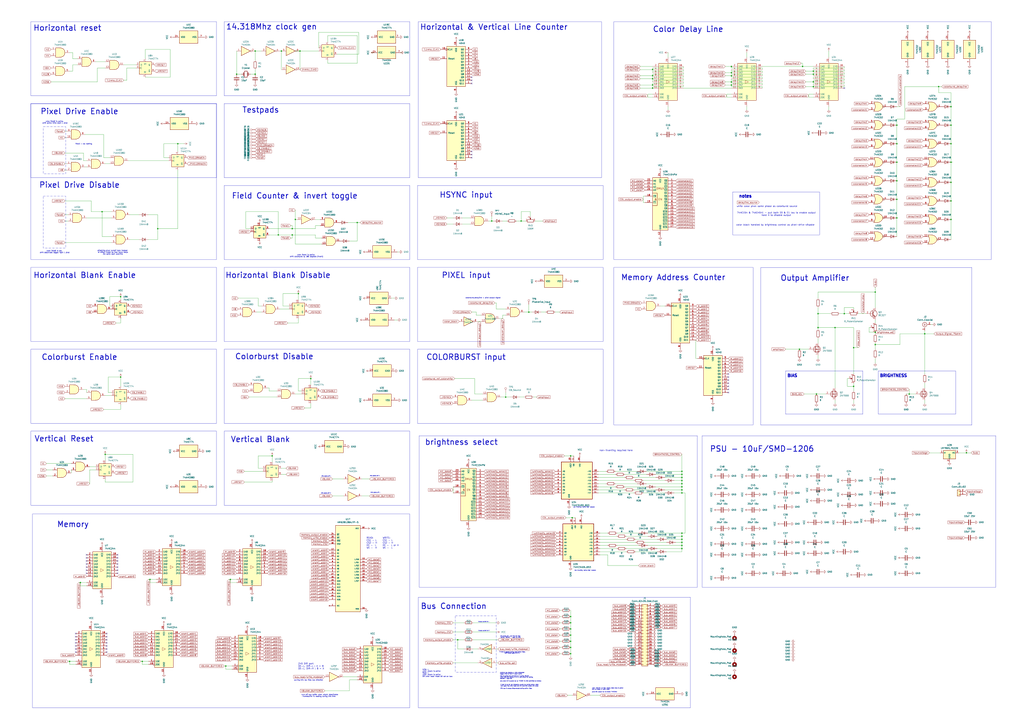
<source format=kicad_sch>
(kicad_sch (version 20250114) (generator "eeschema") (generator_version "9.0")
  (paper "A1")
  (rectangle (start 374.015 506.095) (end 407.67 552.45) (stroke (width 0) (type dash_dot)))
  (rectangle (start 184.15 17.78) (end 336.55 78.74))
  (rectangle (start 25.4 17.78) (end 177.8 78.74))
  (rectangle (start 184.15 287.02) (end 336.55 347.98))
  (rectangle (start 721.36 304.8) (end 784.86 340.36))
  (rectangle (start 645.16 304.8) (end 708.66 340.36))
  (rectangle (start 25.4 85.09) (end 177.8 146.05))
  (rectangle (start 624.84 219.837) (end 798.195 349.377))
  (rectangle (start 26.67 422.402) (end 336.55 581.66))
  (rectangle (start 576.58 358.14) (end 817.88 482.6))
  (rectangle (start 35.56 104.14) (end 53.975 142.875) (stroke (width 0) (type dash_dot)))
  (rectangle (start 342.9 219.71) (end 495.3 280.67))
  (rectangle (start 344.17 358.14) (end 572.77 482.6))
  (rectangle (start 504.19 219.71) (end 618.49 349.25))
  (rectangle (start 25.4 354.33) (end 177.8 415.29))
  (rectangle (start 25.4 287.02) (end 177.8 347.98))
  (rectangle (start 184.15 219.71) (end 336.55 280.67))
  (rectangle (start 184.15 152.4) (end 336.55 213.36))
  (rectangle (start 35.56 161.29) (end 53.975 203.835) (stroke (width 0) (type dash_dot)))
  (rectangle (start 343.535 17.78) (end 494.03 146.05))
  (rectangle (start 342.9 287.02) (end 495.3 347.98))
  (rectangle (start 504.19 17.78) (end 814.07 213.36))
  (rectangle (start 184.15 354.33) (end 336.55 415.29))
  (rectangle (start 25.4 219.71) (end 177.8 280.67))
  (rectangle (start 343.535 490.855) (end 567.055 581.66))
  (rectangle (start 342.9 152.4) (end 495.3 213.36))
  (rectangle (start 25.4 85.09) (end 177.8 213.36))
  (rectangle (start 601.726 157.734) (end 673.1 193.04))
  (rectangle (start 184.15 85.09) (end 336.55 146.05))
  (text "external cpu signals a 'write-completed' \ntoggle write to mem if vblank active" (at 410.718 553.466 0) (effects (font (size 0.635 0.635)) (justify left)))
  (text "offsetting pixel turnoff here instead \nof offset hreset so that hsync stays\nthe same each scanline" (at 92.71 207.518 0) (effects (font (size 0.889 0.889))))
  (text "14.318Mhz clock gen" (at 223.012 22.098 0) (effects (font (size 4.572 4.572) (thickness 0.5715))))
  (text "this is pulling the WE & OE to H during VBLANK\nwhich sets the memory in hi-z, and allows for setting\naddress + data bits\n\nonly once WE is pulled low by 74HC04 is write commited to memory" (at 410.718 557.784 0) (effects (font (size 0.635 0.635)) (justify left)))
  (text "color black handled by brightness control as pixel-drive-disable" (at 636.778 184.912 0) (effects (font (size 1.27 1.27))))
  (text "this starts off L" (at 267.97 391.414 0) (effects (font (size 0.635 0.635))))
  (text "\nWRITE:\nCS1 - L\nCS2 - H\nOE -  L or H\nWE -  L" (at 314.198 445.262 0) (effects (font (size 1.27 1.27)) (justify left)))
  (text "turn off bus buffer when vblank deactivates\n-framebuffer is reading during this time" (at 247.65 571.754 0) (effects (font (size 0.889 0.889)) (justify left)))
  (text "non-inverting required here" (at 505.968 370.332 0) (effects (font (size 1.27 1.27))))
  (text "this starts off H" (at 267.716 405.384 0) (effects (font (size 0.635 0.635))))
  (text "Bus Connection" (at 372.618 498.348 0) (effects (font (size 4.572 4.572) (thickness 0.5715))))
  (text "BRIGHTNESS" (at 733.806 308.864 0) (effects (font (size 2.413 2.413) (thickness 0.5715))))
  (text "HSYNC input" (at 382.778 160.274 0) (effects (font (size 4.572 4.572) (thickness 0.5715))))
  (text "pulling this low flips bus direction" (at 241.554 559.054 0) (effects (font (size 0.889 0.889)) (justify left)))
  (text "this starts off L" (at 308.356 404.876 0) (effects (font (size 0.635 0.635))))
  (text "colorburst_delayline = pixel output signal" (at 396.748 244.856 0) (effects (font (size 0.889 0.889))))
  (text "Color Delay Line" (at 565.15 24.13 0) (effects (font (size 4.572 4.572) (thickness 0.5715))))
  (text "Horizontal Blank Enable" (at 69.596 226.314 0) (effects (font (size 4.572 4.572) (thickness 0.5715))))
  (text "white color pixel same phase as colorburst source" (at 629.92 169.672 0) (effects (font (size 1.27 1.27))))
  (text "when field0 is active, \nshift active hline start 1 pixel" (at 45.212 100.584 0) (effects (font (size 0.889 0.889))))
  (text "Vertical Reset" (at 52.578 360.68 0) (effects (font (size 4.572 4.572) (thickness 0.5715))))
  (text "notes" (at 612.14 161.29 0) (effects (font (size 2.54 2.54) (thickness 0.5715))))
  (text "74HC154 & 74ACH541 - pull both E0 & E1 low to enable output\nhold H to disable output" (at 637.54 176.022 0) (effects (font (size 1.27 1.27))))
  (text "PIXEL input" (at 382.778 226.314 0) (effects (font (size 4.572 4.572) (thickness 0.5715))))
  (text "this starts off H" (at 307.848 391.16 0) (effects (font (size 0.635 0.635))))
  (text "non-inverting \"active high\" outputs" (at 480.568 468.884 0) (effects (font (size 0.635 0.635))))
  (text "this starts off L for first 16 lines \nduring \"VBLANK\" - open to write" (at 419.354 523.494 0) (effects (font (size 0.635 0.635))))
  (text "245 DIR port\nOE-L, DIR-L : A = B \nOE-L, DIR-H : B = A" (at 244.856 547.624 0) (effects (font (size 1.27 1.27)) (justify left)))
  (text "when field0 is set, \nshift deactivate toggle right 1 pixel" (at 44.958 207.01 0) (effects (font (size 0.889 0.889))))
  (text "brightness select" (at 378.968 363.474 0) (effects (font (size 4.572 4.572) (thickness 0.5715))))
  (text "PSU - 10uF/SMD-1206" (at 625.856 369.062 0) (effects (font (size 4.572 4.572) (thickness 0.5715))))
  (text "Memory Address Counter" (at 552.958 228.092 0) (effects (font (size 4.572 4.572) (thickness 0.5715))))
  (text "Always pulled to L" (at 397.256 511.048 0) (effects (font (size 0.635 0.635))))
  (text "Horizontal reset" (at 55.372 23.114 0) (effects (font (size 4.572 4.572) (thickness 0.5715))))
  (text "READ:\nCS1 - L\nCS2 - H\nOE -  L\nWE -  H\n" (at 300.99 446.278 0) (effects (font (size 1.27 1.27)) (justify left)))
  (text "Memory" (at 59.944 431.038 0) (effects (font (size 4.572 4.572) (thickness 0.5715))))
  (text "Always pulled to H" (at 397.51 518.414 0) (effects (font (size 0.635 0.635))))
  (text "if both WE & OE are mistakenly pulled low during active-video\nmem goes into write mode and will overwrite values with zeros\n\nCPU bus is always disconnected during active-video" (at 410.972 564.388 0) (effects (font (size 0.635 0.635)) (justify left)))
  (text "Pixel Drive Enable" (at 65.278 91.694 0) (effects (font (size 4.572 4.572) (thickness 0.5715))))
  (text "Horizontal & Vertical Line Counter" (at 405.638 22.352 0) (effects (font (size 4.572 4.572) (thickness 0.5715))))
  (text "if this is toggled during read/active video,\nmem output goes to hi-z " (at 420.878 536.448 0) (effects (font (size 0.635 0.635))))
  (text "COLORBURST input" (at 382.778 293.624 0) (effects (font (size 4.572 4.572) (thickness 0.5715))))
  (text "when field1 is active, \nshift colorburst by 180 degrees (invert)" (at 251.714 210.312 0) (effects (font (size 0.889 0.889))))
  (text "Colorburst Disable" (at 225.298 293.116 0) (effects (font (size 4.572 4.572) (thickness 0.5715))))
  (text "Field Counter & invert toggle" (at 242.062 161.036 0) (effects (font (size 4.572 4.572) (thickness 0.5715))))
  (text "Colorburst Enable" (at 65.278 293.624 0) (effects (font (size 4.572 4.572) (thickness 0.5715))))
  (text "field1 = do nothing" (at 68.834 118.364 0) (effects (font (size 0.889 0.889))))
  (text "Write = \nwhen vblank is active\nRead = \nwhen vblank is active\nOR when read-mode bit set on bus" (at 346.964 553.212 0) (effects (font (size 0.889 0.889)) (justify left)))
  (text "non-inverting \"active high\" outputs" (at 479.552 416.814 0) (effects (font (size 0.635 0.635))))
  (text "BIAS" (at 650.748 308.864 0) (effects (font (size 2.413 2.413) (thickness 0.5715))))
  (text "when \"VBLANK\" is high, means video-draw is active\nand no longer in vsync mode\n\npulls CDL output low to enable 74HC154s" (at 486.156 567.182 0) (effects (font (size 0.635 0.635)) (justify left)))
  (text "Horizontal Blank Disable" (at 228.346 226.314 0) (effects (font (size 4.572 4.572) (thickness 0.5715))))
  (text "Output Amplifier" (at 669.29 228.6 0) (effects (font (size 4.572 4.572) (thickness 0.5715))))
  (text "Testpads" (at 214.122 90.424 0) (effects (font (size 4.572 4.572) (thickness 0.5715))))
  (text "Pixel Drive Disable" (at 65.278 152.146 0) (effects (font (size 4.572 4.572) (thickness 0.5715))))
  (text "Vertical Blank" (at 213.868 361.188 0) (effects (font (size 4.572 4.572) (thickness 0.5715))))
  (junction (at 415.29 326.39))
  (junction (at 99.06 243.84))
  (junction (at 781.05 165.1))
  (junction (at 535.94 57.15))
  (junction (at 759.46 274.32))
  (junction (at 736.6 102.87))
  (junction (at 245.11 241.3))
  (junction (at 560.07 387.35))
  (junction (at 685.8 269.24))
  (junction (at 189.23 476.25))
  (junction (at 560.07 392.43))
  (junction (at 668.02 71.12))
  (junction (at 560.07 394.97))
  (junction (at 600.71 59.69))
  (junction (at 736.6 148.59))
  (junction (at 693.42 257.81))
  (junction (at 560.07 448.31))
  (junction (at 468.63 537.21))
  (junction (at 668.02 60.96))
  (junction (at 99.06 309.88))
  (junction (at 129.54 187.96))
  (junction (at 240.03 187.96))
  (junction (at 560.07 440.69))
  (junction (at 468.63 511.81))
  (junction (at 209.55 41.91))
  (junction (at 146.05 118.11))
  (junction (at 736.6 179.07))
  (junction (at 671.83 269.24))
  (junction (at 670.56 323.85))
  (junction (at 656.59 287.02))
  (junction (at 560.07 402.59))
  (junction (at 600.71 69.85))
  (junction (at 560.07 389.89))
  (junction (at 600.71 67.31))
  (junction (at 560.07 443.23))
  (junction (at 560.07 405.13))
  (junction (at 781.05 87.63))
  (junction (at 781.05 149.86))
  (junction (at 240.03 193.04))
  (junction (at 535.94 64.77))
  (junction (at 736.6 118.11))
  (junction (at 185.42 547.37))
  (junction (at 66.04 478.79))
  (junction (at 293.37 182.88))
  (junction (at 770.89 71.12))
  (junction (at 86.36 373.38))
  (junction (at 209.55 60.96))
  (junction (at 223.52 374.65))
  (junction (at 668.02 67.31))
  (junction (at 781.05 133.35))
  (junction (at 560.07 400.05))
  (junction (at 116.84 543.56))
  (junction (at 468.63 527.05))
  (junction (at 560.07 445.77))
  (junction (at 781.05 118.11))
  (junction (at 231.14 41.91))
  (junction (at 535.94 69.85))
  (junction (at 535.94 72.39))
  (junction (at 793.75 372.11))
  (junction (at 242.57 180.34))
  (junction (at 468.63 532.13))
  (junction (at 718.82 273.05))
  (junction (at 746.76 323.85))
  (junction (at 468.63 506.73))
  (junction (at 228.6 193.04))
  (junction (at 403.86 181.61))
  (junction (at 57.15 543.56))
  (junction (at 535.94 62.23))
  (junction (at 194.31 60.96))
  (junction (at 659.13 54.61))
  (junction (at 375.92 525.78))
  (junction (at 668.02 58.42))
  (junction (at 560.07 450.85))
  (junction (at 781.05 180.34))
  (junction (at 246.38 41.91))
  (junction (at 718.82 240.03))
  (junction (at 427.99 181.61))
  (junction (at 781.05 102.87))
  (junction (at 434.34 256.54))
  (junction (at 560.07 438.15))
  (junction (at 468.63 521.97))
  (junction (at 83.82 173.99))
  (junction (at 468.63 516.89))
  (junction (at 560.07 397.51))
  (junction (at 671.83 257.81))
  (junction (at 600.71 62.23))
  (junction (at 255.27 311.15))
  (junction (at 468.63 374.65))
  (junction (at 736.6 163.83))
  (junction (at 123.19 476.25))
  (junction (at 701.04 285.75))
  (junction (at 701.04 317.5))
  (junction (at 718.82 283.21))
  (junction (at 469.9 425.45))
  (junction (at 600.71 54.61))
  (junction (at 736.6 133.35))
  (no_connect (at 96.52 461.01))
  (no_connect (at 71.12 455.93))
  (no_connect (at 87.63 525.78))
  (no_connect (at 71.12 466.09))
  (no_connect (at 71.12 468.63))
  (no_connect (at 387.35 129.54))
  (no_connect (at 62.23 520.7))
  (no_connect (at 96.52 458.47))
  (no_connect (at 62.23 533.4))
  (no_connect (at 387.35 68.58))
  (no_connect (at 62.23 528.32))
  (no_connect (at 87.63 535.94))
  (no_connect (at 387.35 127))
  (no_connect (at 387.35 124.46))
  (no_connect (at 96.52 466.09))
  (no_connect (at 598.17 309.88))
  (no_connect (at 62.23 535.94))
  (no_connect (at 96.52 471.17))
  (no_connect (at 62.23 523.24))
  (no_connect (at 598.17 317.5))
  (no_connect (at 96.52 468.63))
  (no_connect (at 71.12 463.55))
  (no_connect (at 87.63 528.32))
  (no_connect (at 71.12 471.17))
  (no_connect (at 598.17 312.42))
  (no_connect (at 62.23 530.86))
  (no_connect (at 598.17 307.34))
  (no_connect (at 87.63 530.86))
  (no_connect (at 598.17 314.96))
  (no_connect (at 87.63 533.4))
  (no_connect (at 96.52 455.93))
  (no_connect (at 71.12 458.47))
  (no_connect (at 87.63 523.24))
  (no_connect (at 598.17 320.04))
  (no_connect (at 62.23 525.78))
  (no_connect (at 71.12 461.01))
  (no_connect (at 87.63 520.7))
  (no_connect (at 598.17 322.58))
  (no_connect (at 693.42 72.39))
  (no_connect (at 387.35 66.04))
  (no_connect (at 96.52 463.55))
  (no_connect (at 387.35 63.5))
  (wire (pts (xy 759.46 314.96) (xy 759.46 318.77)))
  (wire (pts (xy 759.46 331.47) (xy 759.46 328.93)))
  (wire (pts (xy 242.57 41.91) (xy 246.38 41.91)))
  (wire (pts (xy 90.17 251.46) (xy 90.17 243.84)))
  (wire (pts (xy 379.73 179.07) (xy 386.08 179.07)))
  (wire (pts (xy 459.74 532.13) (xy 461.01 532.13)))
  (wire (pts (xy 66.04 478.79) (xy 71.12 478.79)))
  (wire (pts (xy 85.09 129.54) (xy 90.17 129.54)))
  (wire (pts (xy 459.74 501.65) (xy 461.01 501.65)))
  (wire (pts (xy 240.03 187.96) (xy 259.08 187.96)))
  (wire (pts (xy 134.62 129.54) (xy 134.62 118.11)))
  (wire (pts (xy 468.63 532.13) (xy 468.63 537.21)))
  (wire (pts (xy 664.21 80.01) (xy 668.02 80.01)))
  (wire (pts (xy 571.5 294.64) (xy 572.77 294.64)))
  (wire (pts (xy 701.04 331.47) (xy 701.04 328.93)))
  (wire (pts (xy 561.34 69.85) (xy 561.34 71.12)))
  (wire (pts (xy 408.94 533.4) (xy 407.67 533.4)))
  (wire (pts (xy 223.52 396.24) (xy 223.52 394.97)))
  (wire (pts (xy 693.42 54.61) (xy 693.42 55.88)))
  (wire (pts (xy 671.83 240.03) (xy 718.82 240.03)))
  (wire (pts (xy 287.02 198.12) (xy 293.37 198.12)))
  (wire (pts (xy 119.38 40.64) (xy 119.38 48.26)))
  (wire (pts (xy 560.07 445.77) (xy 560.07 448.31)))
  (wire (pts (xy 463.55 374.65) (xy 468.63 374.65)))
  (wire (pts (xy 693.42 64.77) (xy 693.42 66.04)))
  (wire (pts (xy 116.84 546.1) (xy 116.84 543.56)))
  (wire (pts (xy 693.42 71.12) (xy 668.02 71.12)))
  (wire (pts (xy 326.39 262.89) (xy 323.85 262.89)))
  (wire (pts (xy 220.98 193.04) (xy 228.6 193.04)))
  (wire (pts (xy 492.76 453.39) (xy 514.35 453.39)))
  (wire (pts (xy 53.34 176.53) (xy 55.88 176.53)))
  (wire (pts (xy 69.85 110.49) (xy 85.09 110.49)))
  (wire (pts (xy 375.92 525.78) (xy 375.92 533.4)))
  (wire (pts (xy 680.72 41.91) (xy 680.72 46.99)))
  (wire (pts (xy 99.06 265.43) (xy 99.06 261.62)))
  (wire (pts (xy 505.46 387.35) (xy 523.24 387.35)))
  (wire (pts (xy 104.14 55.88) (xy 111.76 55.88)))
  (wire (pts (xy 744.22 323.85) (xy 746.76 323.85)))
  (wire (pts (xy 426.72 326.39) (xy 430.53 326.39)))
  (wire (pts (xy 746.76 323.85) (xy 751.84 323.85)))
  (wire (pts (xy 542.29 251.46) (xy 546.1 251.46)))
  (wire (pts (xy 287.02 567.69) (xy 287.02 558.8)))
  (wire (pts (xy 668.02 71.12) (xy 668.02 72.39)))
  (wire (pts (xy 485.14 571.5) (xy 492.76 571.5)))
  (wire (pts (xy 200.66 387.35) (xy 215.9 387.35)))
  (wire (pts (xy 668.02 55.88) (xy 668.02 57.15)))
  (wire (pts (xy 427.99 181.61) (xy 424.18 181.61)))
  (wire (pts (xy 220.98 318.77) (xy 220.98 321.31)))
  (wire (pts (xy 123.19 476.25) (xy 128.27 476.25)))
  (wire (pts (xy 185.42 549.91) (xy 185.42 547.37)))
  (wire (pts (xy 80.01 67.31) (xy 80.01 55.88)))
  (wire (pts (xy 697.23 311.15) (xy 695.96 311.15)))
  (wire (pts (xy 389.89 323.85) (xy 396.24 323.85)))
  (wire (pts (xy 671.83 294.64) (xy 671.83 292.1)))
  (wire (pts (xy 693.42 62.23) (xy 693.42 63.5)))
  (wire (pts (xy 670.56 323.85) (xy 678.18 323.85)))
  (wire (pts (xy 525.78 54.61) (xy 535.94 54.61)))
  (wire (pts (xy 38.1 381) (xy 58.42 381)))
  (wire (pts (xy 38.1 391.16) (xy 43.18 391.16)))
  (wire (pts (xy 391.16 259.08) (xy 394.97 259.08)))
  (wire (pts (xy 228.6 193.04) (xy 240.03 193.04)))
  (wire (pts (xy 401.32 181.61) (xy 403.86 181.61)))
  (wire (pts (xy 104.14 66.04) (xy 104.14 55.88)))
  (wire (pts (xy 435.61 177.8) (xy 435.61 173.99)))
  (wire (pts (xy 445.77 181.61) (xy 439.42 181.61)))
  (wire (pts (xy 600.71 62.23) (xy 600.71 63.5)))
  (wire (pts (xy 116.84 543.56) (xy 121.92 543.56)))
  (wire (pts (xy 529.59 445.77) (xy 547.37 445.77)))
  (wire (pts (xy 57.15 543.56) (xy 62.23 543.56)))
  (wire (pts (xy 626.11 62.23) (xy 626.11 60.96)))
  (wire (pts (xy 548.64 43.18) (xy 548.64 46.99)))
  (wire (pts (xy 535.94 66.04) (xy 535.94 67.31)))
  (wire (pts (xy 406.4 248.92) (xy 407.67 248.92)))
  (wire (pts (xy 492.76 455.93) (xy 499.11 455.93)))
  (wire (pts (xy 381 519.43) (xy 372.11 519.43)))
  (wire (pts (xy 695.96 317.5) (xy 701.04 317.5)))
  (wire (pts (xy 430.53 256.54) (xy 434.34 256.54)))
  (wire (pts (xy 434.34 250.19) (xy 434.34 256.54)))
  (wire (pts (xy 560.07 400.05) (xy 560.07 402.59)))
  (wire (pts (xy 367.03 179.07) (xy 372.11 179.07)))
  (wire (pts (xy 595.63 69.85) (xy 600.71 69.85)))
  (wire (pts (xy 693.42 257.81) (xy 697.23 257.81)))
  (wire (pts (xy 410.21 261.62) (xy 412.75 261.62)))
  (wire (pts (xy 668.02 60.96) (xy 668.02 62.23)))
  (wire (pts (xy 560.07 438.15) (xy 560.07 440.69)))
  (wire (pts (xy 770.89 71.12) (xy 742.95 71.12)))
  (wire (pts (xy 521.97 453.39) (xy 539.75 453.39)))
  (wire (pts (xy 514.35 440.69) (xy 532.13 440.69)))
  (wire (pts (xy 685.8 331.47) (xy 685.8 328.93)))
  (wire (pts (xy 561.34 64.77) (xy 561.34 66.04)))
  (wire (pts (xy 701.04 285.75) (xy 701.04 269.24)))
  (wire (pts (xy 78.74 383.54) (xy 73.66 383.54)))
  (wire (pts (xy 407.67 511.81) (xy 388.62 511.81)))
  (wire (pts (xy 231.14 41.91) (xy 231.14 57.15)))
  (wire (pts (xy 246.38 41.91) (xy 261.62 41.91)))
  (wire (pts (xy 560.07 392.43) (xy 560.07 394.97)))
  (wire (pts (xy 781.05 133.35) (xy 782.32 133.35)))
  (wire (pts (xy 212.09 245.11) (xy 212.09 251.46)))
  (wire (pts (xy 763.27 372.11) (xy 772.16 372.11)))
  (wire (pts (xy 468.63 511.81) (xy 468.63 516.89)))
  (wire (pts (xy 736.6 102.87) (xy 736.6 118.11)))
  (wire (pts (xy 69.85 137.16) (xy 71.12 137.16)))
  (wire (pts (xy 525.78 57.15) (xy 535.94 57.15)))
  (wire (pts (xy 661.67 58.42) (xy 668.02 58.42)))
  (wire (pts (xy 499.11 464.82) (xy 524.51 464.82)))
  (wire (pts (xy 718.82 298.45) (xy 718.82 294.64)))
  (wire (pts (xy 561.34 62.23) (xy 561.34 63.5)))
  (wire (pts (xy 189.23 478.79) (xy 189.23 476.25)))
  (wire (pts (xy 59.69 53.34) (xy 63.5 53.34)))
  (wire (pts (xy 736.6 148.59) (xy 736.6 163.83)))
  (wire (pts (xy 375.92 533.4) (xy 381 533.4)))
  (wire (pts (xy 671.83 257.81) (xy 671.83 269.24)))
  (wire (pts (xy 773.43 71.12) (xy 770.89 71.12)))
  (wire (pts (xy 492.76 450.85) (xy 506.73 450.85)))
  (wire (pts (xy 701.04 321.31) (xy 701.04 317.5)))
  (wire (pts (xy 242.57 323.85) (xy 247.65 323.85)))
  (wire (pts (xy 561.34 55.88) (xy 535.94 55.88)))
  (wire (pts (xy 671.83 240.03) (xy 671.83 245.11)))
  (wire (pts (xy 95.25 265.43) (xy 99.06 265.43)))
  (wire (pts (xy 123.19 478.79) (xy 123.19 476.25)))
  (wire (pts (xy 459.74 527.05) (xy 461.01 527.05)))
  (wire (pts (xy 297.18 407.67) (xy 303.53 407.67)))
  (wire (pts (xy 281.94 556.26) (xy 293.37 556.26)))
  (wire (pts (xy 600.71 64.77) (xy 600.71 66.04)))
  (wire (pts (xy 372.11 400.05) (xy 372.11 405.13)))
  (wire (pts (xy 513.08 389.89) (xy 530.86 389.89)))
  (wire (pts (xy 242.57 180.34) (xy 242.57 200.66)))
  (wire (pts (xy 626.11 71.12) (xy 600.71 71.12)))
  (wire (pts (xy 287.02 558.8) (xy 293.37 558.8)))
  (wire (pts (xy 228.6 173.99) (xy 201.93 173.99)))
  (wire (pts (xy 259.08 185.42) (xy 259.08 187.96)))
  (wire (pts (xy 101.6 66.04) (xy 104.14 66.04)))
  (wire (pts (xy 539.75 450.85) (xy 560.07 450.85)))
  (wire (pts (xy 657.86 52.07) (xy 659.13 52.07)))
  (wire (pts (xy 86.36 325.12) (xy 91.44 325.12)))
  (wire (pts (xy 491.49 397.51) (xy 497.84 397.51)))
  (wire (pts (xy 560.07 443.23) (xy 560.07 445.77)))
  (wire (pts (xy 74.93 173.99) (xy 83.82 173.99)))
  (wire (pts (xy 99.06 309.88) (xy 99.06 317.5)))
  (wire (pts (xy 105.41 132.08) (xy 138.43 132.08)))
  (wire (pts (xy 535.94 68.58) (xy 535.94 69.85)))
  (wire (pts (xy 375.92 525.78) (xy 381 525.78)))
  (wire (pts (xy 701.04 307.34) (xy 701.04 285.75)))
  (wire (pts (xy 53.34 113.03) (xy 54.61 113.03)))
  (wire (pts (xy 240.03 185.42) (xy 240.03 187.96)))
  (wire (pts (xy 626.11 58.42) (xy 600.71 58.42)))
  (wire (pts (xy 139.7 40.64) (xy 139.7 63.5)))
  (wire (pts (xy 659.13 54.61) (xy 668.02 54.61)))
  (wire (pts (xy 293.37 29.21) (xy 293.37 52.07)))
  (wire (pts (xy 693.42 55.88) (xy 668.02 55.88)))
  (wire (pts (xy 600.71 57.15) (xy 600.71 58.42)))
  (wire (pts (xy 415.29 326.39) (xy 419.1 326.39)))
  (wire (pts (xy 701.04 285.75) (xy 704.85 285.75)))
  (wire (pts (xy 560.07 394.97) (xy 560.07 397.51)))
  (wire (pts (xy 613.41 87.63) (xy 613.41 90.17)))
  (wire (pts (xy 535.94 55.88) (xy 535.94 57.15)))
  (wire (pts (xy 626.11 64.77) (xy 626.11 63.5)))
  (wire (pts (xy 491.49 392.43) (xy 513.08 392.43)))
  (wire (pts (xy 661.67 71.12) (xy 668.02 71.12)))
  (wire (pts (xy 212.09 251.46) (xy 214.63 251.46)))
  (wire (pts (xy 739.14 283.21) (xy 718.82 283.21)))
  (wire (pts (xy 645.16 287.02) (xy 656.59 287.02)))
  (wire (pts (xy 293.37 198.12) (xy 293.37 182.88)))
  (wire (pts (xy 781.05 118.11) (xy 781.05 133.35)))
  (wire (pts (xy 506.73 448.31) (xy 524.51 448.31)))
  (wire (pts (xy 78.74 386.08) (xy 73.66 386.08)))
  (wire (pts (xy 392.43 264.16) (xy 394.97 264.16)))
  (wire (pts (xy 201.93 173.99) (xy 201.93 187.96)))
  (wire (pts (xy 561.34 71.12) (xy 535.94 71.12)))
  (wire (pts (xy 535.94 71.12) (xy 535.94 72.39)))
  (wire (pts (xy 491.49 387.35) (xy 497.84 387.35)))
  (wire (pts (xy 713.74 273.05) (xy 718.82 273.05)))
  (wire (pts (xy 245.11 241.3) (xy 245.11 246.38)))
  (wire (pts (xy 553.72 394.97) (xy 560.07 394.97)))
  (wire (pts (xy 242.57 172.72) (xy 242.57 180.34)))
  (wire (pts (xy 134.62 118.11) (xy 146.05 118.11)))
  (wire (pts (xy 532.13 448.31) (xy 560.07 448.31)))
  (wire (pts (xy 255.27 335.28) (xy 255.27 331.47)))
  (wire (pts (xy 412.75 259.08) (xy 415.29 259.08)))
  (wire (pts (xy 693.42 63.5) (xy 668.02 63.5)))
  (wire (pts (xy 83.82 194.31) (xy 91.44 194.31)))
  (wire (pts (xy 560.07 373.38) (xy 560.07 387.35)))
  (wire (pts (xy 561.34 68.58) (xy 535.94 68.58)))
  (wire (pts (xy 681.99 257.81) (xy 671.83 257.81)))
  (wire (pts (xy 781.05 133.35) (xy 781.05 149.86)))
  (wire (pts (xy 600.71 59.69) (xy 600.71 60.96)))
  (wire (pts (xy 529.59 166.37) (xy 528.32 166.37)))
  (wire (pts (xy 129.54 187.96) (xy 146.05 187.96)))
  (wire (pts (xy 261.62 26.67) (xy 294.64 26.67)))
  (wire (pts (xy 381 511.81) (xy 372.11 511.81)))
  (wire (pts (xy 62.23 546.1) (xy 57.15 546.1)))
  (wire (pts (xy 106.68 176.53) (xy 114.3 176.53)))
  (wire (pts (xy 128.27 478.79) (xy 123.19 478.79)))
  (wire (pts (xy 530.86 387.35) (xy 560.07 387.35)))
  (wire (pts (xy 53.34 165.1) (xy 74.93 165.1)))
  (wire (pts (xy 561.34 57.15) (xy 561.34 58.42)))
  (wire (pts (xy 237.49 251.46) (xy 232.41 251.46)))
  (wire (pts (xy 693.42 58.42) (xy 668.02 58.42)))
  (wire (pts (xy 408.94 525.78) (xy 388.62 525.78)))
  (wire (pts (xy 736.6 87.63) (xy 739.14 87.63)))
  (wire (pts (xy 736.6 97.79) (xy 736.6 102.87)))
  (wire (pts (xy 546.1 392.43) (xy 560.07 392.43)))
  (wire (pts (xy 205.74 60.96) (xy 209.55 60.96)))
  (wire (pts (xy 53.34 107.95) (xy 54.61 107.95)))
  (wire (pts (xy 57.15 546.1) (xy 57.15 543.56)))
  (wire (pts (xy 121.92 476.25) (xy 123.19 476.25)))
  (wire (pts (xy 209.55 41.91) (xy 209.55 49.53)))
  (wire (pts (xy 668.02 63.5) (xy 668.02 64.77)))
  (wire (pts (xy 468.63 516.89) (xy 468.63 521.97)))
  (wire (pts (xy 538.48 400.05) (xy 560.07 400.05)))
  (wire (pts (xy 530.86 397.51) (xy 560.07 397.51)))
  (wire (pts (xy 781.05 76.2) (xy 781.05 87.63)))
  (wire (pts (xy 668.02 58.42) (xy 668.02 59.69)))
  (wire (pts (xy 146.05 139.7) (xy 146.05 187.96)))
  (wire (pts (xy 464.82 425.45) (xy 469.9 425.45)))
  (wire (pts (xy 626.11 57.15) (xy 626.11 55.88)))
  (wire (pts (xy 245.11 321.31) (xy 245.11 311.15)))
  (wire (pts (xy 229.87 41.91) (xy 231.14 41.91)))
  (wire (pts (xy 770.89 76.2) (xy 781.05 76.2)))
  (wire (pts (xy 521.97 443.23) (xy 539.75 443.23)))
  (wire (pts (xy 715.01 269.24) (xy 713.74 269.24)))
  (wire (pts (xy 247.65 321.31) (xy 245.11 321.31)))
  (wire (pts (xy 209.55 57.15) (xy 209.55 60.96)))
  (wire (pts (xy 539.75 440.69) (xy 560.07 440.69)))
  (wire (pts (xy 41.91 67.31) (xy 80.01 67.31)))
  (wire (pts (xy 560.07 402.59) (xy 560.07 405.13)))
  (wire (pts (xy 250.19 335.28) (xy 255.27 335.28)))
  (wire (pts (xy 693.42 252.73) (xy 693.42 257.81)))
  (wire (pts (xy 671.83 269.24) (xy 671.83 270.51)))
  (wire (pts (xy 293.37 182.88) (xy 295.91 182.88)))
  (wire (pts (xy 468.63 501.65) (xy 468.63 506.73)))
  (wire (pts (xy 626.11 59.69) (xy 626.11 58.42)))
  (wire (pts (xy 596.9 80.01) (xy 600.71 80.01)))
  (wire (pts (xy 600.71 69.85) (xy 600.71 71.12)))
  (wire (pts (xy 701.04 252.73) (xy 701.04 254)))
  (wire (pts (xy 201.93 187.96) (xy 205.74 187.96)))
  (wire (pts (xy 561.34 72.39) (xy 600.71 72.39)))
  (wire (pts (xy 129.54 196.85) (xy 129.54 187.96)))
  (wire (pts (xy 238.76 195.58) (xy 240.03 195.58)))
  (wire (pts (xy 528.32 161.29) (xy 528.32 166.37)))
  (wire (pts (xy 232.41 251.46) (xy 232.41 241.3)))
  (wire (pts (xy 259.08 193.04) (xy 259.08 195.58)))
  (wire (pts (xy 228.6 193.04) (xy 228.6 173.99)))
  (wire (pts (xy 307.34 43.18) (xy 304.8 43.18)))
  (wire (pts (xy 600.71 77.47) (xy 596.9 77.47)))
  (wire (pts (xy 68.58 132.08) (xy 71.12 132.08)))
  (wire (pts (xy 294.64 26.67) (xy 294.64 44.45)))
  (wire (pts (xy 793.75 372.11) (xy 787.4 372.11)))
  (wire (pts (xy 718.82 281.94) (xy 718.82 283.21)))
  (wire (pts (xy 85.09 110.49) (xy 85.09 129.54)))
  (wire (pts (xy 693.42 69.85) (xy 693.42 71.12)))
  (wire (pts (xy 66.04 481.33) (xy 66.04 478.79)))
  (wire (pts (xy 59.69 58.42) (xy 59.69 53.34)))
  (wire (pts (xy 560.07 387.35) (xy 560.07 389.89)))
  (wire (pts (xy 660.4 323.85) (xy 670.56 323.85)))
  (wire (pts (xy 215.9 384.81) (xy 212.09 384.81)))
  (wire (pts (xy 739.14 274.32) (xy 739.14 283.21)))
  (wire (pts (xy 101.6 53.34) (xy 111.76 53.34)))
  (wire (pts (xy 236.22 265.43) (xy 245.11 265.43)))
  (wire (pts (xy 53.34 139.7) (xy 54.61 139.7)))
  (wire (pts (xy 689.61 257.81) (xy 693.42 257.81)))
  (wire (pts (xy 459.74 256.54) (xy 455.93 256.54)))
  (wire (pts (xy 293.37 52.07) (xy 269.24 52.07)))
  (wire (pts (xy 91.44 322.58) (xy 88.9 322.58)))
  (wire (pts (xy 90.17 134.62) (xy 86.36 134.62)))
  (wire (pts (xy 209.55 41.91) (xy 214.63 41.91)))
  (wire (pts (xy 106.68 196.85) (xy 114.3 196.85)))
  (wire (pts (xy 459.74 511.81) (xy 461.01 511.81)))
  (wire (pts (xy 229.87 254) (xy 237.49 254)))
  (wire (pts (xy 412.75 261.62) (xy 412.75 259.08)))
  (wire (pts (xy 281.94 393.7) (xy 273.05 393.7)))
  (wire (pts (xy 626.11 66.04) (xy 600.71 66.04)))
  (wire (pts (xy 88.9 322.58) (xy 88.9 309.88)))
  (wire (pts (xy 240.03 195.58) (xy 240.03 193.04)))
  (wire (pts (xy 245.11 311.15) (xy 255.27 311.15)))
  (wire (pts (xy 387.35 328.93) (xy 396.24 328.93)))
  (wire (pts (xy 742.95 71.12) (xy 742.95 97.79)))
  (wire (pts (xy 626.11 55.88) (xy 600.71 55.88)))
  (wire (pts (xy 459.74 516.89) (xy 461.01 516.89)))
  (wire (pts (xy 121.92 196.85) (xy 129.54 196.85)))
  (wire (pts (xy 86.36 393.7) (xy 86.36 396.24)))
  (wire (pts (xy 234.95 389.89) (xy 231.14 389.89)))
  (wire (pts (xy 379.73 184.15) (xy 386.08 184.15)))
  (wire (pts (xy 718.82 273.05) (xy 718.82 274.32)))
  (wire (pts (xy 459.74 537.21) (xy 461.01 537.21)))
  (wire (pts (xy 200.66 396.24) (xy 223.52 396.24)))
  (wire (pts (xy 59.69 48.26) (xy 59.69 43.18)))
  (wire (pts (xy 693.42 57.15) (xy 693.42 58.42)))
  (wire (pts (xy 560.07 438.15) (xy 562.61 438.15)))
  (wire (pts (xy 85.09 336.55) (xy 99.06 336.55)))
  (wire (pts (xy 194.31 478.79) (xy 189.23 478.79)))
  (wire (pts (xy 626.11 63.5) (xy 600.71 63.5)))
  (wire (pts (xy 234.95 384.81) (xy 231.14 384.81)))
  (wire (pts (xy 528.32 161.29) (xy 529.59 161.29)))
  (wire (pts (xy 391.16 256.54) (xy 391.16 259.08)))
  (wire (pts (xy 440.69 326.39) (xy 438.15 326.39)))
  (wire (pts (xy 109.22 373.38) (xy 86.36 373.38)))
  (wire (pts (xy 693.42 59.69) (xy 693.42 60.96)))
  (wire (pts (xy 80.01 55.88) (xy 86.36 55.88)))
  (wire (pts (xy 781.05 102.87) (xy 781.05 118.11)))
  (wire (pts (xy 287.02 567.69) (xy 266.7 567.69)))
  (wire (pts (xy 560.07 397.51) (xy 560.07 400.05)))
  (wire (pts (xy 718.82 240.03) (xy 718.82 252.73)))
  (wire (pts (xy 99.06 243.84) (xy 99.06 246.38)))
  (wire (pts (xy 532.13 80.01) (xy 532.13 77.47)))
  (wire (pts (xy 626.11 69.85) (xy 626.11 68.58)))
  (wire (pts (xy 499.11 455.93) (xy 499.11 464.82)))
  (wire (pts (xy 514.35 450.85) (xy 532.13 450.85)))
  (wire (pts (xy 285.75 182.88) (xy 293.37 182.88)))
  (wire (pts (xy 736.6 163.83) (xy 736.6 179.07)))
  (wire (pts (xy 121.92 176.53) (xy 129.54 176.53)))
  (wire (pts (xy 718.82 236.22) (xy 718.82 240.03)))
  (wire (pts (xy 53.34 181.61) (xy 55.88 181.61)))
  (wire (pts (xy 613.41 43.18) (xy 613.41 46.99)))
  (wire (pts (xy 668.02 68.58) (xy 668.02 69.85)))
  (wire (pts (xy 492.76 445.77) (xy 521.97 445.77)))
  (wire (pts (xy 466.09 571.5) (xy 469.9 571.5)))
  (wire (pts (xy 701.04 317.5) (xy 701.04 314.96)))
  (wire (pts (xy 661.67 60.96) (xy 668.02 60.96)))
  (wire (pts (xy 415.29 322.58) (xy 415.29 326.39)))
  (wire (pts (xy 491.49 389.89) (xy 505.46 389.89)))
  (wire (pts (xy 532.13 438.15) (xy 560.07 438.15)))
  (wire (pts (xy 468.63 527.05) (xy 468.63 532.13)))
  (wire (pts (xy 99.06 336.55) (xy 99.06 332.74)))
  (wire (pts (xy 273.05 407.67) (xy 281.94 407.67)))
  (wire (pts (xy 685.8 269.24) (xy 671.83 269.24)))
  (wire (pts (xy 685.8 269.24) (xy 701.04 269.24)))
  (wire (pts (xy 151.13 118.11) (xy 146.05 118.11)))
  (wire (pts (xy 269.24 29.21) (xy 269.24 34.29)))
  (wire (pts (xy 468.63 521.97) (xy 468.63 527.05)))
  (wire (pts (xy 469.9 425.45) (xy 472.44 425.45)))
  (wire (pts (xy 695.96 311.15) (xy 695.96 317.5)))
  (wire (pts (xy 294.64 44.45) (xy 276.86 44.45)))
  (wire (pts (xy 412.75 181.61) (xy 416.56 181.61)))
  (wire (pts (xy 403.86 177.8) (xy 403.86 181.61)))
  (wire (pts (xy 685.8 269.24) (xy 685.8 318.77)))
  (wire (pts (xy 427.99 173.99) (xy 427.99 181.61)))
  (wire (pts (xy 58.42 386.08) (xy 58.42 388.62)))
  (wire (pts (xy 668.02 77.47) (xy 664.21 77.47)))
  (wire (pts (xy 195.58 245.11) (xy 212.09 245.11)))
  (wire (pts (xy 561.34 58.42) (xy 535.94 58.42)))
  (wire (pts (xy 491.49 402.59) (xy 513.08 402.59)))
  (wire (pts (xy 245.11 265.43) (xy 245.11 261.62)))
  (wire (pts (xy 596.9 77.47) (xy 596.9 80.01)))
  (wire (pts (xy 626.11 60.96) (xy 600.71 60.96)))
  (wire (pts (xy 781.05 165.1) (xy 781.05 180.34)))
  (wire (pts (xy 269.24 52.07) (xy 269.24 49.53)))
  (wire (pts (xy 561.34 54.61) (xy 561.34 55.88)))
  (wire (pts (xy 538.48 389.89) (xy 560.07 389.89)))
  (wire (pts (xy 742.95 97.79) (xy 736.6 97.79)))
  (wire (pts (xy 71.12 322.58) (xy 71.12 320.04)))
  (wire (pts (xy 491.49 400.05) (xy 505.46 400.05)))
  (wire (pts (xy 535.94 58.42) (xy 535.94 59.69)))
  (wire (pts (xy 513.08 400.05) (xy 530.86 400.05)))
  (wire (pts (xy 595.63 54.61) (xy 600.71 54.61)))
  (wire (pts (xy 560.07 389.89) (xy 560.07 392.43)))
  (wire (pts (xy 561.34 67.31) (xy 561.34 68.58)))
  (wire (pts (xy 671.83 252.73) (xy 671.83 257.81)))
  (wire (pts (xy 547.37 453.39) (xy 560.07 453.39)))
  (wire (pts (xy 656.59 287.02) (xy 664.21 287.02)))
  (wire (pts (xy 86.36 373.38) (xy 86.36 378.46)))
  (wire (pts (xy 595.63 67.31) (xy 600.71 67.31)))
  (wire (pts (xy 459.74 521.97) (xy 461.01 521.97)))
  (wire (pts (xy 535.94 63.5) (xy 535.94 64.77)))
  (wire (pts (xy 713.74 269.24) (xy 713.74 273.05)))
  (wire (pts (xy 739.14 274.32) (xy 759.46 274.32)))
  (wire (pts (xy 528.32 405.13) (xy 546.1 405.13)))
  (wire (pts (xy 560.07 440.69) (xy 560.07 443.23)))
  (wire (pts (xy 626.11 68.58) (xy 600.71 68.58)))
  (wire (pts (xy 238.76 185.42) (xy 240.03 185.42)))
  (wire (pts (xy 525.78 64.77) (xy 535.94 64.77)))
  (wire (pts (xy 367.03 184.15) (xy 372.11 184.15)))
  (wire (pts (xy 57.15 58.42) (xy 59.69 58.42)))
  (wire (pts (xy 246.38 41.91) (xy 246.38 57.15)))
  (wire (pts (xy 53.34 327.66) (xy 71.12 327.66)))
  (wire (pts (xy 701.04 252.73) (xy 693.42 252.73)))
  (wire (pts (xy 546.1 402.59) (xy 560.07 402.59)))
  (wire (pts (xy 212.09 374.65) (xy 223.52 374.65)))
  (wire (pts (xy 232.41 241.3) (xy 245.11 241.3)))
  (wire (pts (xy 767.08 274.32) (xy 759.46 274.32)))
  (wire (pts (xy 184.15 547.37) (xy 185.42 547.37)))
  (wire (pts (xy 525.78 69.85) (xy 535.94 69.85)))
  (wire (pts (xy 561.34 63.5) (xy 535.94 63.5)))
  (wire (pts (xy 194.31 60.96) (xy 194.31 41.91)))
  (wire (pts (xy 781.05 180.34) (xy 781.05 196.85)))
  (wire (pts (xy 55.88 543.56) (xy 57.15 543.56)))
  (wire (pts (xy 109.22 396.24) (xy 109.22 373.38)))
  (wire (pts (xy 759.46 271.78) (xy 759.46 274.32)))
  (wire (pts (xy 562.61 405.13) (xy 560.07 405.13)))
  (wire (pts (xy 389.89 311.15) (xy 389.89 323.85)))
  (wire (pts (xy 408.94 544.83) (xy 407.67 544.83)))
  (wire (pts (xy 198.12 60.96) (xy 194.31 60.96)))
  (wire (pts (xy 204.47 326.39) (xy 227.33 326.39)))
  (wire (pts (xy 468.63 374.65) (xy 471.17 374.65)))
  (wire (pts (xy 535.94 80.01) (xy 532.13 80.01)))
  (wire (pts (xy 139.7 40.64) (xy 119.38 40.64)))
  (wire (pts (xy 626.11 67.31) (xy 626.11 66.04)))
  (wire (pts (xy 693.42 66.04) (xy 668.02 66.04)))
  (wire (pts (xy 38.1 386.08) (xy 43.18 386.08)))
  (wire (pts (xy 212.09 384.81) (xy 212.09 374.65)))
  (wire (pts (xy 797.56 372.11) (xy 793.75 372.11)))
  (wire (pts (xy 86.36 396.24) (xy 109.22 396.24)))
  (wire (pts (xy 781.05 87.63) (xy 781.05 102.87)))
  (wire (pts (xy 90.17 243.84) (xy 99.06 243.84)))
  (wire (pts (xy 262.89 180.34) (xy 259.08 180.34)))
  (wire (pts (xy 759.46 274.32) (xy 759.46 307.34)))
  (wire (pts (xy 73.66 386.08) (xy 73.66 397.51)))
  (wire (pts (xy 492.76 448.31) (xy 499.11 448.31)))
  (wire (pts (xy 781.05 149.86) (xy 781.05 165.1)))
  (wire (pts (xy 435.61 173.99) (xy 427.99 173.99)))
  (wire (pts (xy 210.82 256.54) (xy 214.63 256.54)))
  (wire (pts (xy 71.12 320.04) (xy 68.58 320.04)))
  (wire (pts (xy 520.7 392.43) (xy 538.48 392.43)))
  (wire (pts (xy 372.11 544.83) (xy 392.43 544.83)))
  (wire (pts (xy 506.73 438.15) (xy 524.51 438.15)))
  (wire (pts (xy 736.6 118.11) (xy 736.6 133.35)))
  (wire (pts (xy 59.69 43.18) (xy 57.15 43.18)))
  (wire (pts (xy 626.11 72.39) (xy 626.11 71.12)))
  (wire (pts (xy 468.63 506.73) (xy 468.63 511.81)))
  (wire (pts (xy 64.77 478.79) (xy 66.04 478.79)))
  (wire (pts (xy 491.49 394.97) (xy 520.7 394.97)))
  (wire (pts (xy 407.67 248.92) (xy 407.67 254)))
  (wire (pts (xy 185.42 547.37) (xy 190.5 547.37)))
  (wire (pts (xy 492.76 438.15) (xy 499.11 438.15)))
  (wire (pts (xy 693.42 60.96) (xy 668.02 60.96)))
  (wire (pts (xy 119.38 63.5) (xy 139.7 63.5)))
  (wire (pts (xy 746.76 320.04) (xy 746.76 323.85)))
  (wire (pts (xy 269.24 29.21) (xy 293.37 29.21)))
  (wire (pts (xy 693.42 68.58) (xy 668.02 68.58)))
  (wire (pts (xy 520.7 402.59) (xy 538.48 402.59)))
  (wire (pts (xy 444.5 256.54) (xy 448.31 256.54)))
  (wire (pts (xy 505.46 397.51) (xy 523.24 397.51)))
  (wire (pts (xy 63.5 48.26) (xy 59.69 48.26)))
  (wire (pts (xy 600.71 67.31) (xy 600.71 68.58)))
  (wire (pts (xy 736.6 133.35) (xy 736.6 148.59)))
  (wire (pts (xy 259.08 195.58) (xy 264.16 195.58)))
  (wire (pts (xy 571.5 279.4) (xy 571.5 294.64)))
  (wire (pts (xy 388.62 533.4) (xy 392.43 533.4)))
  (wire (pts (xy 407.67 254) (xy 415.29 254)))
  (wire (pts (xy 240.03 193.04) (xy 259.08 193.04)))
  (wire (pts (xy 387.35 256.54) (xy 391.16 256.54)))
  (wire (pts (xy 187.96 476.25) (xy 189.23 476.25)))
  (wire (pts (xy 88.9 309.88) (xy 99.06 309.88)))
  (wire (pts (xy 532.13 77.47) (xy 535.94 77.47)))
  (wire (pts (xy 561.34 66.04) (xy 535.94 66.04)))
  (wire (pts (xy 561.34 59.69) (xy 561.34 60.96)))
  (wire (pts (xy 259.08 185.42) (xy 262.89 185.42)))
  (wire (pts (xy 548.64 87.63) (xy 548.64 90.17)))
  (wire (pts (xy 560.07 450.85) (xy 560.07 453.39)))
  (wire (pts (xy 74.93 165.1) (xy 74.93 173.99)))
  (wire (pts (xy 562.61 438.15) (xy 562.61 405.13)))
  (wire (pts (xy 255.27 311.15) (xy 255.27 316.23)))
  (wire (pts (xy 190.5 549.91) (xy 185.42 549.91)))
  (wire (pts (xy 242.57 200.66) (xy 264.16 200.66)))
  (wire (pts (xy 525.78 72.39) (xy 535.94 72.39)))
  (wire (pts (xy 553.72 405.13) (xy 560.07 405.13)))
  (wire (pts (xy 468.63 537.21) (xy 468.63 539.75)))
  (wire (pts (xy 138.43 129.54) (xy 134.62 129.54)))
  (wire (pts (xy 189.23 476.25) (xy 194.31 476.25)))
  (wire (pts (xy 53.34 125.73) (xy 68.58 125.73)))
  (wire (pts (xy 146.05 118.11) (xy 146.05 124.46)))
  (wire (pts (xy 492.76 443.23) (xy 514.35 443.23)))
  (wire (pts (xy 668.02 66.04) (xy 668.02 67.31)))
  (wire (pts (xy 431.8 181.61) (xy 427.99 181.61)))
  (wire (pts (xy 718.82 283.21) (xy 718.82 287.02)))
  (wire (pts (xy 718.82 262.89) (xy 718.82 265.43)))
  (wire (pts (xy 554.99 445.77) (xy 560.07 445.77)))
  (wire (pts (xy 704.85 257.81) (xy 711.2 257.81)))
  (wire (pts (xy 528.32 394.97) (xy 546.1 394.97)))
  (wire (pts (xy 561.34 60.96) (xy 535.94 60.96)))
  (wire (pts (xy 659.13 52.07) (xy 659.13 54.61)))
  (wire (pts (xy 323.85 245.11) (xy 321.31 245.11)))
  (wire (pts (xy 121.92 546.1) (xy 116.84 546.1)))
  (wire (pts (xy 407.67 519.43) (xy 388.62 519.43)))
  (wire (pts (xy 595.63 59.69) (xy 600.71 59.69)))
  (wire (pts (xy 600.71 54.61) (xy 600.71 55.88)))
  (wire (pts (xy 626.11 54.61) (xy 659.13 54.61)))
  (wire (pts (xy 411.48 326.39) (xy 415.29 326.39)))
  (wire (pts (xy 372.11 525.78) (xy 375.92 525.78)))
  (wire (pts (xy 770.89 71.12) (xy 770.89 76.2)))
  (wire (pts (xy 220.98 318.77) (xy 219.71 318.77)))
  (wire (pts (xy 764.54 266.7) (xy 765.81 266.7)))
  (wire (pts (xy 373.38 311.15) (xy 389.89 311.15)))
  (wire (pts (xy 71.12 179.07) (xy 91.44 179.07)))
  (wire (pts (xy 129.54 176.53) (xy 129.54 187.96)))
  (wire (pts (xy 261.62 39.37) (xy 261.62 26.67)))
  (wire (pts (xy 736.6 179.07) (xy 736.6 194.31)))
  (wire (pts (xy 535.94 60.96) (xy 535.94 62.23)))
  (wire (pts (xy 491.49 405.13) (xy 520.7 405.13)))
  (wire (pts (xy 326.39 207.01) (xy 327.66 207.01)))
  (wire (pts (xy 547.37 443.23) (xy 560.07 443.23)))
  (wire (pts (xy 492.76 440.69) (xy 506.73 440.69)))
  (wire (pts (xy 664.21 77.47) (xy 664.21 80.01)))
  (wire (pts (xy 68.58 125.73) (xy 68.58 132.08)))
  (wire (pts (xy 78.74 50.8) (xy 86.36 50.8)))
  (wire (pts (xy 595.63 62.23) (xy 600.71 62.23)))
  (wire (pts (xy 303.53 393.7) (xy 297.18 393.7)))
  (wire (pts (xy 661.67 67.31) (xy 668.02 67.31)))
  (wire (pts (xy 459.74 506.73) (xy 461.01 506.73)))
  (wire (pts (xy 53.34 199.39) (xy 91.44 199.39)))
  (wire (pts (xy 53.34 134.62) (xy 54.61 134.62)))
  (wire (pts (xy 71.12 481.33) (xy 66.04 481.33)))
  (wire (pts (xy 328.93 43.18) (xy 330.2 43.18)))
  (wire (pts (xy 403.86 181.61) (xy 405.13 181.61)))
  (wire (pts (xy 680.72 87.63) (xy 680.72 90.17)))
  (wire (pts (xy 560.07 448.31) (xy 560.07 450.85)))
  (wire (pts (xy 91.44 251.46) (xy 90.17 251.46)))
  (wire (pts (xy 242.57 180.34) (xy 243.84 180.34)))
  (wire (pts (xy 671.83 278.13) (xy 671.83 281.94)))
  (wire (pts (xy 83.82 173.99) (xy 83.82 194.31)))
  (wire (pts (xy 525.78 62.23) (xy 535.94 62.23)))
  (wire (pts (xy 227.33 321.31) (xy 220.98 321.31)))
  (wire (pts (xy 223.52 374.65) (xy 223.52 379.73)))
  (wire (pts (xy 83.82 173.99) (xy 91.44 173.99)))
  (wire (pts (xy 220.98 187.96) (xy 240.03 187.96)))
  (wire (pts (xy 115.57 543.56) (xy 116.84 543.56)))
  (wire (pts (xy 434.34 256.54) (xy 436.88 256.54)))
  (wire (pts (xy 693.42 67.31) (xy 693.42 68.58)))
  (global_label "sram1_addr12" (shape input) (at 215.9 532.13 0) (property "Intersheetrefs" "${INTERSHEET_REFS}" (effects (hide yes))))
  (global_label "luminosity_select8" (shape input) (at 455.93 405.13 180) (property "Intersheetrefs" "${INTERSHEET_REFS}" (effects (hide yes))))
  (global_label "sram1_addr1" (shape input) (at 270.51 454.66 180) (property "Intersheetrefs" "${INTERSHEET_REFS}" (effects (hide yes))))
  (global_label "m_addr10" (shape input) (at 194.31 455.93 180) (property "Intersheetrefs" "${INTERSHEET_REFS}" (effects (hide yes))))
  (global_label "bus_data3" (shape input) (at 293.37 541.02 180) (property "Intersheetrefs" "${INTERSHEET_REFS}" (effects (hide yes))))
  (global_label "VBLANK_BUFFERED" (shape input) (at 184.15 547.37 180) (property "Intersheetrefs" "${INTERSHEET_REFS}" (effects (hide yes))))
  (global_label "luminosity_select4" (shape input) (at 397.51 394.97 0) (property "Intersheetrefs" "${INTERSHEET_REFS}" (effects (hide yes))))
  (global_label "m1_data0" (shape input) (at 459.74 501.65 180) (property "Intersheetrefs" "${INTERSHEET_REFS}" (effects (hide yes))))
  (global_label "sram1_addr16" (shape input) (at 219.71 471.17 0) (property "Intersheetrefs" "${INTERSHEET_REFS}" (effects (hide yes))))
  (global_label "colorburst_ref_colorwhite" (shape input) (at 373.38 311.15 180) (property "Intersheetrefs" "${INTERSHEET_REFS}" (effects (hide yes))))
  (global_label "_HSYNCA" (shape input) (at 106.68 256.54 0) (property "Intersheetrefs" "${INTERSHEET_REFS}" (effects (hide yes))))
  (global_label "m1_data6" (shape input) (at 318.77 548.64 0) (property "Intersheetrefs" "${INTERSHEET_REFS}" (effects (hide yes))))
  (global_label "m1_data6" (shape input) (at 300.99 474.98 0) (property "Intersheetrefs" "${INTERSHEET_REFS}" (effects (hide yes))))
  (global_label "bus_data0" (shape input) (at 543.56 535.94 0) (property "Intersheetrefs" "${INTERSHEET_REFS}" (effects (hide yes))))
  (global_label "5vdc" (shape input) (at 718.82 236.22 90) (property "Intersheetrefs" "${INTERSHEET_REFS}" (effects (hide yes))))
  (global_label "colorburst_delayline" (shape input) (at 773.43 71.12 0) (property "Intersheetrefs" "${INTERSHEET_REFS}" (effects (hide yes))))
  (global_label "H16" (shape input) (at 53.34 317.5 180) (property "Intersheetrefs" "${INTERSHEET_REFS}" (effects (hide yes))))
  (global_label "bus_data6" (shape input) (at 293.37 548.64 180) (property "Intersheetrefs" "${INTERSHEET_REFS}" (effects (hide yes))))
  (global_label "luminosity_select4" (shape input) (at 455.93 394.97 180) (property "Intersheetrefs" "${INTERSHEET_REFS}" (effects (hide yes))))
  (global_label "m1_data0" (shape input) (at 318.77 533.4 0) (property "Intersheetrefs" "${INTERSHEET_REFS}" (effects (hide yes))))
  (global_label "bus_data1" (shape input) (at 543.56 538.48 0) (property "Intersheetrefs" "${INTERSHEET_REFS}" (effects (hide yes))))
  (global_label "_VBLANK_BUFFERED" (shape input) (at 543.56 546.1 0) (property "Intersheetrefs" "${INTERSHEET_REFS}" (effects (hide yes))))
  (global_label "sram1_addr0" (shape input) (at 87.63 538.48 0) (property "Intersheetrefs" "${INTERSHEET_REFS}" (effects (hide yes))))
  (global_label "m_addr5" (shape input) (at 128.27 463.55 180) (property "Intersheetrefs" "${INTERSHEET_REFS}" (effects (hide yes))))
  (global_label "Output_Signal_75ohm" (shape input) (at 767.08 274.32 0) (property "Intersheetrefs" "${INTERSHEET_REFS}" (effects (hide yes))))
  (global_label "HSYNCB" (shape input) (at 372.11 331.47 180) (property "Intersheetrefs" "${INTERSHEET_REFS}" (effects (hide yes))))
  (global_label "colorselect14" (shape input) (at 554.99 181.61 0) (property "Intersheetrefs" "${INTERSHEET_REFS}" (effects (hide yes))))
  (global_label "colorselect5" (shape input) (at 713.74 151.13 180) (property "Intersheetrefs" "${INTERSHEET_REFS}" (effects (hide yes))))
  (global_label "sram1_addr13" (shape input) (at 215.9 534.67 0) (property "Intersheetrefs" "${INTERSHEET_REFS}" (effects (hide yes))))
  (global_label "sram1_addr14" (shape input) (at 270.51 487.68 180) (property "Intersheetrefs" "${INTERSHEET_REFS}" (effects (hide yes))))
  (global_label "colorselect9" (shape input) (at 554.99 168.91 0) (property "Intersheetrefs" "${INTERSHEET_REFS}" (effects (hide yes))))
  (global_label "V32" (shape input) (at 387.35 53.34 0) (property "Intersheetrefs" "${INTERSHEET_REFS}" (effects (hide yes))))
  (global_label "m_addr16" (shape input) (at 194.31 471.17 180) (property "Intersheetrefs" "${INTERSHEET_REFS}" (effects (hide yes))))
  (global_label "bus_addr5" (shape input) (at 121.92 530.86 180) (property "Intersheetrefs" "${INTERSHEET_REFS}" (effects (hide yes))))
  (global_label "bus_addr2" (shape input) (at 121.92 523.24 180) (property "Intersheetrefs" "${INTERSHEET_REFS}" (effects (hide yes))))
  (global_label "HSYNCB" (shape input) (at 367.03 184.15 180) (property "Intersheetrefs" "${INTERSHEET_REFS}" (effects (hide yes))))
  (global_label "bus_addr7" (shape input) (at 121.92 535.94 180) (property "Intersheetrefs" "${INTERSHEET_REFS}" (effects (hide yes))))
  (global_label "delayline14" (shape input) (at 758.19 162.56 180) (property "Intersheetrefs" "${INTERSHEET_REFS}" (effects (hide yes))))
  (global_label "sram1_addr10" (shape input) (at 270.51 477.52 180) (property "Intersheetrefs" "${INTERSHEET_REFS}" (effects (hide yes))))
  (global_label "V256" (shape input) (at 38.1 391.16 180) (property "Intersheetrefs" "${INTERSHEET_REFS}" (effects (hide yes))))
  (global_label "CDL_output_enable" (shape input) (at 464.82 425.45 180) (property "Intersheetrefs" "${INTERSHEET_REFS}" (effects (hide yes))))
  (global_label "bus_addr16" (shape input) (at 515.62 518.16 180) (property "Intersheetrefs" "${INTERSHEET_REFS}" (effects (hide yes))))
  (global_label "delayline13" (shape input) (at 661.67 58.42 180) (property "Intersheetrefs" "${INTERSHEET_REFS}" (effects (hide yes))))
  (global_label "m_addr6" (shape input) (at 128.27 466.09 180) (property "Intersheetrefs" "${INTERSHEET_REFS}" (effects (hide yes))))
  (global_label "_HRESET" (shape input) (at 250.19 335.28 180) (property "Intersheetrefs" "${INTERSHEET_REFS}" (effects (hide yes))))
  (global_label "m1_data7" (shape input) (at 459.74 537.21 180) (property "Intersheetrefs" "${INTERSHEET_REFS}" (effects (hide yes))))
  (global_label "CDL_output_enable" (shape input) (at 372.11 402.59 180) (property "Intersheetrefs" "${INTERSHEET_REFS}" (effects (hide yes))))
  (global_label "m1_data2" (shape input) (at 318.77 538.48 0) (property "Intersheetrefs" "${INTERSHEET_REFS}" (effects (hide yes))))
  (global_label "sram1_addr14" (shape input) (at 215.9 537.21 0) (property "Intersheetrefs" "${INTERSHEET_REFS}" (effects (hide yes))))
  (global_label "bus_addr4" (shape input) (at 121.92 528.32 180) (property "Intersheetrefs" "${INTERSHEET_REFS}" (effects (hide yes))))
  (global_label "m1_data1" (shape input) (at 459.74 506.73 180) (property "Intersheetrefs" "${INTERSHEET_REFS}" (effects (hide yes))))
  (global_label "delayline2" (shape input) (at 525.78 57.15 180) (property "Intersheetrefs" "${INTERSHEET_REFS}" (effects (hide yes))))
  (global_label "m_addr9" (shape input) (at 571.5 274.32 0) (property "Intersheetrefs" "${INTERSHEET_REFS}" (effects (hide yes))))
  (global_label "m_addr5" (shape input) (at 571.5 264.16 0) (property "Intersheetrefs" "${INTERSHEET_REFS}" (effects (hide yes))))
  (global_label "field0" (shape input) (at 209.55 129.54 0) (property "Intersheetrefs" "${INTERSHEET_REFS}" (effects (hide yes))))
  (global_label "ampinput" (shape input) (at 445.77 181.61 0) (property "Intersheetrefs" "${INTERSHEET_REFS}" (effects (hide yes))))
  (global_label "HSYNCA" (shape input) (at 209.55 109.22 0) (property "Intersheetrefs" "${INTERSHEET_REFS}" (effects (hide yes))))
  (global_label "CDL_output_enable" (shape input) (at 532.13 78.74 180) (property "Intersheetrefs" "${INTERSHEET_REFS}" (effects (hide yes))))
  (global_label "sram1_addr7" (shape input) (at 147.32 535.94 0) (property "Intersheetrefs" "${INTERSHEET_REFS}" (effects (hide yes))))
  (global_label "colorselect9" (shape input) (at 758.19 90.17 180) (property "Intersheetrefs" "${INTERSHEET_REFS}" (effects (hide yes))))
  (global_label "_CB_DISABLE" (shape input) (at 262.89 326.39 0) (property "Intersheetrefs" "${INTERSHEET_REFS}" (effects (hide yes))))
  (global_label "inputvoltage" (shape input) (at 792.48 429.26 180) (property "Intersheetrefs" "${INTERSHEET_REFS}" (effects (hide yes))))
  (global_label "m_addr1" (shape input) (at 571.5 254 0) (property "Intersheetrefs" "${INTERSHEET_REFS}" (effects (hide yes))))
  (global_label "sram1_addr8" (shape input) (at 270.51 472.44 180) (property "Intersheetrefs" "${INTERSHEET_REFS}" (effects (hide yes))))
  (global_label "sram1_addr7" (shape input) (at 270.51 469.9 180) (property "Intersheetrefs" "${INTERSHEET_REFS}" (effects (hide yes))))
  (global_label "colorselect11" (shape input) (at 758.19 120.65 180) (property "Intersheetrefs" "${INTERSHEET_REFS}" (effects (hide yes))))
  (global_label "sram1_addr4" (shape input) (at 153.67 461.01 0) (property "Intersheetrefs" "${INTERSHEET_REFS}" (effects (hide yes))))
  (global_label "bus_data3" (shape input) (at 543.56 543.56 0) (property "Intersheetrefs" "${INTERSHEET_REFS}" (effects (hide yes))))
  (global_label "bus_addr6" (shape input) (at 543.56 513.08 0) (property "Intersheetrefs" "${INTERSHEET_REFS}" (effects (hide yes))))
  (global_label "bus_addr0" (shape input) (at 543.56 497.84 0) (property "Intersheetrefs" "${INTERSHEET_REFS}" (effects (hide yes))))
  (global_label "delayline1" (shape input) (at 713.74 85.09 180) (property "Intersheetrefs" "${INTERSHEET_REFS}" (effects (hide yes))))
  (global_label "VBLANK" (shape input) (at 466.09 571.5 180) (property "Intersheetrefs" "${INTERSHEET_REFS}" (effects (hide yes))))
  (global_label "bus_addr1" (shape input) (at 121.92 520.7 180) (property "Intersheetrefs" "${INTERSHEET_REFS}" (effects (hide yes))))
  (global_label "colorselect7" (shape input) (at 554.99 163.83 0) (property "Intersheetrefs" "${INTERSHEET_REFS}" (effects (hide yes))))
  (global_label "sram1_addr5" (shape input) (at 153.67 463.55 0) (property "Intersheetrefs" "${INTERSHEET_REFS}" (effects (hide yes))))
  (global_label "H256" (shape input) (at 387.35 121.92 0) (property "Intersheetrefs" "${INTERSHEET_REFS}" (effects (hide yes))))
  (global_label "bus_addr12" (shape input) (at 515.62 508 180) (property "Intersheetrefs" "${INTERSHEET_REFS}" (effects (hide yes))))
  (global_label "CDL_output_enable" (shape input) (at 664.21 78.74 180) (property "Intersheetrefs" "${INTERSHEET_REFS}" (effects (hide yes))))
  (global_label "colorselect13" (shape input) (at 554.99 179.07 0) (property "Intersheetrefs" "${INTERSHEET_REFS}" (effects (hide yes))))
  (global_label "colorselect2" (shape input) (at 554.99 151.13 0) (property "Intersheetrefs" "${INTERSHEET_REFS}" (effects (hide yes))))
  (global_label "sram1_addr1" (shape input) (at 147.32 520.7 0) (property "Intersheetrefs" "${INTERSHEET_REFS}" (effects (hide yes))))
  (global_label "sram1_addr0" (shape input) (at 96.52 473.71 0) (property "Intersheetrefs" "${INTERSHEET_REFS}" (effects (hide yes))))
  (global_label "field0" (shape input) (at 238.76 195.58 180) (property "Intersheetrefs" "${INTERSHEET_REFS}" (effects (hide yes))))
  (global_label "luminosity_select2" (shape input) (at 455.93 389.89 180) (property "Intersheetrefs" "${INTERSHEET_REFS}" (effects (hide yes))))
  (global_label "V128" (shape input) (at 387.35 58.42 0) (property "Intersheetrefs" "${INTERSHEET_REFS}" (effects (hide yes))))
  (global_label "colorselect14" (shape input) (at 758.19 167.64 180) (property "Intersheetrefs" "${INTERSHEET_REFS}" (effects (hide yes))))
  (global_label "field0" (shape input) (at 53.34 176.53 180) (property "Intersheetrefs" "${INTERSHEET_REFS}" (effects (hide yes))))
  (global_label "CDL_output_enable" (shape input) (at 463.55 374.65 180) (property "Intersheetrefs" "${INTERSHEET_REFS}" (effects (hide yes))))
  (global_label "luminosity_select13" (shape input) (at 457.2 448.31 180) (property "Intersheetrefs" "${INTERSHEET_REFS}" (effects (hide yes))))
  (global_label "H2" (shape input) (at 41.91 40.64 180) (property "Intersheetrefs" "${INTERSHEET_REFS}" (effects (hide yes))))
  (global_label "luminosity_select8" (shape input) (at 397.51 405.13 0) (property "Intersheetrefs" "${INTERSHEET_REFS}" (effects (hide yes))))
  (global_label "delayline_source" (shape input) (at 623.57 166.37 180) (property "Intersheetrefs" "${INTERSHEET_REFS}" (effects (hide yes))))
  (global_label "_PIXELDRAWEN" (shape input) (at 153.67 134.62 0) (property "Intersheetrefs" "${INTERSHEET_REFS}" (effects (hide yes))))
  (global_label "H4" (shape input) (at 204.47 321.31 180) (property "Intersheetrefs" "${INTERSHEET_REFS}" (effects (hide yes))))
  (global_label "m1_data7" (shape input) (at 300.99 477.52 0) (property "Intersheetrefs" "${INTERSHEET_REFS}" (effects (hide yes))))
  (global_label "bus_read{slash}write_modeset" (shape input) (at 266.7 556.26 180) (property "Intersheetrefs" "${INTERSHEET_REFS}" (effects (hide yes))))
  (global_label "bus_addr3" (shape input) (at 543.56 505.46 0) (property "Intersheetrefs" "${INTERSHEET_REFS}" (effects (hide yes))))
  (global_label "memory_CS1" (shape input) (at 270.51 444.5 180) (property "Intersheetrefs" "${INTERSHEET_REFS}" (effects (hide yes))))
  (global_label "colorselect6" (shape input) (at 713.74 166.37 180) (property "Intersheetrefs" "${INTERSHEET_REFS}" (effects (hide yes))))
  (global_label "m_addr4" (shape input) (at 571.5 261.62 0) (property "Intersheetrefs" "${INTERSHEET_REFS}" (effects (hide yes))))
  (global_label "bus_data4" (shape input) (at 293.37 543.56 180) (property "Intersheetrefs" "${INTERSHEET_REFS}" (effects (hide yes))))
  (global_label "CB_ENABLE" (shape input) (at 204.47 316.23 180) (property "Intersheetrefs" "${INTERSHEET_REFS}" (effects (hide yes))))
  (global_label "V4" (shape input) (at 387.35 45.72 0) (property "Intersheetrefs" "${INTERSHEET_REFS}" (effects (hide yes))))
  (global_label "sram1_addr2" (shape input) (at 147.32 523.24 0) (property "Intersheetrefs" "${INTERSHEET_REFS}" (effects (hide yes))))
  (global_label "H32" (shape input) (at 53.34 322.58 180) (property "Intersheetrefs" "${INTERSHEET_REFS}" (effects (hide yes))))
  (global_label "BRIGHTNESS_CONTROL" (shape input) (at 560.07 373.38 180) (property "Intersheetrefs" "${INTERSHEET_REFS}" (effects (hide yes))))
  (global_label "m_addr16" (shape input) (at 598.17 304.8 0) (property "Intersheetrefs" "${INTERSHEET_REFS}" (effects (hide yes))))
  (global_label "HSYNCA" (shape input) (at 106.68 251.46 0) (property "Intersheetrefs" "${INTERSHEET_REFS}" (effects (hide yes))))
  (global_label "inputvoltage" (shape input) (at 792.48 403.86 0) (property "Intersheetrefs" "${INTERSHEET_REFS}" (effects (hide yes))))
  (global_label "VRESET" (shape input) (at 361.95 48.26 180) (property "Intersheetrefs" "${INTERSHEET_REFS}" (effects (hide yes))))
  (global_label "m_addr8" (shape input) (at 128.27 471.17 180) (property "Intersheetrefs" "${INTERSHEET_REFS}" (effects (hide yes))))
  (global_label "sram1_addr2" (shape input) (at 270.51 457.2 180) (property "Intersheetrefs" "${INTERSHEET_REFS}" (effects (hide yes))))
  (global_label "H64" (shape input) (at 41.91 55.88 180) (property "Intersheetrefs" "${INTERSHEET_REFS}" (effects (hide yes))))
  (global_label "H1" (shape input) (at 53.34 181.61 180) (property "Intersheetrefs" "${INTERSHEET_REFS}" (effects (hide yes))))
  (global_label "VRESET" (shape input) (at 572.77 302.26 180) (property "Intersheetrefs" "${INTERSHEET_REFS}" (effects (hide yes))))
  (global_label "delayline5" (shape input) (at 713.74 146.05 180) (property "Intersheetrefs" "${INTERSHEET_REFS}" (effects (hide yes))))
  (global_label "m_addr6" (shape input) (at 571.5 266.7 0) (property "Intersheetrefs" "${INTERSHEET_REFS}" (effects (hide yes))))
  (global_label "luminosity_select3" (shape input) (at 455.93 392.43 180) (property "Intersheetrefs" "${INTERSHEET_REFS}" (effects (hide yes))))
  (global_label "luminosity_select1" (shape input) (at 397.51 387.35 0) (property "Intersheetrefs" "${INTERSHEET_REFS}" (effects (hide yes))))
  (global_label "m1_data5" (shape input) (at 529.59 151.13 180) (property "Intersheetrefs" "${INTERSHEET_REFS}" (effects (hide yes))))
  (global_label "H4" (shape input) (at 387.35 106.68 0) (property "Intersheetrefs" "${INTERSHEET_REFS}" (effects (hide yes))))
  (global_label "colorselect11" (shape input) (at 554.99 173.99 0) (property "Intersheetrefs" "${INTERSHEET_REFS}" (effects (hide yes))))
  (global_label "colorselect12" (shape input) (at 554.99 176.53 0) (property "Intersheetrefs" "${INTERSHEET_REFS}" (effects (hide yes))))
  (global_label "VBLANK_BUFFERED" (shape input) (at 266.7 567.69 180) (property "Intersheetrefs" "${INTERSHEET_REFS}" (effects (hide yes))))
  (global_label "luminosity_select9" (shape input) (at 397.51 407.67 0) (property "Intersheetrefs" "${INTERSHEET_REFS}" (effects (hide yes))))
  (global_label "m_addr14" (shape input) (at 194.31 466.09 180) (property "Intersheetrefs" "${INTERSHEET_REFS}" (effects (hide yes))))
  (global_label "V64" (shape input) (at 387.35 55.88 0) (property "Intersheetrefs" "${INTERSHEET_REFS}" (effects (hide yes))))
  (global_label "V1" (shape input) (at 38.1 381 180) (property "Intersheetrefs" "${INTERSHEET_REFS}" (effects (hide yes))))
  (global_label "colorselect6" (shape input) (at 554.99 161.29 0) (property "Intersheetrefs" "${INTERSHEET_REFS}" (effects (hide yes))))
  (global_label "H8" (shape input) (at 76.2 256.54 180) (property "Intersheetrefs" "${INTERSHEET_REFS}" (effects (hide yes))))
  (global_label "_VBLANK_BUFFERED" (shape input) (at 408.94 525.78 0) (property "Intersheetrefs" "${INTERSHEET_REFS}" (effects (hide yes))))
  (global_label "colorselect2" (shape input) (at 713.74 105.41 180) (property "Intersheetrefs" "${INTERSHEET_REFS}" (effects (hide yes))))
  (global_label "m_addr15" (shape input) (at 194.31 468.63 180) (property "Intersheetrefs" "${INTERSHEET_REFS}" (effects (hide yes))))
  (global_label "luminosity_select12" (shape input) (at 457.2 445.77 180) (property "Intersheetrefs" "${INTERSHEET_REFS}" (effects (hide yes))))
  (global_label "m_addr3" (shape input) (at 128.27 458.47 180) (property "Intersheetrefs" "${INTERSHEET_REFS}" (effects (hide yes))))
  (global_label "m1_data3" (shape input) (at 300.99 467.36 0) (property "Intersheetrefs" "${INTERSHEET_REFS}" (effects (hide yes))))
  (global_label "m1_data5" (shape input) (at 318.77 546.1 0) (property "Intersheetrefs" "${INTERSHEET_REFS}" (effects (hide yes))))
  (global_label "H256" (shape input) (at 41.91 67.31 180) (property "Intersheetrefs" "${INTERSHEET_REFS}" (effects (hide yes))))
  (global_label "V1" (shape input) (at 387.35 40.64 0) (property "Intersheetrefs" "${INTERSHEET_REFS}" (effects (hide yes))))
  (global_label "m1_data1" (shape input) (at 300.99 462.28 0) (property "Intersheetrefs" "${INTERSHEET_REFS}" (effects (hide yes))))
  (global_label "colorselect10" (shape input) (at 554.99 171.45 0) (property "Intersheetrefs" "${INTERSHEET_REFS}" (effects (hide yes))))
  (global_label "bus_addr10" (shape input) (at 190.5 527.05 180) (property "Intersheetrefs" "${INTERSHEET_REFS}" (effects (hide yes))))
  (global_label "delayline8" (shape input) (at 595.63 67.31 180) (property "Intersheetrefs" "${INTERSHEET_REFS}" (effects (hide yes))))
  (global_label "m1_data7" (shape input) (at 529.59 156.21 180) (property "Intersheetrefs" "${INTERSHEET_REFS}" (effects (hide yes))))
  (global_label "colorselect8" (shape input) (at 713.74 196.85 180) (property "Intersheetrefs" "${INTERSHEET_REFS}" (effects (hide yes))))
  (global_label "V256" (shape input) (at 387.35 60.96 0) (property "Intersheetrefs" "${INTERSHEET_REFS}" (effects (hide yes))))
  (global_label "delayline3" (shape input) (at 713.74 115.57 180) (property "Intersheetrefs" "${INTERSHEET_REFS}" (effects (hide yes))))
  (global_label "VBLANK" (shape input) (at 234.95 384.81 0) (property "Intersheetrefs" "${INTERSHEET_REFS}" (effects (hide yes))))
  (global_label "ampinput" (shape input) (at 645.16 287.02 180) (property "Intersheetrefs" "${INTERSHEET_REFS}" (effects (hide yes))))
  (global_label "H128" (shape input) (at 41.91 60.96 180) (property "Intersheetrefs" "${INTERSHEET_REFS}" (effects (hide yes))))
  (global_label "sram1_addr3" (shape input) (at 270.51 459.74 180) (property "Intersheetrefs" "${INTERSHEET_REFS}" (effects (hide yes))))
  (global_label "CB_DISABLE" (shape input) (at 53.34 134.62 180) (property "Intersheetrefs" "${INTERSHEET_REFS}" (effects (hide yes))))
  (global_label "memory_write_enable" (shape input) (at 372.11 544.83 180) (property "Intersheetrefs" "${INTERSHEET_REFS}" (effects (hide yes))))
  (global_label "PIXELDRAWEN" (shape input) (at 527.05 248.92 180) (property "Intersheetrefs" "${INTERSHEET_REFS}" (effects (hide yes))))
  (global_label "bus_addr14" (shape input) (at 515.62 513.08 180) (property "Intersheetrefs" "${INTERSHEET_REFS}" (effects (hide yes))))
  (global_label "luminosity_select3" (shape input) (at 397.51 392.43 0) (property "Intersheetrefs" "${INTERSHEET_REFS}" (effects (hide yes))))
  (global_label "_VBLANK" (shape input) (at 53.34 125.73 180) (property "Intersheetrefs" "${INTERSHEET_REFS}" (effects (hide yes))))
  (global_label "HRESET" (shape input) (at 361.95 109.22 180) (property "Intersheetrefs" "${INTERSHEET_REFS}" (effects (hide yes))))
  (global_label "delayline1" (shape input) (at 525.78 54.61 180) (property "Intersheetrefs" "${INTERSHEET_REFS}" (effects (hide yes))))
  (global_label "luminosity_select5" (shape input) (at 455.93 397.51 180) (property "Intersheetrefs" "${INTERSHEET_REFS}" (effects (hide yes))))
  (global_label "_HSYNCA" (shape input) (at 367.03 179.07 180) (property "Intersheetrefs" "${INTERSHEET_REFS}" (effects (hide yes))))
  (global_label "m1_data3" (shape input) (at 372.11 394.97 180) (property "Intersheetrefs" "${INTERSHEET_REFS}" (effects (hide yes))))
  (global_label "BIAS_ADJ" (shape input) (at 660.4 323.85 180) (property "Intersheetrefs" "${INTERSHEET_REFS}" (effects (hide yes))))
  (global_label "H16" (shape input) (at 387.35 111.76 0) (property "Intersheetrefs" "${INTERSHEET_REFS}" (effects (hide yes))))
  (global_label "delayline6" (shape input) (at 525.78 72.39 180) (property "Intersheetrefs" "${INTERSHEET_REFS}" (effects (hide yes))))
  (global_label "bus_addr13" (shape input) (at 515.62 510.54 180) (property "Intersheetrefs" "${INTERSHEET_REFS}" (effects (hide yes))))
  (global_label "m_addr0" (shape input) (at 571.5 251.46 0) (property "Intersheetrefs" "${INTERSHEET_REFS}" (effects (hide yes))))
  (global_label "color_black_debug1" (shape input) (at 393.7 264.16 270) (property "Intersheetrefs" "${INTERSHEET_REFS}" (effects (hide yes))))
  (global_label "m_addr12" (shape input) (at 194.31 461.01 180) (property "Intersheetrefs" "${INTERSHEET_REFS}" (effects (hide yes))))
  (global_label "sram1_addr15" (shape input) (at 270.51 490.22 180) (property "Intersheetrefs" "${INTERSHEET_REFS}" (effects (hide yes))))
  (global_label "colorselect3" (shape input) (at 554.99 153.67 0) (property "Intersheetrefs" "${INTERSHEET_REFS}" (effects (hide yes))))
  (global_label "delayline9" (shape input) (at 758.19 85.09 180) (property "Intersheetrefs" "${INTERSHEET_REFS}" (effects (hide yes))))
  (global_label "VRESET" (shape input) (at 546.1 259.08 180) (property "Intersheetrefs" "${INTERSHEET_REFS}" (effects (hide yes))))
  (global_label "delayline15" (shape input) (at 661.67 67.31 180) (property "Intersheetrefs" "${INTERSHEET_REFS}" (effects (hide yes))))
  (global_label "sram1_addr13" (shape input) (at 219.71 463.55 0) (property "Intersheetrefs" "${INTERSHEET_REFS}" (effects (hide yes))))
  (global_label "colorselect10" (shape input) (at 758.19 105.41 180) (property "Intersheetrefs" "${INTERSHEET_REFS}" (effects (hide yes))))
  (global_label "memory_output_enable" (shape input) (at 270.51 439.42 180) (property "Intersheetrefs" "${INTERSHEET_REFS}" (effects (hide yes))))
  (global_label "colorselect5" (shape input) (at 554.99 158.75 0) (property "Intersheetrefs" "${INTERSHEET_REFS}" (effects (hide yes))))
  (global_label "sram1_addr1" (shape input) (at 153.67 453.39 0) (property "Intersheetrefs" "${INTERSHEET_REFS}" (effects (hide yes))))
  (global_label "_HRESET" (shape input) (at 127 58.42 0) (property "Intersheetrefs" "${INTERSHEET_REFS}" (effects (hide yes))))
  (global_label "7.1mhz_CLK1" (shape input) (at 361.95 40.64 180) (property "Intersheetrefs" "${INTERSHEET_REFS}" (effects (hide yes))))
  (global_label "HSYNCB" (shape input) (at 209.55 106.68 0) (property "Intersheetrefs" "${INTERSHEET_REFS}" (effects (hide yes))))
  (global_label "delayline8" (shape input) (at 713.74 191.77 180) (property "Intersheetrefs" "${INTERSHEET_REFS}" (effects (hide yes))))
  (global_label "luminosity_select9" (shape input) (at 457.2 438.15 180) (property "Intersheetrefs" "${INTERSHEET_REFS}" (effects (hide yes))))
  (global_label "colorselect1" (shape input) (at 554.99 148.59 0) (property "Intersheetrefs" "${INTERSHEET_REFS}" (effects (hide yes))))
  (global_label "H8" (shape input) (at 195.58 254 180) (property "Intersheetrefs" "${INTERSHEET_REFS}" (effects (hide yes))))
  (global_label "m1_data2" (shape input) (at 372.11 392.43 180) (property "Intersheetrefs" "${INTERSHEET_REFS}" (effects (hide yes))))
  (global_label "delayline4" (shape input) (at 713.74 130.81 180) (property "Intersheetrefs" "${INTERSHEET_REFS}" (effects (hide yes))))
  (global_label "colorselect16" (shape input) (at 758.19 199.39 180) (property "Intersheetrefs" "${INTERSHEET_REFS}" (effects (hide yes))))
  (global_label "VBLANK" (shape input) (at 273.05 393.7 180) (property "Intersheetrefs" "${INTERSHEET_REFS}" (effects (hide yes))))
  (global_label "bus_data5" (shape input) (at 515.62 535.94 180) (property "Intersheetrefs" "${INTERSHEET_REFS}" (effects (hide yes))))
  (global_label "V16" (shape input) (at 387.35 50.8 0) (property "Intersheetrefs" "${INTERSHEET_REFS}" (effects (hide yes))))
  (global_label "bus_addr11" (shape input) (at 515.62 505.46 180) (property "Intersheetrefs" "${INTERSHEET_REFS}" (effects (hide yes))))
  (global_label "bus_data7" (shape input) (at 515.62 541.02 180) (property "Intersheetrefs" "${INTERSHEET_REFS}" (effects (hide yes))))
  (global_label "sram1_addr16" (shape input) (at 270.51 492.76 180) (property "Intersheetrefs" "${INTERSHEET_REFS}" (effects (hide yes))))
  (global_label "_HRESET" (shape input) (at 85.09 336.55 180) (property "Intersheetrefs" "${INTERSHEET_REFS}" (effects (hide yes))))
  (global_label "luminosity_select15" (shape input) (at 457.2 453.39 180) (property "Intersheetrefs" "${INTERSHEET_REFS}" (effects (hide yes))))
  (global_label "luminosity_select11" (shape input) (at 397.51 412.75 0) (property "Intersheetrefs" "${INTERSHEET_REFS}" (effects (hide yes))))
  (global_label "delayline7" (shape input) (at 595.63 69.85 180) (property "Intersheetrefs" "${INTERSHEET_REFS}" (effects (hide yes))))
  (global_label "sram1_addr12" (shape input) (at 270.51 482.6 180) (property "Intersheetrefs" "${INTERSHEET_REFS}" (effects (hide yes))))
  (global_label "m_addr3" (shape input) (at 571.5 259.08 0) (property "Intersheetrefs" "${INTERSHEET_REFS}" (effects (hide yes))))
  (global_label "sram1_addr4" (shape input) (at 147.32 528.32 0) (property "Intersheetrefs" "${INTERSHEET_REFS}" (effects (hide yes))))
  (global_label "bus_read{slash}write_modeset" (shape input) (at 515.62 546.1 180) (property "Intersheetrefs" "${INTERSHEET_REFS}" (effects (hide yes))))
  (global_label "sram1_addr14" (shape input) (at 219.71 466.09 0) (property "Intersheetrefs" "${INTERSHEET_REFS}" (effects (hide yes))))
  (global_label "delayline9" (shape input) (at 595.63 62.23 180) (property "Intersheetrefs" "${INTERSHEET_REFS}" (effects (hide yes))))
  (global_label "_HRESET" (shape input) (at 73.66 397.51 180) (property "Intersheetrefs" "${INTERSHEET_REFS}" (effects (hide yes))))
  (global_label "delayline13" (shape input) (at 758.19 147.32 180) (property "Intersheetrefs" "${INTERSHEET_REFS}" (effects (hide yes))))
  (global_label "sram1_addr3" (shape input) (at 147.32 525.78 0) (property "Intersheetrefs" "${INTERSHEET_REFS}" (effects (hide yes))))
  (global_label "field1" (shape input) (at 53.34 199.39 180) (property "Intersheetrefs" "${INTERSHEET_REFS}" (effects (hide yes))))
  (global_label "m_addr4" (shape input) (at 128.27 461.01 180) (property "Intersheetrefs" "${INTERSHEET_REFS}" (effects (hide yes))))
  (global_label "sram1_addr3" (shape input) (at 153.67 458.47 0) (property "Intersheetrefs" "${INTERSHEET_REFS}" (effects (hide yes))))
  (global_label "V2" (shape input) (at 387.35 43.18 0) (property "Intersheetrefs" "${INTERSHEET_REFS}" (effects (hide yes))))
  (global_label "m1_data5" (shape input) (at 300.99 472.44 0) (property "Intersheetrefs" "${INTERSHEET_REFS}" (effects (hide yes))))
  (global_label "_HSYNCA" (shape input) (at 372.11 326.39 180) (property "Intersheetrefs" "${INTERSHEET_REFS}" (effects (hide yes))))
  (global_label "delayline14" (shape input) (at 661.67 60.96 180) (property "Intersheetrefs" "${INTERSHEET_REFS}" (effects (hide yes))))
  (global_label "delayline10" (shape input) (at 758.19 100.33 180) (property "Intersheetrefs" "${INTERSHEET_REFS}" (effects (hide yes))))
  (global_label "m_addr7" (shape input) (at 128.27 468.63 180) (property "Intersheetrefs" "${INTERSHEET_REFS}" (effects (hide yes))))
  (global_label "delayline5" (shape input) (at 525.78 69.85 180) (property "Intersheetrefs" "${INTERSHEET_REFS}" (effects (hide yes))))
  (global_label "_VRESET" (shape input) (at 200.66 396.24 180) (property "Intersheetrefs" "${INTERSHEET_REFS}" (effects (hide yes))))
  (global_label "bus_addr0" (shape input) (at 62.23 538.48 180) (property "Intersheetrefs" "${INTERSHEET_REFS}" (effects (hide yes))))
  (global_label "memory_CS1" (shape input) (at 372.11 511.81 180) (property "Intersheetrefs" "${INTERSHEET_REFS}" (effects (hide yes))))
  (global_label "bias_control" (shape input) (at 704.85 285.75 90) (property "Intersheetrefs" "${INTERSHEET_REFS}" (effects (hide yes))))
  (global_label "H2" (shape input) (at 387.35 104.14 0) (property "Intersheetrefs" "${INTERSHEET_REFS}" (effects (hide yes))))
  (global_label "colorselect8" (shape input) (at 554.99 166.37 0) (property "Intersheetrefs" "${INTERSHEET_REFS}" (effects (hide yes))))
  (global_label "bus_write_set" (shape input) (at 515.62 543.56 180) (property "Intersheetrefs" "${INTERSHEET_REFS}" (effects (hide yes))))
  (global_label "bus_addr9" (shape input) (at 190.5 524.51 180) (property "Intersheetrefs" "${INTERSHEET_REFS}" (effects (hide yes))))
  (global_label "bus_addr16" (shape input) (at 190.5 542.29 180) (property "Intersheetrefs" "${INTERSHEET_REFS}" (effects (hide yes))))
  (global_label "H2" (shape input) (at 53.34 327.66 180) (property "Intersheetrefs" "${INTERSHEET_REFS}" (effects (hide yes))))
  (global_label "PIXELDRAWEN" (shape input) (at 153.67 129.54 0) (property "Intersheetrefs" "${INTERSHEET_REFS}" (effects (hide yes))))
  (global_label "_HRESET" (shape input) (at 53.34 165.1 180) (property "Intersheetrefs" "${INTERSHEET_REFS}" (effects (hide yes))))
  (global_label "luminosity_select7" (shape input) (at 397.51 402.59 0) (property "Intersheetrefs" "${INTERSHEET_REFS}" (effects (hide yes))))
  (global_label "m1_data1" (shape input) (at 372.11 389.89 180) (property "Intersheetrefs" "${INTERSHEET_REFS}" (effects (hide yes))))
  (global_label "sram1_addr13" (shape input) (at 270.51 485.14 180) (property "Intersheetrefs" "${INTERSHEET_REFS}" (effects (hide yes))))
  (global_label "bus_read{slash}write_modeset" (shape input) (at 408.94 533.4 0) (property "Intersheetrefs" "${INTERSHEET_REFS}" (effects (hide yes))))
  (global_label "bus_data2" (shape input) (at 543.56 541.02 0) (property "Intersheetrefs" "${INTERSHEET_REFS}" (effects (hide yes))))
  (global_label "delayline3" (shape input) (at 525.78 62.23 180) (property "Intersheetrefs" "${INTERSHEET_REFS}" (effects (hide yes))))
  (global_label "luminosity_select10" (shape input) (at 457.2 440.69 180) (property "Intersheetrefs" "${INTERSHEET_REFS}" (effects (hide yes))))
  (global_label "field0" (shape input) (at 53.34 107.95 180) (property "Intersheetrefs" "${INTERSHEET_REFS}" (effects (hide yes))))
  (global_label "m1_data4" (shape input) (at 300.99 469.9 0) (property "Intersheetrefs" "${INTERSHEET_REFS}" (effects (hide yes))))
  (global_label "delayline_source" (shape input) (at 295.91 182.88 0) (property "Intersheetrefs" "${INTERSHEET_REFS}" (effects (hide yes))))
  (global_label "CDL_output_enable" (shape input) (at 492.76 571.5 0) (property "Intersheetrefs" "${INTERSHEET_REFS}" (effects (hide yes))))
  (global_label "H64" (shape input) (at 387.35 116.84 0) (property "Intersheetrefs" "${INTERSHEET_REFS}" (effects (hide yes))))
  (global_label "delayline12" (shape input) (at 758.19 130.81 180) (property "Intersheetrefs" "${INTERSHEET_REFS}" (effects (hide yes))))
  (global_label "H32" (shape input) (at 195.58 259.08 180) (property "Intersheetrefs" "${INTERSHEET_REFS}" (effects (hide yes))))
  (global_label "m1_data4" (shape input) (at 529.59 148.59 180) (property "Intersheetrefs" "${INTERSHEET_REFS}" (effects (hide yes))))
  (global_label "V16" (shape input) (at 200.66 387.35 180) (property "Intersheetrefs" "${INTERSHEET_REFS}" (effects (hide yes))))
  (global_label "sram1_addr4" (shape input) (at 270.51 462.28 180) (property "Intersheetrefs" "${INTERSHEET_REFS}" (effects (hide yes))))
  (global_label "_VBLANK_BUFFERED" (shape input) (at 121.92 476.25 270) (property "Intersheetrefs" "${INTERSHEET_REFS}" (effects (hide yes))))
  (global_label "sram1_addr11" (shape input) (at 215.9 529.59 0) (property "Intersheetrefs" "${INTERSHEET_REFS}" (effects (hide yes))))
  (global_label "VBLANK" (shape input) (at 209.55 111.76 0) (property "Intersheetrefs" "${INTERSHEET_REFS}" (effects (hide yes))))
  (global_label "luminosity_select1" (shape input) (at 455.93 387.35 180) (property "Intersheetrefs" "${INTERSHEET_REFS}" (effects (hide yes))))
  (global_label "H8" (shape input) (at 387.35 109.22 0) (property "Intersheetrefs" "${INTERSHEET_REFS}" (effects (hide yes))))
  (global_label "m_addr9" (shape input) (at 194.31 453.39 180) (property "Intersheetrefs" "${INTERSHEET_REFS}" (effects (hide yes))))
  (global_label "m_addr2" (shape input) (at 571.5 256.54 0) (property "Intersheetrefs" "${INTERSHEET_REFS}" (effects (hide yes))))
  (global_label "m_addr11" (shape input) (at 194.31 458.47 180) (property "Intersheetrefs" "${INTERSHEET_REFS}" (effects (hide yes))))
  (global_label "HSYNCB" (shape input) (at 252.73 251.46 0) (property "Intersheetrefs" "${INTERSHEET_REFS}" (effects (hide yes))))
  (global_label "_VBLANK" (shape input) (at 234.95 389.89 0) (property "Intersheetrefs" "${INTERSHEET_REFS}" (effects (hide yes))))
  (global_label "ampinput" (shape input) (at 440.69 326.39 0) (property "Intersheetrefs" "${INTERSHEET_REFS}" (effects (hide yes))))
  (global_label "m1_data2" (shape input) (at 300.99 464.82 0) (property "Intersheetrefs" "${INTERSHEET_REFS}" (effects (hide yes))))
  (global_label "brightness_adj" (shape input) (at 718.82 273.05 0) (property "Intersheetrefs" "${INTERSHEET_REFS}" (effects (hide yes))))
  (global_label "colorselect3" (shape input) (at 713.74 120.65 180) (property "Intersheetrefs" "${INTERSHEET_REFS}" (effects (hide yes))))
  (global_label "memory_write_enable" (shape input) (at 270.51 441.96 180) (property "Intersheetrefs" "${INTERSHEET_REFS}" (effects (hide yes))))
  (global_label "sram1_addr10" (shape input) (at 219.71 455.93 0) (property "Intersheetrefs" "${INTERSHEET_REFS}" (effects (hide yes))))
  (global_label "colorselect7" (shape input) (at 713.74 181.61 180) (property "Intersheetrefs" "${INTERSHEET_REFS}" (effects (hide yes))))
  (global_label "memory_CS2" (shape input) (at 372.11 519.43 180) (property "Intersheetrefs" "${INTERSHEET_REFS}" (effects (hide yes))))
  (global_label "colorburst_ref_colorwhite" (shape input) (at 739.14 87.63 90) (property "Intersheetrefs" "${INTERSHEET_REFS}" (effects (hide yes))))
  (global_label "VRESET" (shape input) (at 93.98 383.54 0) (property "Intersheetrefs" "${INTERSHEET_REFS}" (effects (hide yes))))
  (global_label "m_addr14" (shape input) (at 598.17 299.72 0) (property "Intersheetrefs" "${INTERSHEET_REFS}" (effects (hide yes))))
  (global_label "bus_addr8" (shape input) (at 515.62 497.84 180) (property "Intersheetrefs" "${INTERSHEET_REFS}" (effects (hide yes))))
  (global_label "luminosity_select15" (shape input) (at 397.51 422.91 0) (property "Intersheetrefs" "${INTERSHEET_REFS}" (effects (hide yes))))
  (global_label "bus_addr8" (shape input) (at 121.92 538.48 180) (property "Intersheetrefs" "${INTERSHEET_REFS}" (effects (hide yes))))
  (global_label "m_addr13" (shape input) (at 598.17 297.18 0) (property "Intersheetrefs" "${INTERSHEET_REFS}" (effects (hide yes))))
  (global_label "bus_addr2" (shape input) (at 543.56 502.92 0) (property "Intersheetrefs" "${INTERSHEET_REFS}" (effects (hide yes))))
  (global_label "colorselect15" (shape input) (at 758.19 182.88 180) (property "Intersheetrefs" "${INTERSHEET_REFS}" (effects (hide yes))))
  (global_label "transistor_bias" (shape input) (at 708.66 257.81 90) (property "Intersheetrefs" "${INTERSHEET_REFS}" (effects (hide yes))))
  (global_label "CB_ENABLE" (shape input) (at 209.55 121.92 0) (property "Intersheetrefs" "${INTERSHEET_REFS}" (effects (hide yes))))
  (global_label "inputvoltage" (shape input) (at 792.48 441.96 180) (property "Intersheetrefs" "${INTERSHEET_REFS}" (effects (hide yes))))
  (global_label "m_addr8" (shape input) (at 571.5 271.78 0) (property "Intersheetrefs" "${INTERSHEET_REFS}" (effects (hide yes))))
  (global_label "m1_data4" (shape input) (at 318.77 543.56 0) (property "Intersheetrefs" "${INTERSHEET_REFS}" (effects (hide yes))))
  (global_label "memory_output_enable" (shape input) (at 372.11 525.78 180) (property "Intersheetrefs" "${INTERSHEET_REFS}" (effects (hide yes))))
  (global_label "H2" (shape input) (at 76.2 251.46 180) (property "Intersheetrefs" "${INTERSHEET_REFS}" (effects (hide yes))))
  (global_label "color_black" (shape input) (at 524.51 464.82 0) (property "Intersheetrefs" "${INTERSHEET_REFS}" (effects (hide yes))))
  (global_label "CDL_output_enable" (shape input) (at 596.9 78.74 180) (property "Intersheetrefs" "${INTERSHEET_REFS}" (effects (hide yes))))
  (global_label "delayline2" (shape input) (at 713.74 100.33 180) (property "Intersheetrefs" "${INTERSHEET_REFS}" (effects (hide yes))))
  (global_label "bus_write_set" (shape input) (at 408.94 544.83 0) (property "Intersheetrefs" "${INTERSHEET_REFS}" (effects (hide yes))))
  (global_label "_VBLANK" (shape input) (at 273.05 407.67 180) (property "Intersheetrefs" "${INTERSHEET_REFS}" (effects (hide yes))))
  (global_label "7.1mhz_CLK1" (shape input) (at 101.6 66.04 180) (property "Intersheetrefs" "${INTERSHEET_REFS}" (effects (hide yes))))
  (global_label "m_addr2" (shape input) (at 128.27 455.93 180) (property "Intersheetrefs" "${INTERSHEET_REFS}" (effects (hide yes))))
  (global_label "m1_data1" (shape input) (at 318.77 535.94 0) (property "Intersheetrefs" "${INTERSHEET_REFS}" (effects (hide yes))))
  (global_label "field1" (shape input) (at 209.55 127 0) (property "Intersheetrefs" "${INTERSHEET_REFS}" (effects (hide yes))))
  (global_label "m1_data2" (shape input) (at 459.74 511.81 180) (property "Intersheetrefs" "${INTERSHEET_REFS}" (effects (hide yes))))
  (global_label "sram1_addr11" (shape input) (at 219.71 458.47 0) (property "Intersheetrefs" "${INTERSHEET_REFS}" (effects (hide yes))))
  (global_label "bus_addr1" (shape input) (at 543.56 500.38 0) (property "Intersheetrefs" "${INTERSHEET_REFS}" (effects (hide yes))))
  (global_label "sram1_addr12" (shape input) (at 219.71 461.01 0) (property "Intersheetrefs" "${INTERSHEET_REFS}" (effects (hide yes))))
  (global_label "sram1_addr11" (shape input) (at 270.51 480.06 180) (property "Intersheetrefs" "${INTERSHEET_REFS}" (effects (hide yes))))
  (global_label "H2" (shape input) (at 195.58 245.11 180) (property "Intersheetrefs" "${INTERSHEET_REFS}" (effects (hide yes))))
  (global_label "_VBLANK_BUFFERED" (shape input) (at 303.53 393.7 0) (property "Intersheetrefs" "${INTERSHEET_REFS}" (effects (hide yes))))
  (global_label "sram1_addr15" (shape input) (at 219.71 468.63 0) (property "Intersheetrefs" "${INTERSHEET_REFS}" (effects (hide yes))))
  (global_label "sram1_addr9" (shape input) (at 219.71 453.39 0) (property "Intersheetrefs" "${INTERSHEET_REFS}" (effects (hide yes))))
  (global_label "H1" (shape input) (at 242.57 172.72 180) (property "Intersheetrefs" "${INTERSHEET_REFS}" (effects (hide yes))))
  (global_label "colorselect16" (shape input) (at 554.99 186.69 0) (property "Intersheetrefs" "${INTERSHEET_REFS}" (effects (hide yes))))
  (global_label "bus_addr15" (shape input) (at 190.5 539.75 180) (property "Intersheetrefs" "${INTERSHEET_REFS}" (effects (hide yes))))
  (global_label "luminosity_select14" (shape input) (at 457.2 450.85 180) (property "Intersheetrefs" "${INTERSHEET_REFS}" (effects (hide yes))))
  (global_label "memory_CS2" (shape input) (at 270.51 447.04 180) (property "Intersheetrefs" "${INTERSHEET_REFS}" (effects (hide yes))))
  (global_label "colorselect4" (shape input) (at 713.74 135.89 180) (property "Intersheetrefs" "${INTERSHEET_REFS}" (effects (hide yes))))
  (global_label "HRESET" (shape input) (at 127 53.34 0) (property "Intersheetrefs" "${INTERSHEET_REFS}" (effects (hide yes))))
  (global_label "m1_data4" (shape input) (at 459.74 521.97 180) (property "Intersheetrefs" "${INTERSHEET_REFS}" (effects (hide yes))))
  (global_label "sram1_addr0" (shape input) (at 270.51 452.12 180) (property "Intersheetrefs" "${INTERSHEET_REFS}" (effects (hide yes))))
  (global_label "pixeldrawen_debug2" (shape input) (at 412.75 261.62 270) (property "Intersheetrefs" "${INTERSHEET_REFS}" (effects (hide yes))))
  (global_label "bus_data6" (shape input) (at 515.62 538.48 180) (property "Intersheetrefs" "${INTERSHEET_REFS}" (effects (hide yes))))
  (global_label "sram1_addr8" (shape input) (at 147.32 538.48 0) (property "Intersheetrefs" "${INTERSHEET_REFS}" (effects (hide yes))))
  (global_label "bus_data1" (shape input) (at 293.37 535.94 180) (property "Intersheetrefs" "${INTERSHEET_REFS}" (effects (hide yes))))
  (global_label "luminosity_select6" (shape input) (at 455.93 400.05 180) (property "Intersheetrefs" "${INTERSHEET_REFS}" (effects (hide yes))))
  (global_label "bus_addr7" (shape input) (at 543.56 515.62 0) (property "Intersheetrefs" "${INTERSHEET_REFS}" (effects (hide yes))))
  (global_label "_HSYNCB" (shape input) (at 252.73 256.54 0) (property "Intersheetrefs" "${INTERSHEET_REFS}" (effects (hide yes))))
  (global_label "luminosity_select6" (shape input) (at 397.51 400.05 0) (property "Intersheetrefs" "${INTERSHEET_REFS}" (effects (hide yes))))
  (global_label "sram1_addr5" (shape input) (at 147.32 530.86 0) (property "Intersheetrefs" "${INTERSHEET_REFS}" (effects (hide yes))))
  (global_label "m1_data3" (shape input) (at 459.74 516.89 180) (property "Intersheetrefs" "${INTERSHEET_REFS}" (effects (hide yes))))
  (global_label "m_addr1" (shape input) (at 128.27 453.39 180) (property "Intersheetrefs" "${INTERSHEET_REFS}" (effects (hide yes))))
  (global_label "sram1_addr15" (shape input) (at 215.9 539.75 0) (property "Intersheetrefs" "${INTERSHEET_REFS}" (effects (hide yes))))
  (global_label "luminosity_select16" (shape input) (at 457.2 455.93 180) (property "Intersheetrefs" "${INTERSHEET_REFS}" (effects (hide yes))))
  (global_label "7.1mhz_CLK1" (shape input) (at 361.95 101.6 180) (property "Intersheetrefs" "${INTERSHEET_REFS}" (effects (hide yes))))
  (global_label "VRESET" (shape input) (at 209.55 116.84 0) (property "Intersheetrefs" "${INTERSHEET_REFS}" (effects (hide yes))))
  (global_label "CB_DISABLE" (shape input) (at 262.89 321.31 0) (property "Intersheetrefs" "${INTERSHEET_REFS}" (effects (hide yes))))
  (global_label "field1" (shape input) (at 238.76 185.42 180) (property "Intersheetrefs" "${INTERSHEET_REFS}" (effects (hide yes))))
  (global_label "color_black" (shape input) (at 377.19 264.16 180) (property "Intersheetrefs" "${INTERSHEET_REFS}" (effects (hide yes))))
  (global_label "delayline16" (shape input) (at 661.67 71.12 180) (property "Intersheetrefs" "${INTERSHEET_REFS}" (effects (hide yes))))
  (global_label "inputvoltage" (shape input) (at 763.27 372.11 180) (property "Intersheetrefs" "${INTERSHEET_REFS}" (effects (hide yes))))
  (global_label "_VBLANK_BUFFERED" (shape input) (at 64.77 478.79 270) (property "Intersheetrefs" "${INTERSHEET_REFS}" (effects (hide yes))))
  (global_label "H128" (shape input) (at 387.35 119.38 0) (property "Intersheetrefs" "${INTERSHEET_REFS}" (effects (hide yes))))
  (global_label "VRESET" (shape input) (at 205.74 190.5 180) (property "Intersheetrefs" "${INTERSHEET_REFS}" (effects (hide yes))))
  (global_label "sram1_addr10" (shape input) (at 215.9 527.05 0) (property "Intersheetrefs" "${INTERSHEET_REFS}" (effects (hide yes))))
  (global_label "ampinput" (shape input) (at 459.74 256.54 0) (property "Intersheetrefs" "${INTERSHEET_REFS}" (effects (hide yes))))
  (global_label "luminosity_select10" (shape input) (at 397.51 410.21 0) (property "Intersheetrefs" "${INTERSHEET_REFS}" (effects (hide yes))))
  (global_label "VBLANK_BUFFERED" (shape input) (at 115.57 543.56 180) (property "Intersheetrefs" "${INTERSHEET_REFS}" (effects (hide yes))))
  (global_label "bus_data7" (shape input) (at 293.37 551.18 180) (property "Intersheetrefs" "${INTERSHEET_REFS}" (effects (hide yes))))
  (global_label "PIXELDRAWEN" (shape input) (at 387.35 256.54 180) (property "Intersheetrefs" "${INTERSHEET_REFS}" (effects (hide yes))))
  (global_label "_VBLANK_BUFFERED" (shape input) (at 187.96 476.25 270) (property "Intersheetrefs" "${INTERSHEET_REFS}" (effects (hide yes))))
  (global_label "sram1_addr9" (shape input) (at 215.9 524.51 0) (property "Intersheetrefs" "${INTERSHEET_REFS}" (effects (hide yes))))
  (global_label "_HRESET" (shape input) (at 95.25 265.43 180) (property "Intersheetrefs" "${INTERSHEET_REFS}" (effects (hide yes))))
  (global_label "delayline4" (shape input) (at 525.78 64.77 180) (property "Intersheetrefs" "${INTERSHEET_REFS}" (effects (hide yes))))
  (global_label "H1" (shape input) (at 53.34 113.03 180) (property "Intersheetrefs" "${INTERSHEET_REFS}" (effects (hide yes))))
  (global_label "sram1_addr5" (shape input) (at 270.51 464.82 180) (property "Intersheetrefs" "${INTERSHEET_REFS}" (effects (hide yes))))
  (global_label "delayline16" (shape input) (at 758.19 194.31 180) (property "Intersheetrefs" "${INTERSHEET_REFS}" (effects (hide yes))))
  (global_label "luminosity_select5" (shape input) (at 397.51 397.51 0) (property "Intersheetrefs" "${INTERSHEET_REFS}" (effects (hide yes))))
  (global_label "bus_data5" (shape input) (at 293.37 546.1 180) (property "Intersheetrefs" "${INTERSHEET_REFS}" (effects (hide yes))))
  (global_label "bus_addr3" (shape input) (at 121.92 525.78 180) (property "Intersheetrefs" "${INTERSHEET_REFS}" (effects (hide yes))))
  (global_label "colorselect12" (shape input) (at 758.19 135.89 180) (property "Intersheetrefs" "${INTERSHEET_REFS}" (effects (hide yes))))
  (global_label "delayline15" (shape input) (at 758.19 177.8 180) (property "Intersheetrefs" "${INTERSHEET_REFS}" (effects (hide yes))))
  (global_label "sram1_addr8" (shape input) (at 153.67 471.17 0) (property "Intersheetrefs" "${INTERSHEET_REFS}" (effects (hide yes))))
  (global_label "m_addr7" (shape input) (at 571.5 269.24 0) (property "Intersheetrefs" "${INTERSHEET_REFS}" (effects (hide yes))))
  (global_label "m_addr12" (shape input) (at 598.17 294.64 0) (property "Intersheetrefs" "${INTERSHEET_REFS}" (effects (hide yes))))
  (global_label "colorburst_delayline" (shape input) (at 406.4 248.92 180) (property "Intersheetrefs" "${INTERSHEET_REFS}" (effects (hide yes))))
  (global_label "delayline10" (shape input) (at 595.63 59.69 180) (property "Intersheetrefs" "${INTERSHEET_REFS}" (effects (hide yes))))
  (global_label "m1_data0" (shape input) (at 372.11 387.35 180) (property "Intersheetrefs" "${INTERSHEET_REFS}" (effects (hide yes))))
  (global_label "VBLANK_BUFFERED" (shape input) (at 55.88 543.56 180) (property "Intersheetrefs" "${INTERSHEET_REFS}" (effects (hide yes))))
  (global_label "m1_data6" (shape input) (at 529.59 153.67 180) (property "Intersheetrefs" "${INTERSHEET_REFS}" (effects (hide yes))))
  (global_label "m_addr15" (shape input) (at 598.17 302.26 0) (property "Intersheetrefs" "${INTERSHEET_REFS}" (effects (hide yes))))
  (global_label "sram1_addr16" (shape input) (at 215.9 542.29 0) (property "Intersheetrefs" "${INTERSHEET_REFS}" (effects (hide yes))))
  (global_label "H64" (shape input) (at 204.47 326.39 180) (property "Intersheetrefs" "${INTERSHEET_REFS}" (effects (hide yes))))
  (global_label "CB_ENABLE" (shape input) (at 106.68 322.58 0) (property "Intersheetrefs" "${INTERSHEET_REFS}" (effects (hide yes))))
  (global_label "bus_addr14" (shape input) (at 190.5 537.21 180) (property "Intersheetrefs" "${INTERSHEET_REFS}" (effects (hide yes))))
  (global_label "colorselect4" (shape input) (at 554.99 156.21 0) (property "Intersheetrefs" "${INTERSHEET_REFS}" (effects (hide yes))))
  (global_label "HRESET" (shape input) (at 209.55 114.3 0) (property "Intersheetrefs" "${INTERSHEET_REFS}" (effects (hide yes))))
  (global_label "bus_addr9" (shape input) (at 515.62 500.38 180) (property "Intersheetrefs" "${INTERSHEET_REFS}" (effects (hide yes))))
  (global_label "H1" (shape input) (at 527.05 254 180) (property "Intersheetrefs" "${INTERSHEET_REFS}" (effects (hide yes))))
  (global_label "luminosity_select16" (shape input) (at 397.51 425.45 0) (property "Intersheetrefs" "${INTERSHEET_REFS}" (effects (hide yes))))
  (global_label "7.1mhz_CLK1" (shape input) (at 276.86 39.37 0) (property "Intersheetrefs" "${INTERSHEET_REFS}" (effects (hide yes))))
  (global_label "V8" (shape input) (at 387.35 48.26 0) (property "Intersheetrefs" "${INTERSHEET_REFS}" (effects (hide yes))))
  (global_label "_HRESET" (shape input) (at 93.98 388.62 0) (property "Intersheetrefs" "${INTERSHEET_REFS}" (effects (hide yes))))
  (global_label "luminosity_select14" (shape input) (at 397.51 420.37 0) (property "Intersheetrefs" "${INTERSHEET_REFS}" (effects (hide yes))))
  (global_label "colorselect1" (shape input) (at 713.74 90.17 180) (property "Intersheetrefs" "${INTERSHEET_REFS}" (effects (hide yes))))
  (global_label "delayline7" (shape input) (at 713.74 176.53 180) (property "Intersheetrefs" "${INTERSHEET_REFS}" (effects (hide yes))))
  (global_label "m_addr13" (shape input) (at 194.31 463.55 180) (property "Intersheetrefs" "${INTERSHEET_REFS}" (effects (hide yes))))
  (global_label "delayline6" (shape input) (at 713.74 161.29 180) (property "Intersheetrefs" "${INTERSHEET_REFS}" (effects (hide yes))))
  (global_label "sram1_addr2" (shape input) (at 153.67 455.93 0) (property "Intersheetrefs" "${INTERSHEET_REFS}" (effects (hide yes))))
  (global_label "bus_data4" (shape input) (at 515.62 533.4 180) (property "Intersheetrefs" "${INTERSHEET_REFS}" (effects (hide yes))))
  (global_label "CDL_output_enable" (shape input) (at 528.32 163.83 180) (property "Intersheetrefs" "${INTERSHEET_REFS}" (effects (hide yes))))
  (global_label "bus_addr12" (shape input) (at 190.5 532.13 180) (property "Intersheetrefs" "${INTERSHEET_REFS}" (effects (hide yes))))
  (global_label "_HRESET" (shape input) (at 236.22 265.43 180) (property "Intersheetrefs" "${INTERSHEET_REFS}" (effects (hide yes))))
  (global_label "delayline11" (shape input) (at 758.19 115.57 180) (property "Intersheetrefs" "${INTERSHEET_REFS}" (effects (hide yes))))
  (global_label "sram1_addr9" (shape input) (at 270.51 474.98 180) (property "Intersheetrefs" "${INTERSHEET_REFS}" (effects (hide yes))))
  (global_label "CB_DISABLE" (shape input) (at 209.55 124.46 0) (property "Intersheetrefs" "${INTERSHEET_REFS}" (effects (hide yes))))
  (global_label "m1_data6" (shape input) (at 459.74 532.13 180) (property "Intersheetrefs" "${INTERSHEET_REFS}" (effects (hide yes))))
  (global_label "m1_data3" (shape input) (at 318.77 541.02 0) (property "Intersheetrefs" "${INTERSHEET_REFS}" (effects (hide yes))))
  (global_label "_CB_ENABLE" (shape input) (at 106.68 327.66 0) (property "Intersheetrefs" "${INTERSHEET_REFS}" (effects (hide yes))))
  (global_label "sram1_addr6" (shape input) (at 153.67 466.09 0) (property "Intersheetrefs" "${INTERSHEET_REFS}" (effects (hide yes))))
  (global_label "colorselect13" (shape input) (at 758.19 152.4 180) (property "Intersheetrefs" "${INTERSHEET_REFS}" (effects (hide yes))))
  (global_label "m_addr10" (shape input) (at 571.5 276.86 0) (property "Intersheetrefs" "${INTERSHEET_REFS}" (effects (hide yes))))
  (global_label "bus_data0" (shape input) (at 293.37 533.4 180) (property "Intersheetrefs" "${INTERSHEET_REFS}" (effects (hide yes))))
  (global_label "sram1_addr6" (shape input) (at 270.51 467.36 180) (property "Intersheetrefs" "${INTERSHEET_REFS}" (effects (hide yes))))
  (global_label "BRIGHTNESS_CONTROL" (shape input) (at 746.76 320.04 180) (property "Intersheetrefs" "${INTERSHEET_REFS}" (effects (hide yes))))
  (global_label "luminosity_select13" (shape input) (at 397.51 417.83 0) (property "Intersheetrefs" "${INTERSHEET_REFS}" (effects (hide yes))))
  (global_label "bus_addr6" (shape input) (at 121.92 533.4 180) (property "Intersheetrefs" "${INTERSHEET_REFS}" (effects (hide yes))))
  (global_label "VBLANK_BUFFERED" (shape input) (at 303.53 407.67 0) (property "Intersheetrefs" "${INTERSHEET_REFS}" (effects (hide yes))))
  (global_label "m_addr11" (shape input) (at 571.5 279.4 0) (property "Intersheetrefs" "${INTERSHEET_REFS}" (effects (hide yes))))
  (global_label "luminosity_select2" (shape input) (at 397.51 389.89 0) (property "Intersheetrefs" "${INTERSHEET_REFS}" (effects (hide yes))))
  (global_label "m1_data7" (shape input) (at 318.77 551.18 0) (property "Intersheetrefs" "${INTERSHEET_REFS}" (effects (hide yes))))
  (global_label "5vdc" (shape input) (at 797.56 372.11 0) (property "Intersheetrefs" "${INTERSHEET_REFS}" (effects (hide yes))))
  (global_label "bus_addr10" (shape input) (at 515.62 502.92 180) (property "Intersheetrefs" "${INTERSHEET_REFS}" (effects (hide yes))))
  (global_label "sram1_addr6" (shape input) (at 147.32 533.4 0) (property "Intersheetrefs" "${INTERSHEET_REFS}" (effects (hide yes))))
  (global_label "m1_data0" (shape input) (at 300.99 459.74 0) (property "Intersheetrefs" "${INTERSHEET_REFS}" (effects (hide yes))))
  (global_label "sram1_addr7" (shape input) (at 153.67 468.63 0) (property "Intersheetrefs" "${INTERSHEET_REFS}" (effects (hide yes))))
  (global_label "bus_data2" (shape input) (at 293.37 538.48 180) (property "Intersheetrefs" "${INTERSHEET_REFS}" (effects (hide yes))))
  (global_label "H1" (shape input) (at 387.35 101.6 0) (property "Intersheetrefs" "${INTERSHEET_REFS}" (effects (hide yes))))
  (global_label "bus_addr15" (shape input) (at 515.62 515.62 180) (property "Intersheetrefs" "${INTERSHEET_REFS}" (effects (hide yes))))
  (global_label "luminosity_select11" (shape input) (at 457.2 443.23 180) (property "Intersheetrefs" "${INTERSHEET_REFS}" (effects (hide yes))))
  (global_label "H4" (shape input) (at 41.91 45.72 180) (property "Intersheetrefs" "${INTERSHEET_REFS}" (effects (hide yes))))
  (global_label "delayline12" (shape input) (at 657.86 52.07 180) (property "Intersheetrefs" "${INTERSHEET_REFS}" (effects (hide yes))))
  (global_label "H32" (shape input) (at 387.35 114.3 0) (property "Intersheetrefs" "${INTERSHEET_REFS}" (effects (hide yes))))
  (global_label "luminosity_select12" (shape input) (at 397.51 415.29 0) (property "Intersheetrefs" "${INTERSHEET_REFS}" (effects (hide yes))))
  (global_label "m_addr0" (shape input) (at 71.12 473.71 180) (property "Intersheetrefs" "${INTERSHEET_REFS}" (effects (hide yes))))
  (global_label "bus_addr4" (shape input) (at 543.56 508 0) (property "Intersheetrefs" "${INTERSHEET_REFS}" (effects (hide yes))))
  (global_label "bus_addr5" (shape input) (at 543.56 510.54 0) (property "Intersheetrefs" "${INTERSHEET_REFS}" (effects (hide yes))))
  (global_label "H8" (shape input) (at 53.34 139.7 180) (property "Intersheetrefs" "${INTERSHEET_REFS}" (effects (hide yes))))
  (global_label "bus_addr13" (shape input) (at 190.5 534.67 180) (property "Intersheetrefs" "${INTERSHEET_REFS}" (effects (hide yes))))
  (global_label "bus_addr11" (shape input) (at 190.5 529.59 180) (property "Intersheetrefs" "${INTERSHEET_REFS}" (effects (hide yes))))
  (global_label "14mhz_CLK0" (shape input) (at 246.38 57.15 0) (property "Intersheetrefs" "${INTERSHEET_REFS}" (effects (hide yes))))
  (global_label "colorselect15" (shape input) (at 554.99 184.15 0) (property "Intersheetrefs" "${INTERSHEET_REFS}" (effects (hide yes))))
  (global_label "m1_data5" (shape input) (at 459.74 527.05 180) (property "Intersheetrefs" "${INTERSHEET_REFS}" (effects (hide yes))))
  (global_label "luminosity_select7" (shape input) (at 455.93 402.59 180) (property "Intersheetrefs" "${INTERSHEET_REFS}" (effects (hide yes))))
  (global_label "delayline11" (shape input) (at 595.63 54.61 180) (property "Intersheetrefs" "${INTERSHEET_REFS}" (effects (hide yes))))
  (global_label "PIXELDRAWEN" (shape input) (at 209.55 119.38 0) (property "Intersheetrefs" "${INTERSHEET_REFS}" (effects (hide yes))))
  (global_label "V4" (shape input) (at 38.1 386.08 180) (property "Intersheetrefs" "${INTERSHEET_REFS}" (effects (hide yes))))
  (symbol (lib_id "Device:R") (at 464.82 532.13 270) (unit 1)
    (property "Reference" "R40" (at 465.074 530.606 90))
    (property "Value" "10k" (at 464.82 532.13 90))
    (property "Footprint" "Resistor_SMD:R_0402_1005Metric_Pad0.72x0.64mm_HandSolder" (effects (hide yes)))
    (property "Description" "Resistor" (effects (hide yes)))
  )
  (symbol (lib_id "74xx:74HC02") (at 721.36 194.31 0) (unit 4)
    (property "Reference" "U33" (at 721.36 185.42 0))
    (property "Value" "74HC02" (at 721.36 187.96 0))
    (property "Footprint" "Package_SO:SOIC-14_3.9x8.7mm_P1.27mm" (effects (hide yes)))
    (property "Datasheet" "http://www.ti.com/lit/gpn/sn74hc02" (effects (hide yes)))
    (property "Description" "quad 2-input NOR gate" (effects (hide yes)))
  )
  (symbol (lib_id "power:VCC") (at 255.27 311.15 0) (unit 1)
    (property "Reference" "#PWR034" (effects (hide yes)))
    (property "Value" "VCC" (at 255.27 306.07 0))
    (property "Description" "Power symbol creates a global label with name \"VCC\"" (effects (hide yes)))
  )
  (symbol (lib_id "newsymbols:74AHC08D") (at 71.12 50.8 0) (unit 3)
    (property "Reference" "U1" (at 71.1117 41.91 0))
    (property "Value" "74AHC08D" (at 71.1117 44.45 0))
    (property "Footprint" "Package_SO:SO-14_3.9x8.65mm_P1.27mm" (effects (hide yes)))
    (property "Datasheet" "https://jlcpcb.com/partdetail/Nexperia-74AHC08D118/C5506" (effects (hide yes)))
    (property "Description" "Quad And 2 inputs" (effects (hide yes)))
  )
  (symbol (lib_id "Device:R") (at 519.43 497.84 90) (mirror x) (unit 1)
    (property "Reference" "R60" (at 519.176 496.316 90))
    (property "Value" "10k" (at 519.43 497.84 90))
    (property "Footprint" "Resistor_SMD:R_0402_1005Metric_Pad0.72x0.64mm_HandSolder" (effects (hide yes)))
    (property "Description" "Resistor" (effects (hide yes)))
  )
  (symbol (lib_id "power:GND") (at 748.03 434.34 90) (unit 1)
    (property "Reference" "#PWR088" (effects (hide yes)))
    (property "Value" "GND" (at 751.84 434.3399 90) (effects (justify right)))
    (property "Description" "Power symbol creates a global label with name \"GND\" , ground" (effects (hide yes)))
  )
  (symbol (lib_id "Diode:1N4148") (at 732.79 118.11 180) (unit 1)
    (property "Reference" "D8" (at 732.79 111.76 0))
    (property "Value" "1N4148" (at 732.79 114.3 0))
    (property "Footprint" "Diode_SMD:D_SOD-323" (effects (hide yes)))
    (property "Datasheet" "https://assets.nexperia.com/documents/data-sheet/1N4148_1N4448.pdf" (effects (hide yes)))
    (property "Description" "100V 0.15A standard switching diode, DO-35" (effects (hide yes)))
    (property "Sim.Device" "D" (effects (hide yes)))
    (property "Sim.Pins" "1=K 2=A" (effects (hide yes)))
  )
  (symbol (lib_id "power:VCC") (at 740.41 471.17 90) (unit 1)
    (property "Reference" "#PWR040" (effects (hide yes)))
    (property "Value" "VCC" (at 735.33 471.17 0))
    (property "Description" "Power symbol creates a global label with name \"VCC\"" (effects (hide yes)))
  )
  (symbol (lib_id "power:GND") (at 585.47 330.2 0) (unit 1)
    (property "Reference" "#PWR076" (effects (hide yes)))
    (property "Value" "GND" (at 585.4701 334.01 90) (effects (justify right)))
    (property "Description" "Power symbol creates a global label with name \"GND\" , ground" (effects (hide yes)))
  )
  (symbol (lib_id "Diode:1N4148") (at 543.56 443.23 180) (unit 1)
    (property "Reference" "D31" (at 543.56 436.88 0))
    (property "Value" "1N4148" (at 543.56 439.42 0))
    (property "Footprint" "Diode_SMD:D_SOD-323" (effects (hide yes)))
    (property "Datasheet" "https://assets.nexperia.com/documents/data-sheet/1N4148_1N4448.pdf" (effects (hide yes)))
    (property "Description" "100V 0.15A standard switching diode, DO-35" (effects (hide yes)))
    (property "Sim.Device" "D" (effects (hide yes)))
    (property "Sim.Pins" "1=K 2=A" (effects (hide yes)))
  )
  (symbol (lib_id "Device:C") (at 744.22 422.91 90) (unit 1)
    (property "Reference" "C12" (at 744.22 415.29 90))
    (property "Value" "C" (at 744.22 417.83 90))
    (property "Footprint" "Capacitor_SMD:C_0603_1608Metric" (effects (hide yes)))
    (property "Description" "Unpolarized capacitor" (effects (hide yes)))
  )
  (symbol (lib_id "power:VCC") (at 589.28 455.93 90) (unit 1)
    (property "Reference" "#PWR0153" (effects (hide yes)))
    (property "Value" "VCC" (at 584.2 455.93 0))
    (property "Description" "Power symbol creates a global label with name \"VCC\"" (effects (hide yes)))
  )
  (symbol (lib_id "hitachi_sram:HM628128ALFP-5") (at 285.75 467.36 0) (unit 1)
    (property "Reference" "U17" (at 285.75 426.72 0))
    (property "Value" "HM628128ALFP-5" (at 285.75 429.26 0))
    (property "Footprint" "Package_DIP:DIP-32_W15.24mm" (effects (hide yes)))
    (property "MF" "Hitachi" (effects (hide yes)))
    (property "MAXIMUM_PACKAGE_HEIGHT" "3 mm" (effects (hide yes)))
    (property "Package" "None" (effects (hide yes)))
    (property "Price" "None" (effects (hide yes)))
    (property "Check_prices" "https://www.snapeda.com/parts/HM628128ALFP-5/Hitachi/view-part/?ref=eda" (effects (hide yes)))
    (property "STANDARD" "IPC-7351B" (effects (hide yes)))
    (property "PARTREV" "20/6/13" (effects (hide yes)))
    (property "SnapEDA_Link" "https://www.snapeda.com/parts/HM628128ALFP-5/Hitachi/view-part/?ref=snap" (effects (hide yes)))
    (property "MP" "HM628128ALFP-5" (effects (hide yes)))
    (property "Description_1" "\n                        \n                            131,072-word X 8-bit High Speed CMOS Static RAM\n                        \n" (effects (hide yes)))
    (property "Availability" "In Stock" (effects (hide yes)))
    (property "MANUFACTURER" "Hitachi" (effects (hide yes)))
  )
  (symbol (lib_id "Device:R") (at 518.16 443.23 90) (unit 1)
    (property "Reference" "R25" (at 518.16 436.88 90))
    (property "Value" "R" (at 518.16 439.42 90))
    (property "Footprint" "Resistor_SMD:R_0603_1608Metric" (effects (hide yes)))
    (property "Description" "Resistor" (effects (hide yes)))
  )
  (symbol (lib_id "power:GND") (at 648.97 430.53 90) (unit 1)
    (property "Reference" "#PWR0154" (effects (hide yes)))
    (property "Value" "GND" (at 652.78 430.5299 90) (effects (justify right)))
    (property "Description" "Power symbol creates a global label with name \"GND\" , ground" (effects (hide yes)))
  )
  (symbol (lib_id "74xx:74HCT74") (at 311.15 245.11 90) (unit 3)
    (property "Reference" "U9" (at 309.8799 238.76 0) (effects (justify left)))
    (property "Value" "74HCT74" (at 312.4199 238.76 0) (effects (justify left)))
    (property "Footprint" "Package_SO:SO-14_3.9x8.65mm_P1.27mm" (effects (hide yes)))
    (property "Datasheet" "https://www.ti.com/lit/ds/symlink/sn74hc74.pdf" (effects (hide yes)))
    (property "Description" "Dual D Flip-flop, Set & Reset" (effects (hide yes)))
  )
  (symbol (lib_id "Diode:1N4448") (at 384.81 533.4 0) (unit 1)
    (property "Reference" "D36" (at 384.81 531.622 0))
    (property "Value" "1N4448" (at 384.81 536.194 0))
    (property "Footprint" "Diode_SMD:D_SOD-323" (effects (hide yes)))
    (property "Datasheet" "https://assets.nexperia.com/documents/data-sheet/1N4148_1N4448.pdf" (effects (hide yes)))
    (property "Description" "100V 0.15A High-speed standard diode, DO-35" (effects (hide yes)))
    (property "Sim.Device" "D" (effects (hide yes)))
    (property "Sim.Pins" "1=K 2=A" (effects (hide yes)))
  )
  (symbol (lib_id "newsymbols:74AHC08D") (at 63.5 179.07 0) (unit 1)
    (property "Reference" "U15" (at 63.4917 170.18 0))
    (property "Value" "74AHC08D" (at 63.4917 172.72 0))
    (property "Footprint" "Package_SO:SO-14_3.9x8.65mm_P1.27mm" (effects (hide yes)))
    (property "Datasheet" "https://jlcpcb.com/partdetail/Nexperia-74AHC08D118/C5506" (effects (hide yes)))
    (property "Description" "Quad And 2 inputs" (effects (hide yes)))
  )
  (symbol (lib_id "newsymbols:74AHC08D") (at 212.09 318.77 0) (unit 3)
    (property "Reference" "U3" (at 212.0817 309.88 0))
    (property "Value" "74AHC08D" (at 212.0817 312.42 0))
    (property "Footprint" "Package_SO:SO-14_3.9x8.65mm_P1.27mm" (effects (hide yes)))
    (property "Datasheet" "http://www.intersil.com/content/dam/Intersil/documents/cd40/cd4073bms-81bms-82bms.pdf" (effects (hide yes)))
    (property "Description" "Quad And 2 inputs" (effects (hide yes)))
  )
  (symbol (lib_id "newsymbols:74AHC08D") (at 222.25 254 0) (unit 1)
    (property "Reference" "U38" (at 222.2417 245.11 0))
    (property "Value" "74AHC08D" (at 222.2417 247.65 0))
    (property "Footprint" "Package_SO:SO-14_3.9x8.65mm_P1.27mm" (effects (hide yes)))
    (property "Datasheet" "http://www.intersil.com/content/dam/Intersil/documents/cd40/cd4073bms-81bms-82bms.pdf" (effects (hide yes)))
    (property "Description" "Quad And 2 inputs" (effects (hide yes)))
  )
  (symbol (lib_id "74xx:74HC04") (at 238.76 57.15 0) (unit 5)
    (property "Reference" "U22" (at 238.76 49.53 0))
    (property "Value" "74HC04" (at 238.76 52.07 0))
    (property "Footprint" "Package_SO:SOIC-14_3.9x8.7mm_P1.27mm" (effects (hide yes)))
    (property "Datasheet" "https://assets.nexperia.com/documents/data-sheet/74HC_HCT04.pdf" (effects (hide yes)))
    (property "Description" "Hex Inverter" (effects (hide yes)))
  )
  (symbol (lib_id "newsymbols:74AHC08D") (at 454.66 231.14 90) (unit 5)
    (property "Reference" "U4" (at 454.66 220.98 90))
    (property "Value" "74AHC08D" (at 454.66 223.52 90))
    (property "Footprint" "Package_SO:SO-14_3.9x8.65mm_P1.27mm" (effects (hide yes)))
    (property "Datasheet" "http://www.intersil.com/content/dam/Intersil/documents/cd40/cd4073bms-81bms-82bms.pdf" (effects (hide yes)))
    (property "Description" "Quad And 2 inputs" (effects (hide yes)))
  )
  (symbol (lib_id "power:GND") (at 327.66 30.48 90) (unit 1)
    (property "Reference" "#PWR063" (effects (hide yes)))
    (property "Value" "GND" (at 331.47 30.4799 90) (effects (justify right)))
    (property "Description" "Power symbol creates a global label with name \"GND\" , ground" (effects (hide yes)))
  )
  (symbol (lib_id "Diode:1N4148") (at 732.79 163.83 180) (unit 1)
    (property "Reference" "D11" (at 732.79 157.48 0))
    (property "Value" "1N4148" (at 732.79 160.02 0))
    (property "Footprint" "Diode_SMD:D_SOD-323" (effects (hide yes)))
    (property "Datasheet" "https://assets.nexperia.com/documents/data-sheet/1N4148_1N4448.pdf" (effects (hide yes)))
    (property "Description" "100V 0.15A standard switching diode, DO-35" (effects (hide yes)))
    (property "Sim.Device" "D" (effects (hide yes)))
    (property "Sim.Pins" "1=K 2=A" (effects (hide yes)))
  )
  (symbol (lib_id "power:VCC") (at 641.35 454.66 90) (unit 1)
    (property "Reference" "#PWR0165" (effects (hide yes)))
    (property "Value" "VCC" (at 636.27 454.66 0))
    (property "Description" "Power symbol creates a global label with name \"VCC\"" (effects (hide yes)))
  )
  (symbol (lib_id "Device:C") (at 723.9 414.02 90) (unit 1)
    (property "Reference" "C23" (at 723.9 406.4 90))
    (property "Value" "C" (at 723.9 408.94 90))
    (property "Footprint" "Capacitor_SMD:C_0603_1608Metric" (effects (hide yes)))
    (property "Description" "Unpolarized capacitor" (effects (hide yes)))
  )
  (symbol (lib_id "Connector:TestPoint") (at 209.55 109.22 90) (unit 1)
    (property "Reference" "TP80" (at 201.422 105.664 0) (effects (justify right)))
    (property "Value" "HSYNCA" (at 203.962 105.664 0) (effects (justify right)))
    (property "Footprint" "mysymbols_footprint:TestPoint_Pad_0.8x0.8mm" (effects (hide yes)))
    (property "Description" "test point" (effects (hide yes)))
  )
  (symbol (lib_id "power:VCC") (at 609.6 110.49 90) (unit 1)
    (property "Reference" "#PWR0110" (effects (hide yes)))
    (property "Value" "VCC" (at 604.52 110.49 0))
    (property "Description" "Power symbol creates a global label with name \"VCC\"" (effects (hide yes)))
  )
  (symbol (lib_id "newsymbols:74AHC08D") (at 422.91 256.54 0) (unit 3)
    (property "Reference" "U2" (at 422.9017 247.65 0))
    (property "Value" "74AHC08D" (at 422.9017 250.19 0))
    (property "Footprint" "Package_SO:SO-14_3.9x8.65mm_P1.27mm" (effects (hide yes)))
    (property "Datasheet" "https://jlcpcb.com/partdetail/Nexperia-74AHC08D118/C5506" (effects (hide yes)))
    (property "Description" "Quad And 2 inputs" (effects (hide yes)))
  )
  (symbol (lib_id "newsymbols:74AHC08D") (at 534.67 251.46 0) (unit 1)
    (property "Reference" "U16" (at 534.6617 242.57 0))
    (property "Value" "74AHC08D" (at 534.6617 245.11 0))
    (property "Footprint" "Package_SO:SO-14_3.9x8.65mm_P1.27mm" (effects (hide yes)))
    (property "Datasheet" "https://jlcpcb.com/partdetail/Nexperia-74AHC08D118/C5506" (effects (hide yes)))
    (property "Description" "Quad And 2 inputs" (effects (hide yes)))
  )
  (symbol (lib_id "power:VCC") (at 641.35 430.53 90) (unit 1)
    (property "Reference" "#PWR0151" (effects (hide yes)))
    (property "Value" "VCC" (at 636.27 430.53 0))
    (property "Description" "Power symbol creates a global label with name \"VCC\"" (effects (hide yes)))
  )
  (symbol (lib_id "Diode:1N4448") (at 422.91 326.39 180) (unit 1)
    (property "Reference" "D5" (at 422.91 331.724 0))
    (property "Value" "1N4448" (at 422.91 334.264 0))
    (property "Footprint" "Diode_SMD:D_SOD-323" (effects (hide yes)))
    (property "Datasheet" "https://assets.nexperia.com/documents/data-sheet/1N4148_1N4448.pdf" (effects (hide yes)))
    (property "Description" "100V 0.15A High-speed standard diode, DO-35" (effects (hide yes)))
    (property "Sim.Device" "D" (effects (hide yes)))
    (property "Sim.Pins" "1=K 2=A" (effects (hide yes)))
  )
  (symbol (lib_id "Diode:1N4148") (at 542.29 402.59 0) (mirror y) (unit 1)
    (property "Reference" "D30" (at 542.29 408.94 0))
    (property "Value" "1N4148" (at 542.29 406.4 0))
    (property "Footprint" "Diode_SMD:D_SOD-323" (effects (hide yes)))
    (property "Datasheet" "https://assets.nexperia.com/documents/data-sheet/1N4148_1N4448.pdf" (effects (hide yes)))
    (property "Description" "100V 0.15A standard switching diode, DO-35" (effects (hide yes)))
    (property "Sim.Device" "D" (effects (hide yes)))
    (property "Sim.Pins" "1=K 2=A" (effects (hide yes)))
  )
  (symbol (lib_id "Device:C") (at 716.28 427.99 90) (unit 1)
    (property "Reference" "C39" (at 716.28 420.37 90))
    (property "Value" "C" (at 716.28 422.91 90))
    (property "Footprint" "Capacitor_SMD:C_0603_1608Metric" (effects (hide yes)))
    (property "Description" "Unpolarized capacitor" (effects (hide yes)))
  )
  (symbol (lib_id "Mechanical:MountingHole_Pad") (at 603.25 533.4 180) (unit 1) (exclude_from_sim yes) (in_bom no)
    (property "Reference" "H1" (at 600.71 535.9401 0) (effects (justify left)))
    (property "Value" "MountingHole_Pad" (at 600.71 533.4001 0) (effects (justify left)))
    (property "Footprint" "MountingHole:MountingHole_2.7mm_M2.5_DIN965_Pad" (effects (hide yes)))
    (property "Description" "Mounting Hole with connection" (effects (hide yes)))
  )
  (symbol (lib_id "power:VCC") (at 614.68 447.04 90) (unit 1)
    (property "Reference" "#PWR0158" (effects (hide yes)))
    (property "Value" "VCC" (at 609.6 447.04 0))
    (property "Description" "Power symbol creates a global label with name \"VCC\"" (effects (hide yes)))
  )
  (symbol (lib_id "power:GND") (at 542.29 194.31 0) (unit 1)
    (property "Reference" "#PWR093" (effects (hide yes)))
    (property "Value" "GND" (at 542.2901 198.12 90) (effects (justify right)))
    (property "Description" "Power symbol creates a global label with name \"GND\" , ground" (effects (hide yes)))
  )
  (symbol (lib_id "newsymbols:74AHC08D") (at 99.06 176.53 0) (unit 2)
    (property "Reference" "U15" (at 99.0517 167.64 0))
    (property "Value" "74AHC08D" (at 99.0517 170.18 0))
    (property "Footprint" "Package_SO:SO-14_3.9x8.65mm_P1.27mm" (effects (hide yes)))
    (property "Datasheet" "https://jlcpcb.com/partdetail/Nexperia-74AHC08D118/C5506" (effects (hide yes)))
    (property "Description" "Quad And 2 inputs" (effects (hide yes)))
  )
  (symbol (lib_id "power:GND") (at 300.99 500.38 0) (unit 1)
    (property "Reference" "#PWR030" (effects (hide yes)))
    (property "Value" "GND" (at 300.9901 504.19 90) (effects (justify right)))
    (property "Description" "Power symbol creates a global label with name \"GND\" , ground" (effects (hide yes)))
  )
  (symbol (lib_id "power:GND") (at 701.04 394.97 90) (unit 1)
    (property "Reference" "#PWR0129" (effects (hide yes)))
    (property "Value" "GND" (at 704.85 394.9699 90) (effects (justify right)))
    (property "Description" "Power symbol creates a global label with name \"GND\" , ground" (effects (hide yes)))
  )
  (symbol (lib_id "power:VCC") (at 614.68 434.34 90) (unit 1)
    (property "Reference" "#PWR0175" (effects (hide yes)))
    (property "Value" "VCC" (at 609.6 434.34 0))
    (property "Description" "Power symbol creates a global label with name \"VCC\"" (effects (hide yes)))
  )
  (symbol (lib_id "Device:R") (at 510.54 450.85 90) (mirror x) (unit 1)
    (property "Reference" "R22" (at 510.54 457.2 90))
    (property "Value" "R" (at 510.54 454.66 90))
    (property "Footprint" "Resistor_SMD:R_0603_1608Metric" (effects (hide yes)))
    (property "Description" "Resistor" (effects (hide yes)))
  )
  (symbol (lib_id "74xx:74HCT74") (at 317.5 30.48 90) (unit 3)
    (property "Reference" "U19" (at 317.5 20.32 90))
    (property "Value" "74HCT74" (at 317.5 22.86 90))
    (property "Footprint" "Package_SO:SO-14_3.9x8.65mm_P1.27mm" (effects (hide yes)))
    (property "Datasheet" "https://www.ti.com/lit/ds/symlink/sn74hc74.pdf" (effects (hide yes)))
    (property "Description" "Dual D Flip-flop, Set & Reset" (effects (hide yes)))
  )
  (symbol (lib_id "power:GND") (at 467.36 231.14 90) (unit 1)
    (property "Reference" "#PWR084" (effects (hide yes)))
    (property "Value" "GND" (at 471.17 231.1399 90) (effects (justify right)))
    (property "Description" "Power symbol creates a global label with name \"GND\" , ground" (effects (hide yes)))
  )
  (symbol (lib_id "power:VCC") (at 613.41 43.18 0) (unit 1)
    (property "Reference" "#PWR0111" (effects (hide yes)))
    (property "Value" "VCC" (at 613.41 38.1 0))
    (property "Description" "Power symbol creates a global label with name \"VCC\"" (effects (hide yes)))
  )
  (symbol (lib_id "power:GND") (at 675.64 411.48 90) (unit 1)
    (property "Reference" "#PWR0150" (effects (hide yes)))
    (property "Value" "GND" (at 679.45 411.4799 90) (effects (justify right)))
    (property "Description" "Power symbol creates a global label with name \"GND\" , ground" (effects (hide yes)))
  )
  (symbol (lib_id "Diode:1N4148") (at 777.24 196.85 180) (unit 1)
    (property "Reference" "D39" (at 777.24 190.5 0))
    (property "Value" "1N4148" (at 777.24 193.04 0))
    (property "Footprint" "Diode_SMD:D_SOD-323" (effects (hide yes)))
    (property "Datasheet" "https://assets.nexperia.com/documents/data-sheet/1N4148_1N4448.pdf" (effects (hide yes)))
    (property "Description" "100V 0.15A standard switching diode, DO-35" (effects (hide yes)))
    (property "Sim.Device" "D" (effects (hide yes)))
    (property "Sim.Pins" "1=K 2=A" (effects (hide yes)))
  )
  (symbol (lib_id "Device:R") (at 510.54 440.69 90) (unit 1)
    (property "Reference" "R21" (at 510.54 434.34 90))
    (property "Value" "R" (at 510.54 436.88 90))
    (property "Footprint" "Resistor_SMD:R_0603_1608Metric" (effects (hide yes)))
    (property "Description" "Resistor" (effects (hide yes)))
  )
  (symbol (lib_id "74xx:74HCT74") (at 99.06 254 0) (unit 1)
    (property "Reference" "U9" (at 101.2033 243.84 0) (effects (justify left)))
    (property "Value" "74HCT74" (at 101.2033 246.38 0) (effects (justify left)))
    (property "Footprint" "Package_SO:SO-14_3.9x8.65mm_P1.27mm" (effects (hide yes)))
    (property "Datasheet" "https://www.ti.com/lit/ds/symlink/sn74hc74.pdf" (effects (hide yes)))
    (property "Description" "Dual D Flip-flop, Set & Reset" (effects (hide yes)))
  )
  (symbol (lib_id "newsymbols:74AHC08D") (at 403.86 326.39 0) (unit 4)
    (property "Reference" "U4" (at 403.8517 317.5 0))
    (property "Value" "74AHC08D" (at 403.8517 320.04 0))
    (property "Footprint" "Package_SO:SO-14_3.9x8.65mm_P1.27mm" (effects (hide yes)))
    (property "Datasheet" "http://www.intersil.com/content/dam/Intersil/documents/cd40/cd4073bms-81bms-82bms.pdf" (effects (hide yes)))
    (property "Description" "Quad And 2 inputs" (effects (hide yes)))
  )
  (symbol (lib_id "power:VCC") (at 476.25 374.65 0) (unit 1)
    (property "Reference" "#PWR0136" (effects (hide yes)))
    (property "Value" "VCC" (at 476.25 369.57 0))
    (property "Description" "Power symbol creates a global label with name \"VCC\"" (effects (hide yes)))
  )
  (symbol (lib_id "Diode:1N4448") (at 118.11 176.53 180) (unit 1)
    (property "Reference" "D41" (at 118.11 181.864 0))
    (property "Value" "1N4448" (at 118.11 184.404 0))
    (property "Footprint" "Diode_SMD:D_SOD-323" (effects (hide yes)))
    (property "Datasheet" "https://assets.nexperia.com/documents/data-sheet/1N4148_1N4448.pdf" (effects (hide yes)))
    (property "Description" "100V 0.15A High-speed standard diode, DO-35" (effects (hide yes)))
    (property "Sim.Device" "D" (effects (hide yes)))
    (property "Sim.Pins" "1=K 2=A" (effects (hide yes)))
  )
  (symbol (lib_id "power:GND") (at 207.01 486.41 0) (unit 1)
    (property "Reference" "#PWR04" (effects (hide yes)))
    (property "Value" "GND" (at 207.0101 490.22 90) (effects (justify right)))
    (property "Description" "Power symbol creates a global label with name \"GND\" , ground" (effects (hide yes)))
  )
  (symbol (lib_id "Diode:1N4148") (at 535.94 440.69 180) (unit 1)
    (property "Reference" "D27" (at 535.94 434.34 0))
    (property "Value" "1N4148" (at 535.94 436.88 0))
    (property "Footprint" "Diode_SMD:D_SOD-323" (effects (hide yes)))
    (property "Datasheet" "https://assets.nexperia.com/documents/data-sheet/1N4148_1N4448.pdf" (effects (hide yes)))
    (property "Description" "100V 0.15A standard switching diode, DO-35" (effects (hide yes)))
    (property "Sim.Device" "D" (effects (hide yes)))
    (property "Sim.Pins" "1=K 2=A" (effects (hide yes)))
  )
  (symbol (lib_id "power:GND") (at 596.9 419.1 90) (unit 1)
    (property "Reference" "#PWR0182" (effects (hide yes)))
    (property "Value" "GND" (at 600.71 419.0999 90) (effects (justify right)))
    (property "Description" "Power symbol creates a global label with name \"GND\" , ground" (effects (hide yes)))
  )
  (symbol (lib_id "power:VCC") (at 762 27.94 0) (unit 1)
    (property "Reference" "#PWR0140" (effects (hide yes)))
    (property "Value" "VCC" (at 762.0001 24.13 90) (effects (justify left)))
    (property "Description" "Power symbol creates a global label with name \"VCC\"" (effects (hide yes)))
  )
  (symbol (lib_id "Device:R") (at 464.82 501.65 270) (unit 1)
    (property "Reference" "R33" (at 465.074 500.126 90))
    (property "Value" "10k" (at 464.82 501.65 90))
    (property "Footprint" "Resistor_SMD:R_0402_1005Metric_Pad0.72x0.64mm_HandSolder" (effects (hide yes)))
    (property "Description" "Resistor" (effects (hide yes)))
  )
  (symbol (lib_id "Connector:TestPoint") (at 209.55 129.54 90) (unit 1)
    (property "Reference" "TP88" (at 201.422 125.984 0) (effects (justify right)))
    (property "Value" "FIELD0" (at 203.962 125.984 0) (effects (justify right)))
    (property "Footprint" "mysymbols_footprint:TestPoint_Pad_0.8x0.8mm" (effects (hide yes)))
    (property "Description" "test point" (effects (hide yes)))
  )
  (symbol (lib_id "newsymbols:74AHC08D") (at 78.74 134.62 0) (unit 2)
    (property "Reference" "U4" (at 78.7317 125.73 0))
    (property "Value" "74AHC08D" (at 78.7317 128.27 0))
    (property "Footprint" "Package_SO:SO-14_3.9x8.65mm_P1.27mm" (effects (hide yes)))
    (property "Datasheet" "http://www.intersil.com/content/dam/Intersil/documents/cd40/cd4073bms-81bms-82bms.pdf" (effects (hide yes)))
    (property "Description" "Quad And 2 inputs" (effects (hide yes)))
  )
  (symbol (lib_id "Diode:1N4448") (at 283.21 198.12 180) (unit 1)
    (property "Reference" "D38" (at 283.21 203.454 0))
    (property "Value" "1N4448" (at 283.21 205.994 0))
    (property "Footprint" "Diode_SMD:D_SOD-323" (effects (hide yes)))
    (property "Datasheet" "https://assets.nexperia.com/documents/data-sheet/1N4148_1N4448.pdf" (effects (hide yes)))
    (property "Description" "100V 0.15A High-speed standard diode, DO-35" (effects (hide yes)))
    (property "Sim.Device" "D" (effects (hide yes)))
    (property "Sim.Pins" "1=K 2=A" (effects (hide yes)))
  )
  (symbol (lib_id "power:GND") (at 384.81 433.07 0) (unit 1)
    (property "Reference" "#PWR0117" (effects (hide yes)))
    (property "Value" "GND" (at 384.8101 436.88 90) (effects (justify right)))
    (property "Description" "Power symbol creates a global label with name \"GND\" , ground" (effects (hide yes)))
  )
  (symbol (lib_id "power:GND") (at 675.64 402.59 90) (unit 1)
    (property "Reference" "#PWR0149" (effects (hide yes)))
    (property "Value" "GND" (at 679.45 402.5899 90) (effects (justify right)))
    (property "Description" "Power symbol creates a global label with name \"GND\" , ground" (effects (hide yes)))
  )
  (symbol (lib_id "Device:R") (at 524.51 394.97 90) (unit 1)
    (property "Reference" "R27" (at 524.51 388.62 90))
    (property "Value" "R" (at 524.51 391.16 90))
    (property "Footprint" "Resistor_SMD:R_0603_1608Metric" (effects (hide yes)))
    (property "Description" "Resistor" (effects (hide yes)))
  )
  (symbol (lib_id "power:GND") (at 535.94 518.16 90) (unit 1)
    (property "Reference" "#PWR0214" (effects (hide yes)))
    (property "Value" "GND" (at 539.75 518.1601 90) (effects (justify right)))
    (property "Description" "Power symbol creates a global label with name \"GND\" , ground" (effects (hide yes)))
  )
  (symbol (lib_id "power:GND") (at 673.1 429.26 90) (unit 1)
    (property "Reference" "#PWR0160" (effects (hide yes)))
    (property "Value" "GND" (at 676.91 429.2599 90) (effects (justify right)))
    (property "Description" "Power symbol creates a global label with name \"GND\" , ground" (effects (hide yes)))
  )
  (symbol (lib_id "power:GND") (at 676.91 109.22 90) (unit 1)
    (property "Reference" "#PWR0121" (effects (hide yes)))
    (property "Value" "GND" (at 680.72 109.2199 90) (effects (justify right)))
    (property "Description" "Power symbol creates a global label with name \"GND\" , ground" (effects (hide yes)))
  )
  (symbol (lib_id "power:GND") (at 165.1 370.84 90) (unit 1)
    (property "Reference" "#PWR020" (effects (hide yes)))
    (property "Value" "GND" (at 168.91 370.8399 90) (effects (justify right)))
    (property "Description" "Power symbol creates a global label with name \"GND\" , ground" (effects (hide yes)))
  )
  (symbol (lib_id "newsymbols:74AHC08D") (at 393.7 181.61 0) (unit 4)
    (property "Reference" "U38" (at 393.6917 172.72 0))
    (property "Value" "74AHC08D" (at 393.6917 175.26 0))
    (property "Footprint" "Package_SO:SO-14_3.9x8.65mm_P1.27mm" (effects (hide yes)))
    (property "Datasheet" "http://www.intersil.com/content/dam/Intersil/documents/cd40/cd4073bms-81bms-82bms.pdf" (effects (hide yes)))
    (property "Description" "Quad And 2 inputs" (effects (hide yes)))
  )
  (symbol (lib_id "Device:R") (at 519.43 546.1 270) (unit 1)
    (property "Reference" "R50" (at 519.684 544.576 90))
    (property "Value" "10k" (at 519.43 546.1 90))
    (property "Footprint" "Resistor_SMD:R_0402_1005Metric_Pad0.72x0.64mm_HandSolder" (effects (hide yes)))
    (property "Description" "Resistor" (effects (hide yes)))
  )
  (symbol (lib_id "power:VCC") (at 203.2 516.89 0) (unit 1)
    (property "Reference" "#PWR013" (effects (hide yes)))
    (property "Value" "VCC" (at 203.2 511.81 0))
    (property "Description" "Power symbol creates a global label with name \"VCC\"" (effects (hide yes)))
  )
  (symbol (lib_id "Device:R") (at 671.83 248.92 0) (unit 1)
    (property "Reference" "R4" (at 674.37 247.6499 0) (effects (justify left)))
    (property "Value" "R" (at 674.37 250.1899 0) (effects (justify left)))
    (property "Footprint" "Resistor_THT:R_Axial_DIN0204_L3.6mm_D1.6mm_P5.08mm_Horizontal" (effects (hide yes)))
    (property "Description" "Resistor" (effects (hide yes)))
  )
  (symbol (lib_id "74xx:74HCT74") (at 154.94 370.84 90) (unit 3)
    (property "Reference" "U8" (at 154.94 360.68 90))
    (property "Value" "74HCT74" (at 154.94 363.22 90))
    (property "Footprint" "Package_SO:SO-14_3.9x8.65mm_P1.27mm" (effects (hide yes)))
    (property "Datasheet" "https://www.ti.com/lit/ds/symlink/sn74hc74.pdf" (effects (hide yes)))
    (property "Description" "Dual D Flip-flop, Set & Reset" (effects (hide yes)))
  )
  (symbol (lib_id "power:VCC") (at 374.65 93.98 0) (unit 1)
    (property "Reference" "#PWR037" (effects (hide yes)))
    (property "Value" "VCC" (at 374.65 88.9 0))
    (property "Description" "Power symbol creates a global label with name \"VCC\"" (effects (hide yes)))
  )
  (symbol (lib_id "power:VCC") (at 665.48 454.66 90) (unit 1)
    (property "Reference" "#PWR0171" (effects (hide yes)))
    (property "Value" "VCC" (at 660.4 454.66 0))
    (property "Description" "Power symbol creates a global label with name \"VCC\"" (effects (hide yes)))
  )
  (symbol (lib_id "power:GND") (at 652.78 537.21 270) (unit 1)
    (property "Reference" "#PWR0199" (effects (hide yes)))
    (property "Value" "GND" (at 648.97 537.2099 90) (effects (justify right)))
    (property "Description" "Power symbol creates a global label with name \"GND\" , ground" (effects (hide yes)))
  )
  (symbol (lib_id "Device:R") (at 464.82 521.97 270) (unit 1)
    (property "Reference" "R38" (at 465.074 520.446 90))
    (property "Value" "10k" (at 464.82 521.97 90))
    (property "Footprint" "Resistor_SMD:R_0402_1005Metric_Pad0.72x0.64mm_HandSolder" (effects (hide yes)))
    (property "Description" "Resistor" (effects (hide yes)))
  )
  (symbol (lib_id "Diode:1N4148") (at 732.79 179.07 180) (unit 1)
    (property "Reference" "D12" (at 732.79 172.72 0))
    (property "Value" "1N4148" (at 732.79 175.26 0))
    (property "Footprint" "Diode_SMD:D_SOD-323" (effects (hide yes)))
    (property "Datasheet" "https://assets.nexperia.com/documents/data-sheet/1N4148_1N4448.pdf" (effects (hide yes)))
    (property "Description" "100V 0.15A standard switching diode, DO-35" (effects (hide yes)))
    (property "Sim.Device" "D" (effects (hide yes)))
    (property "Sim.Pins" "1=K 2=A" (effects (hide yes)))
  )
  (symbol (lib_id "Diode:1N4448") (at 375.92 179.07 180) (unit 1)
    (property "Reference" "D1" (at 375.92 172.72 0))
    (property "Value" "1N4448" (at 375.92 175.26 0))
    (property "Footprint" "Diode_SMD:D_SOD-323" (effects (hide yes)))
    (property "Datasheet" "https://assets.nexperia.com/documents/data-sheet/1N4148_1N4448.pdf" (effects (hide yes)))
    (property "Description" "100V 0.15A High-speed standard diode, DO-35" (effects (hide yes)))
    (property "Sim.Device" "D" (effects (hide yes)))
    (property "Sim.Pins" "1=K 2=A" (effects (hide yes)))
  )
  (symbol (lib_id "74xx:74HC02") (at 765.81 149.86 0) (unit 1)
    (property "Reference" "U36" (at 765.81 140.97 0))
    (property "Value" "74HC02" (at 765.81 143.51 0))
    (property "Footprint" "Package_SO:SOIC-14_3.9x8.7mm_P1.27mm" (effects (hide yes)))
    (property "Datasheet" "http://www.ti.com/lit/gpn/sn74hc02" (effects (hide yes)))
    (property "Description" "quad 2-input NOR gate" (effects (hide yes)))
  )
  (symbol (lib_id "Device:R") (at 759.46 311.15 0) (unit 1)
    (property "Reference" "R14" (at 762 309.8799 0) (effects (justify left)))
    (property "Value" "R" (at 762 312.4199 0) (effects (justify left)))
    (property "Footprint" "Resistor_THT:R_Axial_DIN0204_L3.6mm_D1.6mm_P5.08mm_Horizontal" (effects (hide yes)))
    (property "Description" "Resistor" (effects (hide yes)))
  )
  (symbol (lib_id "Device:R") (at 519.43 502.92 90) (mirror x) (unit 1)
    (property "Reference" "R62" (at 519.176 501.396 90))
    (property "Value" "10k" (at 519.43 502.92 90))
    (property "Footprint" "Resistor_SMD:R_0402_1005Metric_Pad0.72x0.64mm_HandSolder" (effects (hide yes)))
    (property "Description" "Resistor" (effects (hide yes)))
  )
  (symbol (lib_id "power:GND") (at 407.67 511.81 90) (unit 1)
    (property "Reference" "#PWR0189" (effects (hide yes)))
    (property "Value" "GND" (at 411.48 511.8099 90) (effects (justify right)))
    (property "Description" "Power symbol creates a global label with name \"GND\" , ground" (effects (hide yes)))
  )
  (symbol (lib_id "newsymbols:74AHC08D") (at 49.53 43.18 0) (unit 1)
    (property "Reference" "U1" (at 49.5217 34.29 0))
    (property "Value" "74AHC08D" (at 49.5217 36.83 0))
    (property "Footprint" "Package_SO:SO-14_3.9x8.65mm_P1.27mm" (effects (hide yes)))
    (property "Datasheet" "https://jlcpcb.com/partdetail/Nexperia-74AHC08D118/C5506" (effects (hide yes)))
    (property "Description" "Quad And 2 inputs" (effects (hide yes)))
  )
  (symbol (lib_id "power:VCC") (at 669.29 109.22 90) (unit 1)
    (property "Reference" "#PWR0120" (effects (hide yes)))
    (property "Value" "VCC" (at 664.21 109.22 0))
    (property "Description" "Power symbol creates a global label with name \"VCC\"" (effects (hide yes)))
  )
  (symbol (lib_id "power:VCC") (at 680.72 41.91 0) (unit 1)
    (property "Reference" "#PWR0122" (effects (hide yes)))
    (property "Value" "VCC" (at 680.72 36.83 0))
    (property "Description" "Power symbol creates a global label with name \"VCC\"" (effects (hide yes)))
  )
  (symbol (lib_id "Device:R") (at 502.92 448.31 90) (mirror x) (unit 1)
    (property "Reference" "R18" (at 502.92 454.66 90))
    (property "Value" "R" (at 502.92 452.12 90))
    (property "Footprint" "Resistor_SMD:R_0603_1608Metric" (effects (hide yes)))
    (property "Description" "Resistor" (effects (hide yes)))
  )
  (symbol (lib_id "74xx:74HC244") (at 134.62 533.4 0) (unit 1)
    (property "Reference" "U12" (at 136.8141 513.08 0) (effects (justify left)))
    (property "Value" "74HC244" (at 136.8141 515.62 0) (effects (justify left)))
    (property "Footprint" "Package_SO:TSSOP-20_4.4x6.5mm_P0.65mm" (effects (hide yes)))
    (property "Datasheet" "https://assets.nexperia.com/documents/data-sheet/74HC_HCT244.pdf" (effects (hide yes)))
    (property "Description" "8-bit Buffer/Line Driver 3-state" (effects (hide yes)))
  )
  (symbol (lib_id "power:GND") (at 558.8 570.23 90) (unit 1)
    (property "Reference" "#PWR0192" (effects (hide yes)))
    (property "Value" "GND" (at 563.88 570.23 0))
    (property "Description" "Power symbol creates a global label with name \"GND\" , ground" (effects (hide yes)))
  )
  (symbol (lib_id "power:GND") (at 167.64 30.48 90) (unit 1)
    (property "Reference" "#PWR021" (effects (hide yes)))
    (property "Value" "GND" (at 171.45 30.4799 90) (effects (justify right)))
    (property "Description" "Power symbol creates a global label with name \"GND\" , ground" (effects (hide yes)))
  )
  (symbol (lib_id "Device:C") (at 669.29 454.66 90) (unit 1)
    (property "Reference" "C41" (at 669.29 447.04 90))
    (property "Value" "C" (at 669.29 449.58 90))
    (property "Footprint" "Capacitor_SMD:C_0603_1608Metric" (effects (hide yes)))
    (property "Description" "Unpolarized capacitor" (effects (hide yes)))
  )
  (symbol (lib_id "Diode:1N4148") (at 777.24 133.35 180) (unit 1)
    (property "Reference" "D17" (at 777.24 127 0))
    (property "Value" "1N4148" (at 777.24 129.54 0))
    (property "Footprint" "Diode_SMD:D_SOD-323" (effects (hide yes)))
    (property "Datasheet" "https://assets.nexperia.com/documents/data-sheet/1N4148_1N4448.pdf" (effects (hide yes)))
    (property "Description" "100V 0.15A standard switching diode, DO-35" (effects (hide yes)))
    (property "Sim.Device" "D" (effects (hide yes)))
    (property "Sim.Pins" "1=K 2=A" (effects (hide yes)))
  )
  (symbol (lib_id "Device:R") (at 519.43 508 90) (mirror x) (unit 1)
    (property "Reference" "R64" (at 519.176 506.476 90))
    (property "Value" "10k" (at 519.43 508 90))
    (property "Footprint" "Resistor_SMD:R_0402_1005Metric_Pad0.72x0.64mm_HandSolder" (effects (hide yes)))
    (property "Description" "Resistor" (effects (hide yes)))
  )
  (symbol (lib_id "power:VCC") (at 614.68 391.16 90) (unit 1)
    (property "Reference" "#PWR0187" (effects (hide yes)))
    (property "Value" "VCC" (at 609.6 391.16 0))
    (property "Description" "Power symbol creates a global label with name \"VCC\"" (effects (hide yes)))
  )
  (symbol (lib_id "Device:C") (at 645.16 454.66 90) (unit 1)
    (property "Reference" "C38" (at 645.16 447.04 90))
    (property "Value" "C" (at 645.16 449.58 90))
    (property "Footprint" "Capacitor_SMD:C_0603_1608Metric" (effects (hide yes)))
    (property "Description" "Unpolarized capacitor" (effects (hide yes)))
  )
  (symbol (lib_id "Device:R") (at 539.75 500.38 270) (unit 1)
    (property "Reference" "R53" (at 540.004 498.856 90))
    (property "Value" "10k" (at 539.75 500.38 90))
    (property "Footprint" "Resistor_SMD:R_0402_1005Metric_Pad0.72x0.64mm_HandSolder" (effects (hide yes)))
    (property "Description" "Resistor" (effects (hide yes)))
  )
  (symbol (lib_id "74xx:74HC02") (at 765.81 180.34 0) (unit 3)
    (property "Reference" "U36" (at 765.81 171.45 0))
    (property "Value" "74HC02" (at 765.81 173.99 0))
    (property "Footprint" "Package_SO:SOIC-14_3.9x8.7mm_P1.27mm" (effects (hide yes)))
    (property "Datasheet" "http://www.ti.com/lit/gpn/sn74hc02" (effects (hide yes)))
    (property "Description" "quad 2-input NOR gate" (effects (hide yes)))
  )
  (symbol (lib_id "Device:R") (at 209.55 53.34 0) (unit 1)
    (property "Reference" "R1" (at 212.09 52.0699 0) (effects (justify left)))
    (property "Value" "6k" (at 212.09 54.6099 0) (effects (justify left)))
    (property "Footprint" "Resistor_SMD:R_0603_1608Metric" (effects (hide yes)))
    (property "Description" "Resistor" (effects (hide yes)))
  )
  (symbol (lib_id "power:GND") (at 680.72 90.17 0) (unit 1)
    (property "Reference" "#PWR0123" (effects (hide yes)))
    (property "Value" "GND" (at 680.72 95.25 0))
    (property "Description" "Power symbol creates a global label with name \"GND\" , ground" (effects (hide yes)))
  )
  (symbol (lib_id "power:GND") (at 535.94 523.24 90) (unit 1)
    (property "Reference" "#PWR0212" (effects (hide yes)))
    (property "Value" "GND" (at 539.75 523.2401 90) (effects (justify right)))
    (property "Description" "Power symbol creates a global label with name \"GND\" , ground" (effects (hide yes)))
  )
  (symbol (lib_id "power:GND") (at 779.78 379.73 0) (unit 1)
    (property "Reference" "#PWR0106" (effects (hide yes)))
    (property "Value" "GND" (at 779.78 384.81 0))
    (property "Description" "Power symbol creates a global label with name \"GND\" , ground" (effects (hide yes)))
  )
  (symbol (lib_id "newsymbols:74HC245D") (at 306.07 546.1 0) (unit 1)
    (property "Reference" "U20" (at 308.2133 525.78 0) (effects (justify left)))
    (property "Value" "74HC245D" (at 308.2133 528.32 0) (effects (justify left)))
    (property "Footprint" "Package_SO:TSSOP-20_4.4x6.5mm_P0.65mm" (effects (hide yes)))
    (property "Datasheet" "https://www.nexperia.com/product/74HC245D" (effects (hide yes)))
    (property "Description" "8-bit Buffer/Line Driver 3-state" (effects (hide yes)))
    (property "digikey" "https://www.digikey.com/en/products/detail/toshiba-semiconductor-and-storage/74HC245D/6109171" (effects (hide yes)))
  )
  (symbol (lib_id "power:GND") (at 701.04 331.47 0) (unit 1)
    (property "Reference" "#PWR072" (effects (hide yes)))
    (property "Value" "GND" (at 701.04 336.55 0))
    (property "Description" "Power symbol creates a global label with name \"GND\" , ground" (effects (hide yes)))
  )
  (symbol (lib_id "newsymbols:74AHC08D") (at 99.06 196.85 0) (unit 2)
    (property "Reference" "U16" (at 99.0517 187.96 0))
    (property "Value" "74AHC08D" (at 99.0517 190.5 0))
    (property "Footprint" "Package_SO:SO-14_3.9x8.65mm_P1.27mm" (effects (hide yes)))
    (property "Datasheet" "https://jlcpcb.com/partdetail/Nexperia-74AHC08D118/C5506" (effects (hide yes)))
    (property "Description" "Quad And 2 inputs" (effects (hide yes)))
  )
  (symbol (lib_id "power:GND") (at 535.94 528.32 90) (unit 1)
    (property "Reference" "#PWR0204" (effects (hide yes)))
    (property "Value" "GND" (at 539.75 528.3201 90) (effects (justify right)))
    (property "Description" "Power symbol creates a global label with name \"GND\" , ground" (effects (hide yes)))
  )
  (symbol (lib_id "Device:R") (at 539.75 505.46 270) (unit 1)
    (property "Reference" "R55" (at 540.004 503.936 90))
    (property "Value" "10k" (at 539.75 505.46 90))
    (property "Footprint" "Resistor_SMD:R_0402_1005Metric_Pad0.72x0.64mm_HandSolder" (effects (hide yes)))
    (property "Description" "Resistor" (effects (hide yes)))
  )
  (symbol (lib_id "Device:R") (at 519.43 510.54 90) (mirror x) (unit 1)
    (property "Reference" "R65" (at 519.176 509.016 90))
    (property "Value" "10k" (at 519.43 510.54 90))
    (property "Footprint" "Resistor_SMD:R_0402_1005Metric_Pad0.72x0.64mm_HandSolder" (effects (hide yes)))
    (property "Description" "Resistor" (effects (hide yes)))
  )
  (symbol (lib_id "Diode:1N4148") (at 777.24 118.11 180) (unit 1)
    (property "Reference" "D16" (at 777.24 111.76 0))
    (property "Value" "1N4148" (at 777.24 114.3 0))
    (property "Footprint" "Diode_SMD:D_SOD-323" (effects (hide yes)))
    (property "Datasheet" "https://assets.nexperia.com/documents/data-sheet/1N4148_1N4448.pdf" (effects (hide yes)))
    (property "Description" "100V 0.15A standard switching diode, DO-35" (effects (hide yes)))
    (property "Sim.Device" "D" (effects (hide yes)))
    (property "Sim.Pins" "1=K 2=A" (effects (hide yes)))
  )
  (symbol (lib_id "power:VCC") (at 665.48 445.77 90) (unit 1)
    (property "Reference" "#PWR0170" (effects (hide yes)))
    (property "Value" "VCC" (at 660.4 445.77 0))
    (property "Description" "Power symbol creates a global label with name \"VCC\"" (effects (hide yes)))
  )
  (symbol (lib_id "Diode:1N4148") (at 534.67 389.89 180) (unit 1)
    (property "Reference" "D25" (at 534.67 383.54 0))
    (property "Value" "1N4148" (at 534.67 386.08 0))
    (property "Footprint" "Diode_SMD:D_SOD-323" (effects (hide yes)))
    (property "Datasheet" "https://assets.nexperia.com/documents/data-sheet/1N4148_1N4448.pdf" (effects (hide yes)))
    (property "Description" "100V 0.15A standard switching diode, DO-35" (effects (hide yes)))
    (property "Sim.Device" "D" (effects (hide yes)))
    (property "Sim.Pins" "1=K 2=A" (effects (hide yes)))
  )
  (symbol (lib_id "power:VCC") (at 298.45 262.89 90) (unit 1)
    (property "Reference" "#PWR048" (effects (hide yes)))
    (property "Value" "VCC" (at 293.37 262.89 0))
    (property "Description" "Power symbol creates a global label with name \"VCC\"" (effects (hide yes)))
  )
  (symbol (lib_id "Device:R") (at 525.78 445.77 90) (unit 1)
    (property "Reference" "R29" (at 525.78 439.42 90))
    (property "Value" "R" (at 525.78 441.96 90))
    (property "Footprint" "Resistor_SMD:R_0603_1608Metric" (effects (hide yes)))
    (property "Description" "Resistor" (effects (hide yes)))
  )
  (symbol (lib_id "Diode:1N4148") (at 732.79 194.31 180) (unit 1)
    (property "Reference" "D13" (at 732.79 187.96 0))
    (property "Value" "1N4148" (at 732.79 190.5 0))
    (property "Footprint" "Diode_SMD:D_SOD-323" (effects (hide yes)))
    (property "Datasheet" "https://assets.nexperia.com/documents/data-sheet/1N4148_1N4448.pdf" (effects (hide yes)))
    (property "Description" "100V 0.15A standard switching diode, DO-35" (effects (hide yes)))
    (property "Sim.Device" "D" (effects (hide yes)))
    (property "Sim.Pins" "1=K 2=A" (effects (hide yes)))
  )
  (symbol (lib_id "4xxx:4040") (at 558.8 264.16 0) (unit 1)
    (property "Reference" "U23" (at 560.9433 243.84 0) (effects (justify left)))
    (property "Value" "4040" (at 560.9433 246.38 0) (effects (justify left)))
    (property "Footprint" "Package_SO:SOIC-16W_5.3x10.2mm_P1.27mm" (effects (hide yes)))
    (property "Datasheet" "http://www.intersil.com/content/dam/Intersil/documents/cd40/cd4020bms-24bms-40bms.pdf" (effects (hide yes)))
    (property "Description" "Binary Counter 12 stages (Asynchronous)" (effects (hide yes)))
  )
  (symbol (lib_id "Device:C") (at 744.22 471.17 90) (unit 1)
    (property "Reference" "C6" (at 744.22 463.55 90))
    (property "Value" "C" (at 744.22 466.09 90))
    (property "Footprint" "Capacitor_SMD:C_0603_1608Metric" (effects (hide yes)))
    (property "Description" "Unpolarized capacitor" (effects (hide yes)))
  )
  (symbol (lib_id "power:GND") (at 140.97 486.41 0) (unit 1)
    (property "Reference" "#PWR02" (effects (hide yes)))
    (property "Value" "GND" (at 140.9701 490.22 90) (effects (justify right)))
    (property "Description" "Power symbol creates a global label with name \"GND\" , ground" (effects (hide yes)))
  )
  (symbol (lib_id "power:VCC") (at 300.99 328.93 90) (unit 1)
    (property "Reference" "#PWR050" (effects (hide yes)))
    (property "Value" "VCC" (at 295.91 328.93 0))
    (property "Description" "Power symbol creates a global label with name \"VCC\"" (effects (hide yes)))
  )
  (symbol (lib_id "power:VCC") (at 548.64 43.18 90) (unit 1)
    (property "Reference" "#PWR097" (effects (hide yes)))
    (property "Value" "VCC" (at 544.83 43.1799 90) (effects (justify left)))
    (property "Description" "Power symbol creates a global label with name \"VCC\"" (effects (hide yes)))
  )
  (symbol (lib_id "power:VCC") (at 151.13 118.11 270) (unit 1)
    (property "Reference" "#PWR010" (effects (hide yes)))
    (property "Value" "VCC" (at 156.21 118.11 0))
    (property "Description" "Power symbol creates a global label with name \"VCC\"" (effects (hide yes)))
  )
  (symbol (lib_id "power:VCC") (at 589.28 434.34 90) (unit 1)
    (property "Reference" "#PWR0102" (effects (hide yes)))
    (property "Value" "VCC" (at 584.2 434.34 0))
    (property "Description" "Power symbol creates a global label with name \"VCC\"" (effects (hide yes)))
  )
  (symbol (lib_id "Device:R") (at 656.59 290.83 0) (unit 1)
    (property "Reference" "R2" (at 659.13 289.5599 0) (effects (justify left)))
    (property "Value" "R" (at 659.13 292.0999 0) (effects (justify left)))
    (property "Footprint" "Resistor_THT:R_Axial_DIN0204_L3.6mm_D1.6mm_P5.08mm_Horizontal" (effects (hide yes)))
    (property "Description" "Resistor" (effects (hide yes)))
  )
  (symbol (lib_id "newsymbols:74AHC08D") (at 60.96 320.04 0) (unit 1)
    (property "Reference" "U3" (at 60.9517 311.15 0))
    (property "Value" "74AHC08D" (at 60.9517 313.69 0))
    (property "Footprint" "Package_SO:SO-14_3.9x8.65mm_P1.27mm" (effects (hide yes)))
    (property "Datasheet" "http://www.intersil.com/content/dam/Intersil/documents/cd40/cd4073bms-81bms-82bms.pdf" (effects (hide yes)))
    (property "Description" "Quad And 2 inputs" (effects (hide yes)))
  )
  (symbol (lib_id "Connector:TestPoint") (at 209.55 114.3 90) (unit 1)
    (property "Reference" "TP82" (at 201.422 110.744 0) (effects (justify right)))
    (property "Value" "HRESET" (at 203.962 110.744 0) (effects (justify right)))
    (property "Footprint" "mysymbols_footprint:TestPoint_Pad_0.8x0.8mm" (effects (hide yes)))
    (property "Description" "test point" (effects (hide yes)))
  )
  (symbol (lib_id "power:GND") (at 326.39 328.93 90) (unit 1)
    (property "Reference" "#PWR062" (effects (hide yes)))
    (property "Value" "GND" (at 330.2 328.9299 90) (effects (justify right)))
    (property "Description" "Power symbol creates a global label with name \"GND\" , ground" (effects (hide yes)))
  )
  (symbol (lib_id "Device:R") (at 539.75 515.62 270) (unit 1)
    (property "Reference" "R59" (at 540.004 514.096 90))
    (property "Value" "10k" (at 539.75 515.62 90))
    (property "Footprint" "Resistor_SMD:R_0402_1005Metric_Pad0.72x0.64mm_HandSolder" (effects (hide yes)))
    (property "Description" "Resistor" (effects (hide yes)))
  )
  (symbol (lib_id "Device:R") (at 539.75 497.84 270) (unit 1)
    (property "Reference" "R52" (at 540.004 496.316 90))
    (property "Value" "10k" (at 539.75 497.84 90))
    (property "Footprint" "Resistor_SMD:R_0402_1005Metric_Pad0.72x0.64mm_HandSolder" (effects (hide yes)))
    (property "Description" "Resistor" (effects (hide yes)))
  )
  (symbol (lib_id "power:GND") (at 74.93 553.72 0) (unit 1)
    (property "Reference" "#PWR016" (effects (hide yes)))
    (property "Value" "GND" (at 74.9301 557.53 90) (effects (justify right)))
    (property "Description" "Power symbol creates a global label with name \"GND\" , ground" (effects (hide yes)))
  )
  (symbol (lib_id "Device:R") (at 464.82 506.73 270) (unit 1)
    (property "Reference" "R35" (at 465.074 505.206 90))
    (property "Value" "10k" (at 464.82 506.73 90))
    (property "Footprint" "Resistor_SMD:R_0402_1005Metric_Pad0.72x0.64mm_HandSolder" (effects (hide yes)))
    (property "Description" "Resistor" (effects (hide yes)))
  )
  (symbol (lib_id "Transistor_FET:2N7000") (at 683.26 323.85 0) (unit 1)
    (property "Reference" "Q2" (at 689.61 322.5799 0) (effects (justify left)))
    (property "Value" "2N7000" (at 689.61 325.1199 0) (effects (justify left)))
    (property "Footprint" "Package_TO_SOT_THT:TO-92_Inline" (effects (hide yes)))
    (property "Datasheet" "https://www.vishay.com/docs/70226/70226.pdf" (effects (hide yes)))
    (property "Description" "0.2A Id, 200V Vds, N-Channel MOSFET, 2.6V Logic Level, TO-92" (effects (hide yes)))
  )
  (symbol (lib_id "Device:R") (at 519.43 518.16 90) (mirror x) (unit 1)
    (property "Reference" "R68" (at 519.176 516.636 90))
    (property "Value" "10k" (at 519.43 518.16 90))
    (property "Footprint" "Resistor_SMD:R_0402_1005Metric_Pad0.72x0.64mm_HandSolder" (effects (hide yes)))
    (property "Description" "Resistor" (effects (hide yes)))
  )
  (symbol (lib_id "Device:R") (at 509.27 389.89 90) (unit 1)
    (property "Reference" "R19" (at 509.27 383.54 90))
    (property "Value" "R" (at 509.27 386.08 90))
    (property "Footprint" "Resistor_SMD:R_0603_1608Metric" (effects (hide yes)))
    (property "Description" "Resistor" (effects (hide yes)))
  )
  (symbol (lib_id "Device:R") (at 685.8 257.81 90) (unit 1)
    (property "Reference" "R6" (at 685.8 251.46 90))
    (property "Value" "R" (at 685.8 254 90))
    (property "Footprint" "Resistor_THT:R_Axial_DIN0204_L3.6mm_D1.6mm_P5.08mm_Horizontal" (effects (hide yes)))
    (property "Description" "Resistor" (effects (hide yes)))
  )
  (symbol (lib_id "power:VCC") (at 589.28 474.98 90) (unit 1)
    (property "Reference" "#PWR055" (effects (hide yes)))
    (property "Value" "VCC" (at 584.2 474.98 0))
    (property "Description" "Power symbol creates a global label with name \"VCC\"" (effects (hide yes)))
  )
  (symbol (lib_id "Device:R") (at 519.43 541.02 270) (unit 1)
    (property "Reference" "R48" (at 519.684 539.496 90))
    (property "Value" "10k" (at 519.43 541.02 90))
    (property "Footprint" "Resistor_SMD:R_0402_1005Metric_Pad0.72x0.64mm_HandSolder" (effects (hide yes)))
    (property "Description" "Resistor" (effects (hide yes)))
  )
  (symbol (lib_id "74xx:74HCT74") (at 255.27 323.85 0) (unit 2)
    (property "Reference" "U10" (at 257.4133 313.69 0) (effects (justify left)))
    (property "Value" "74HCT74" (at 257.4133 316.23 0) (effects (justify left)))
    (property "Footprint" "Package_SO:SO-14_3.9x8.65mm_P1.27mm" (effects (hide yes)))
    (property "Datasheet" "https://www.ti.com/lit/ds/symlink/sn74hc74.pdf" (effects (hide yes)))
    (property "Description" "Dual D Flip-flop, Set & Reset" (effects (hide yes)))
  )
  (symbol (lib_id "power:VCC") (at 693.42 406.4 90) (unit 1)
    (property "Reference" "#PWR0127" (effects (hide yes)))
    (property "Value" "VCC" (at 688.34 406.4 0))
    (property "Description" "Power symbol creates a global label with name \"VCC\"" (effects (hide yes)))
  )
  (symbol (lib_id "Device:R") (at 670.56 327.66 0) (unit 1)
    (property "Reference" "R3" (at 673.1 326.3899 0) (effects (justify left)))
    (property "Value" "R" (at 673.1 328.9299 0) (effects (justify left)))
    (property "Footprint" "Resistor_THT:R_Axial_DIN0204_L3.6mm_D1.6mm_P5.08mm_Horizontal" (effects (hide yes)))
    (property "Description" "Resistor" (effects (hide yes)))
  )
  (symbol (lib_id "74xx:74HC244") (at 680.72 67.31 0) (unit 1)
    (property "Reference" "U31" (at 682.9141 46.99 0) (effects (justify left)))
    (property "Value" "74HC244" (at 682.9141 49.53 0) (effects (justify left)))
    (property "Footprint" "Package_SO:TSSOP-20_4.4x6.5mm_P0.65mm" (effects (hide yes)))
    (property "Datasheet" "https://assets.nexperia.com/documents/data-sheet/74HC_HCT244.pdf" (effects (hide yes)))
    (property "Description" "8-bit Buffer/Line Driver 3-state" (effects (hide yes)))
    (property "digikey" "https://www.digikey.com/en/products/detail/nexperia-usa-inc/74HCT244PW-118/1230759" (effects (hide yes)))
  )
  (symbol (lib_id "Device:R") (at 519.43 538.48 270) (unit 1)
    (property "Reference" "R47" (at 519.684 536.956 90))
    (property "Value" "10k" (at 519.43 538.48 90))
    (property "Footprint" "Resistor_SMD:R_0402_1005Metric_Pad0.72x0.64mm_HandSolder" (effects (hide yes)))
    (property "Description" "Resistor" (effects (hide yes)))
  )
  (symbol (lib_id "power:GND") (at 708.66 472.44 90) (unit 1)
    (property "Reference" "#PWR083" (effects (hide yes)))
    (property "Value" "GND" (at 712.47 472.4399 90) (effects (justify right)))
    (property "Description" "Power symbol creates a global label with name \"GND\" , ground" (effects (hide yes)))
  )
  (symbol (lib_id "74xx:74HC02") (at 765.81 196.85 0) (unit 4)
    (property "Reference" "U36" (at 765.81 187.96 0))
    (property "Value" "74HC02" (at 765.81 190.5 0))
    (property "Footprint" "Package_SO:SOIC-14_3.9x8.7mm_P1.27mm" (effects (hide yes)))
    (property "Datasheet" "http://www.ti.com/lit/gpn/sn74hc02" (effects (hide yes)))
    (property "Description" "quad 2-input NOR gate" (effects (hide yes)))
  )
  (symbol (lib_id "Device:R") (at 464.82 516.89 270) (unit 1)
    (property "Reference" "R37" (at 465.074 515.366 90))
    (property "Value" "10k" (at 464.82 516.89 90))
    (property "Footprint" "Resistor_SMD:R_0402_1005Metric_Pad0.72x0.64mm_HandSolder" (effects (hide yes)))
    (property "Description" "Resistor" (effects (hide yes)))
  )
  (symbol (lib_id "newsymbols:74AHC08D") (at 402.59 261.62 0) (unit 4)
    (property "Reference" "U2" (at 402.59 259.588 0))
    (property "Value" "74AHC08D" (at 402.59 262.128 0))
    (property "Footprint" "Package_SO:SO-14_3.9x8.65mm_P1.27mm" (effects (hide yes)))
    (property "Datasheet" "https://jlcpcb.com/partdetail/Nexperia-74AHC08D118/C5506" (effects (hide yes)))
    (property "Description" "Quad And 2 inputs" (effects (hide yes)))
  )
  (symbol (lib_id "power:GND") (at 327.66 207.01 90) (unit 1)
    (property "Reference" "#PWR090" (effects (hide yes)))
    (property "Value" "GND" (at 331.47 207.0099 90) (effects (justify right)))
    (property "Description" "Power symbol creates a global label with name \"GND\" , ground" (effects (hide yes)))
  )
  (symbol (lib_id "power:VCC") (at 701.04 472.44 90) (unit 1)
    (property "Reference" "#PWR080" (effects (hide yes)))
    (property "Value" "VCC" (at 695.96 472.44 0))
    (property "Description" "Power symbol creates a global label with name \"VCC\"" (effects (hide yes)))
  )
  (symbol (lib_id "Diode:1N4148") (at 551.18 445.77 180) (unit 1)
    (property "Reference" "D35" (at 551.18 439.42 0))
    (property "Value" "1N4148" (at 551.18 441.96 0))
    (property "Footprint" "Diode_SMD:D_SOD-323" (effects (hide yes)))
    (property "Datasheet" "https://assets.nexperia.com/documents/data-sheet/1N4148_1N4448.pdf" (effects (hide yes)))
    (property "Description" "100V 0.15A standard switching diode, DO-35" (effects (hide yes)))
    (property "Sim.Device" "D" (effects (hide yes)))
    (property "Sim.Pins" "1=K 2=A" (effects (hide yes)))
  )
  (symbol (lib_id "power:GND") (at 656.59 294.64 0) (unit 1)
    (property "Reference" "#PWR064" (effects (hide yes)))
    (property "Value" "GND" (at 656.59 299.72 0))
    (property "Description" "Power symbol creates a global label with name \"GND\" , ground" (effects (hide yes)))
  )
  (symbol (lib_id "power:VCC") (at 213.36 182.88 0) (unit 1)
    (property "Reference" "#PWR025" (effects (hide yes)))
    (property "Value" "VCC" (at 213.36 177.8 0))
    (property "Description" "Power symbol creates a global label with name \"VCC\"" (effects (hide yes)))
  )
  (symbol (lib_id "74xx:74HC04") (at 289.56 407.67 0) (unit 3)
    (property "Reference" "U25" (at 289.56 398.78 0))
    (property "Value" "74HC04" (at 289.56 401.32 0))
    (property "Footprint" "Package_SO:SOIC-14_3.9x8.7mm_P1.27mm" (effects (hide yes)))
    (property "Datasheet" "https://assets.nexperia.com/documents/data-sheet/74HC_HCT04.pdf" (effects (hide yes)))
    (property "Description" "Hex Inverter" (effects (hide yes)))
  )
  (symbol (lib_id "Device:C") (at 593.09 434.34 90) (unit 1)
    (property "Reference" "C42" (at 593.09 426.72 90))
    (property "Value" "20uF 16v" (at 593.09 429.26 90))
    (property "Footprint" "Capacitor_SMD:C_1206_3216Metric" (effects (hide yes)))
    (property "Description" "Unpolarized capacitor" (effects (hide yes)))
  )
  (symbol (lib_id "Device:C") (at 646.43 391.16 90) (unit 1)
    (property "Reference" "C9" (at 646.43 383.54 90))
    (property "Value" "C" (at 646.43 386.08 90))
    (property "Footprint" "Capacitor_SMD:C_0603_1608Metric" (effects (hide yes)))
    (property "Description" "Unpolarized capacitor" (effects (hide yes)))
  )
  (symbol (lib_id "power:VCC") (at 99.06 243.84 0) (unit 1)
    (property "Reference" "#PWR08" (effects (hide yes)))
    (property "Value" "VCC" (at 99.06 238.76 0))
    (property "Description" "Power symbol creates a global label with name \"VCC\"" (effects (hide yes)))
  )
  (symbol (lib_id "Device:C") (at 618.49 406.4 90) (unit 1)
    (property "Reference" "C45" (at 618.49 398.78 90))
    (property "Value" "20uF 16v" (at 618.49 401.32 90))
    (property "Footprint" "Capacitor_SMD:C_1206_3216Metric" (effects (hide yes)))
    (property "Description" "Unpolarized capacitor" (effects (hide yes)))
  )
  (symbol (lib_id "74xx:74HC244") (at 74.93 533.4 0) (unit 1)
    (property "Reference" "U14" (at 77.1241 513.08 0) (effects (justify left)))
    (property "Value" "74HC244" (at 77.1241 515.62 0) (effects (justify left)))
    (property "Footprint" "Package_SO:TSSOP-20_4.4x6.5mm_P0.65mm" (effects (hide yes)))
    (property "Datasheet" "https://assets.nexperia.com/documents/data-sheet/74HC_HCT244.pdf" (effects (hide yes)))
    (property "Description" "8-bit Buffer/Line Driver 3-state" (effects (hide yes)))
  )
  (symbol (lib_id "power:VCC") (at 74.93 513.08 0) (unit 1)
    (property "Reference" "#PWR015" (effects (hide yes)))
    (property "Value" "VCC" (at 74.93 508 0))
    (property "Description" "Power symbol creates a global label with name \"VCC\"" (effects (hide yes)))
  )
  (symbol (lib_id "Connector:TestPoint") (at 403.86 177.8 0) (unit 1)
    (property "Reference" "TP7" (at 406.4 173.2279 0) (effects (justify left)))
    (property "Value" "HSYNC_input" (at 406.4 175.7679 0) (effects (justify left)))
    (property "Footprint" "mysymbols_footprint:TestPoint_Pad_0.8x0.8mm" (effects (hide yes)))
    (property "Description" "test point" (effects (hide yes)))
  )
  (symbol (lib_id "power:VCC") (at 793.75 372.11 0) (unit 1)
    (property "Reference" "#PWR0108" (effects (hide yes)))
    (property "Value" "VCC" (at 793.75 367.03 0))
    (property "Description" "Power symbol creates a global label with name \"VCC\"" (effects (hide yes)))
  )
  (symbol (lib_id "newsymbols:74AHC08D") (at 49.53 58.42 0) (unit 2)
    (property "Reference" "U1" (at 49.5217 49.53 0))
    (property "Value" "74AHC08D" (at 49.5217 52.07 0))
    (property "Footprint" "Package_SO:SO-14_3.9x8.65mm_P1.27mm" (effects (hide yes)))
    (property "Datasheet" "https://jlcpcb.com/partdetail/Nexperia-74AHC08D118/C5506" (effects (hide yes)))
    (property "Description" "Quad And 2 inputs" (effects (hide yes)))
  )
  (symbol (lib_id "power:GND") (at 701.04 406.4 90) (unit 1)
    (property "Reference" "#PWR0132" (effects (hide yes)))
    (property "Value" "GND" (at 704.85 406.3999 90) (effects (justify right)))
    (property "Description" "Power symbol creates a global label with name \"GND\" , ground" (effects (hide yes)))
  )
  (symbol (lib_id "power:VCC") (at 86.36 373.38 0) (unit 1)
    (property "Reference" "#PWR07" (effects (hide yes)))
    (property "Value" "VCC" (at 86.36 368.3 0))
    (property "Description" "Power symbol creates a global label with name \"VCC\"" (effects (hide yes)))
  )
  (symbol (lib_id "Mechanical:MountingHole_Pad") (at 603.25 554.99 180) (unit 1) (exclude_from_sim yes) (in_bom no)
    (property "Reference" "H2" (at 600.71 557.5301 0) (effects (justify left)))
    (property "Value" "MountingHole_Pad" (at 600.71 554.9901 0) (effects (justify left)))
    (property "Footprint" "MountingHole:MountingHole_2.7mm_M2.5_DIN965_Pad" (effects (hide yes)))
    (property "Description" "Mounting Hole with connection" (effects (hide yes)))
  )
  (symbol (lib_id "power:GND") (at 535.94 520.7 90) (unit 1)
    (property "Reference" "#PWR0205" (effects (hide yes)))
    (property "Value" "GND" (at 539.75 520.7001 90) (effects (justify right)))
    (property "Description" "Power symbol creates a global label with name \"GND\" , ground" (effects (hide yes)))
  )
  (symbol (lib_id "power:GND") (at 796.29 53.34 0) (unit 1)
    (property "Reference" "#PWR0145" (effects (hide yes)))
    (property "Value" "GND" (at 796.2901 57.15 90) (effects (justify right)))
    (property "Description" "Power symbol creates a global label with name \"GND\" , ground" (effects (hide yes)))
  )
  (symbol (lib_id "power:GND") (at 194.31 68.58 0) (unit 1)
    (property "Reference" "#PWR023" (effects (hide yes)))
    (property "Value" "GND" (at 194.31 73.66 0))
    (property "Description" "Power symbol creates a global label with name \"GND\" , ground" (effects (hide yes)))
  )
  (symbol (lib_id "Regulator_Linear:LM7805_TO220") (at 779.78 372.11 0) (unit 1)
    (property "Reference" "U28" (at 779.78 365.76 0))
    (property "Value" "LM7805_TO220" (at 779.78 368.3 0))
    (property "Footprint" "Package_TO_SOT_THT:TO-220-3_Vertical" (effects (hide yes)))
    (property "Datasheet" "https://www.onsemi.cn/PowerSolutions/document/MC7800-D.PDF" (effects (hide yes)))
    (property "Description" "Positive 1A 35V Linear Regulator, Fixed Output 5V, TO-220" (effects (hide yes)))
  )
  (symbol (lib_id "Device:C") (at 618.49 471.17 90) (unit 1)
    (property "Reference" "C3" (at 618.49 463.55 90))
    (property "Value" "C" (at 618.49 466.09 90))
    (property "Footprint" "Capacitor_SMD:C_0603_1608Metric" (effects (hide yes)))
    (property "Description" "Unpolarized capacitor" (effects (hide yes)))
  )
  (symbol (lib_id "power:GND") (at 134.62 553.72 0) (unit 1)
    (property "Reference" "#PWR012" (effects (hide yes)))
    (property "Value" "GND" (at 134.6201 557.53 90) (effects (justify right)))
    (property "Description" "Power symbol creates a global label with name \"GND\" , ground" (effects (hide yes)))
  )
  (symbol (lib_id "Device:C") (at 613.41 110.49 90) (unit 1)
    (property "Reference" "C19" (at 613.41 102.87 90))
    (property "Value" "C" (at 613.41 105.41 90))
    (property "Footprint" "Capacitor_SMD:C_0603_1608Metric" (effects (hide yes)))
    (property "Description" "Unpolarized capacitor" (effects (hide yes)))
  )
  (symbol (lib_id "newsymbols:74AHC08D") (at 83.82 254 0) (unit 3)
    (property "Reference" "U38" (at 83.8117 245.11 0))
    (property "Value" "74AHC08D" (at 83.8117 247.65 0))
    (property "Footprint" "Package_SO:SO-14_3.9x8.65mm_P1.27mm" (effects (hide yes)))
    (property "Datasheet" "http://www.intersil.com/content/dam/Intersil/documents/cd40/cd4073bms-81bms-82bms.pdf" (effects (hide yes)))
    (property "Description" "Quad And 2 inputs" (effects (hide yes)))
  )
  (symbol (lib_id "Diode:1N4448") (at 408.94 181.61 180) (unit 1)
    (property "Reference" "D3" (at 408.94 186.944 0))
    (property "Value" "1N4448" (at 408.94 189.484 0))
    (property "Footprint" "Diode_SMD:D_SOD-323" (effects (hide yes)))
    (property "Datasheet" "https://assets.nexperia.com/documents/data-sheet/1N4148_1N4448.pdf" (effects (hide yes)))
    (property "Description" "100V 0.15A High-speed standard diode, DO-35" (effects (hide yes)))
    (property "Sim.Device" "D" (effects (hide yes)))
    (property "Sim.Pins" "1=K 2=A" (effects (hide yes)))
  )
  (symbol (lib_id "74xx:74HC02") (at 721.36 102.87 0) (unit 2)
    (property "Reference" "U32" (at 721.36 93.98 0))
    (property "Value" "74HC02" (at 721.36 96.52 0))
    (property "Footprint" "Package_SO:SOIC-14_3.9x8.7mm_P1.27mm" (effects (hide yes)))
    (property "Datasheet" "https://jlcpcb.com/partdetail/Nexperia-74HC02PW118/C113211" (effects (hide yes)))
    (property "Description" "quad 2-input NOR gate" (effects (hide yes)))
  )
  (symbol (lib_id "power:GND") (at 650.24 391.16 90) (unit 1)
    (property "Reference" "#PWR068" (effects (hide yes)))
    (property "Value" "GND" (at 654.05 391.1599 90) (effects (justify right)))
    (property "Description" "Power symbol creates a global label with name \"GND\" , ground" (effects (hide yes)))
  )
  (symbol (lib_id "Device:R") (at 519.43 533.4 270) (unit 1)
    (property "Reference" "R45" (effects (hide yes)))
    (property "Value" "10k" (at 519.43 533.4 90))
    (property "Footprint" "Resistor_SMD:R_0402_1005Metric_Pad0.72x0.64mm_HandSolder" (effects (hide yes)))
    (property "Description" "Resistor" (effects (hide yes)))
  )
  (symbol (lib_id "power:GND") (at 523.24 528.32 270) (unit 1)
    (property "Reference" "#PWR0207" (effects (hide yes)))
    (property "Value" "GND" (at 519.43 528.3199 90) (effects (justify right)))
    (property "Description" "Power symbol creates a global label with name \"GND\" , ground" (effects (hide yes)))
  )
  (symbol (lib_id "Device:C") (at 645.16 405.13 90) (unit 1)
    (property "Reference" "C10" (at 645.16 397.51 90))
    (property "Value" "C" (at 645.16 400.05 90))
    (property "Footprint" "Capacitor_SMD:C_0603_1608Metric" (effects (hide yes)))
    (property "Description" "Unpolarized capacitor" (effects (hide yes)))
  )
  (symbol (lib_id "Device:R") (at 464.82 527.05 270) (unit 1)
    (property "Reference" "R39" (at 465.074 525.526 90))
    (property "Value" "10k" (at 464.82 527.05 90))
    (property "Footprint" "Resistor_SMD:R_0402_1005Metric_Pad0.72x0.64mm_HandSolder" (effects (hide yes)))
    (property "Description" "Resistor" (effects (hide yes)))
  )
  (symbol (lib_id "power:VCC") (at 745.49 27.94 0) (unit 1)
    (property "Reference" "#PWR0138" (effects (hide yes)))
    (property "Value" "VCC" (at 745.4901 24.13 90) (effects (justify left)))
    (property "Description" "Power symbol creates a global label with name \"VCC\"" (effects (hide yes)))
  )
  (symbol (lib_id "newsymbols:74AHC08D") (at 93.98 53.34 0) (unit 4)
    (property "Reference" "U1" (at 93.9717 44.45 0))
    (property "Value" "74AHC08D" (at 93.9717 46.99 0))
    (property "Footprint" "Package_SO:SO-14_3.9x8.65mm_P1.27mm" (effects (hide yes)))
    (property "Datasheet" "https://jlcpcb.com/partdetail/Nexperia-74AHC08D118/C5506" (effects (hide yes)))
    (property "Description" "Quad And 2 inputs" (effects (hide yes)))
  )
  (symbol (lib_id "Device:R") (at 519.43 513.08 90) (mirror x) (unit 1)
    (property "Reference" "R66" (at 519.176 511.556 90))
    (property "Value" "10k" (at 519.43 513.08 90))
    (property "Footprint" "Resistor_SMD:R_0402_1005Metric_Pad0.72x0.64mm_HandSolder" (effects (hide yes)))
    (property "Description" "Resistor" (effects (hide yes)))
  )
  (symbol (lib_id "power:GND") (at 778.51 53.34 0) (unit 1)
    (property "Reference" "#PWR0143" (effects (hide yes)))
    (property "Value" "GND" (at 778.5101 57.15 90) (effects (justify right)))
    (property "Description" "Power symbol creates a global label with name \"GND\" , ground" (effects (hide yes)))
  )
  (symbol (lib_id "Device:R") (at 501.65 397.51 90) (mirror x) (unit 1)
    (property "Reference" "R16" (at 501.65 403.86 90))
    (property "Value" "R" (at 501.65 401.32 90))
    (property "Footprint" "Resistor_SMD:R_0603_1608Metric" (effects (hide yes)))
    (property "Description" "Resistor" (effects (hide yes)))
  )
  (symbol (lib_id "power:GND") (at 596.9 391.16 90) (unit 1)
    (property "Reference" "#PWR0186" (effects (hide yes)))
    (property "Value" "GND" (at 600.71 391.1599 90) (effects (justify right)))
    (property "Description" "Power symbol creates a global label with name \"GND\" , ground" (effects (hide yes)))
  )
  (symbol (lib_id "power:GND") (at 83.82 488.95 0) (unit 1)
    (property "Reference" "#PWR06" (effects (hide yes)))
    (property "Value" "GND" (at 83.8201 492.76 90) (effects (justify right)))
    (property "Description" "Power symbol creates a global label with name \"GND\" , ground" (effects (hide yes)))
  )
  (symbol (lib_id "Diode:1N4448") (at 281.94 182.88 180) (unit 1)
    (property "Reference" "D37" (at 281.94 188.214 0))
    (property "Value" "1N4448" (at 281.94 190.754 0))
    (property "Footprint" "Diode_SMD:D_SOD-323" (effects (hide yes)))
    (property "Datasheet" "https://assets.nexperia.com/documents/data-sheet/1N4148_1N4448.pdf" (effects (hide yes)))
    (property "Description" "100V 0.15A High-speed standard diode, DO-35" (effects (hide yes)))
    (property "Sim.Device" "D" (effects (hide yes)))
    (property "Sim.Pins" "1=K 2=A" (effects (hide yes)))
  )
  (symbol (lib_id "Device:R") (at 502.92 438.15 90) (unit 1)
    (property "Reference" "R17" (at 502.92 431.8 90))
    (property "Value" "R" (at 502.92 434.34 90))
    (property "Footprint" "Resistor_SMD:R_0603_1608Metric" (effects (hide yes)))
    (property "Description" "Resistor" (effects (hide yes)))
  )
  (symbol (lib_id "power:GND") (at 596.9 455.93 90) (unit 1)
    (property "Reference" "#PWR0156" (effects (hide yes)))
    (property "Value" "GND" (at 600.71 455.9299 90) (effects (justify right)))
    (property "Description" "Power symbol creates a global label with name \"GND\" , ground" (effects (hide yes)))
  )
  (symbol (lib_id "power:GND") (at 596.9 434.34 90) (unit 1)
    (property "Reference" "#PWR0103" (effects (hide yes)))
    (property "Value" "GND" (at 600.71 434.3399 90) (effects (justify right)))
    (property "Description" "Power symbol creates a global label with name \"GND\" , ground" (effects (hide yes)))
  )
  (symbol (lib_id "74xx:74HC244") (at 548.64 67.31 0) (unit 1)
    (property "Reference" "U27" (at 550.8341 46.99 0) (effects (justify left)))
    (property "Value" "74HC244" (at 550.8341 49.53 0) (effects (justify left)))
    (property "Footprint" "Package_SO:TSSOP-20_4.4x6.5mm_P0.65mm" (effects (hide yes)))
    (property "Datasheet" "https://assets.nexperia.com/documents/data-sheet/74HC_HCT244.pdf" (effects (hide yes)))
    (property "Description" "8-bit Buffer/Line Driver 3-state" (effects (hide yes)))
    (property "digikey" "https://www.digikey.com/en/products/detail/nexperia-usa-inc/74HCT244PW-118/1230759" (effects (hide yes)))
  )
  (symbol (lib_id "power:VCC") (at 407.67 519.43 270) (unit 1)
    (property "Reference" "#PWR0190" (effects (hide yes)))
    (property "Value" "VCC" (at 411.48 519.4299 90) (effects (justify left)))
    (property "Description" "Power symbol creates a global label with name \"VCC\"" (effects (hide yes)))
  )
  (symbol (lib_id "Device:C") (at 643.89 471.17 90) (unit 1)
    (property "Reference" "C4" (at 643.89 463.55 90))
    (property "Value" "C" (at 643.89 466.09 90))
    (property "Footprint" "Capacitor_SMD:C_0603_1608Metric" (effects (hide yes)))
    (property "Description" "Unpolarized capacitor" (effects (hide yes)))
  )
  (symbol (lib_id "power:VCC") (at 689.61 453.39 90) (unit 1)
    (property "Reference" "#PWR091" (effects (hide yes)))
    (property "Value" "VCC" (at 684.53 453.39 0))
    (property "Description" "Power symbol creates a global label with name \"VCC\"" (effects (hide yes)))
  )
  (symbol (lib_id "Device:C") (at 723.9 405.13 90) (unit 1)
    (property "Reference" "C21" (at 723.9 397.51 90))
    (property "Value" "C" (at 723.9 400.05 90))
    (property "Footprint" "Capacitor_SMD:C_0603_1608Metric" (effects (hide yes)))
    (property "Description" "Unpolarized capacitor" (effects (hide yes)))
  )
  (symbol (lib_id "Device:C") (at 744.22 434.34 90) (unit 1)
    (property "Reference" "C17" (at 744.22 426.72 90))
    (property "Value" "C" (at 744.22 429.26 90))
    (property "Footprint" "Capacitor_SMD:C_0603_1608Metric" (effects (hide yes)))
    (property "Description" "Unpolarized capacitor" (effects (hide yes)))
  )
  (symbol (lib_id "power:VCC") (at 642.62 391.16 90) (unit 1)
    (property "Reference" "#PWR065" (effects (hide yes)))
    (property "Value" "VCC" (at 637.54 391.16 0))
    (property "Description" "Power symbol creates a global label with name \"VCC\"" (effects (hide yes)))
  )
  (symbol (lib_id "power:GND") (at 792.48 406.4 90) (unit 1)
    (property "Reference" "#PWR0191" (effects (hide yes)))
    (property "Value" "GND" (at 796.29 406.3999 90) (effects (justify right)))
    (property "Description" "Power symbol creates a global label with name \"GND\" , ground" (effects (hide yes)))
  )
  (symbol (lib_id "power:GND") (at 652.78 534.67 270) (unit 1)
    (property "Reference" "#PWR0198" (effects (hide yes)))
    (property "Value" "GND" (at 648.97 534.6699 90) (effects (justify right)))
    (property "Description" "Power symbol creates a global label with name \"GND\" , ground" (effects (hide yes)))
  )
  (symbol (lib_id "Transistor_FET:2N7000") (at 669.29 287.02 0) (unit 1)
    (property "Reference" "Q1" (at 675.64 285.7499 0) (effects (justify left)))
    (property "Value" "2N7000" (at 675.64 288.2899 0) (effects (justify left)))
    (property "Footprint" "Package_TO_SOT_THT:TO-92_Inline" (effects (hide yes)))
    (property "Datasheet" "https://www.vishay.com/docs/70226/70226.pdf" (effects (hide yes)))
    (property "Description" "0.2A Id, 200V Vds, N-Channel MOSFET, 2.6V Logic Level, TO-92" (effects (hide yes)))
  )
  (symbol (lib_id "power:GND") (at 596.9 474.98 90) (unit 1)
    (property "Reference" "#PWR058" (effects (hide yes)))
    (property "Value" "GND" (at 600.71 474.9799 90) (effects (justify right)))
    (property "Description" "Power symbol creates a global label with name \"GND\" , ground" (effects (hide yes)))
  )
  (symbol (lib_id "Device:R") (at 539.75 502.92 270) (unit 1)
    (property "Reference" "R54" (at 540.004 501.396 90))
    (property "Value" "10k" (at 539.75 502.92 90))
    (property "Footprint" "Resistor_SMD:R_0402_1005Metric_Pad0.72x0.64mm_HandSolder" (effects (hide yes)))
    (property "Description" "Resistor" (effects (hide yes)))
  )
  (symbol (lib_id "power:VCC") (at 589.28 391.16 90) (unit 1)
    (property "Reference" "#PWR0185" (effects (hide yes)))
    (property "Value" "VCC" (at 584.2 391.16 0))
    (property "Description" "Power symbol creates a global label with name \"VCC\"" (effects (hide yes)))
  )
  (symbol (lib_id "power:VCC") (at 641.35 445.77 90) (unit 1)
    (property "Reference" "#PWR0164" (effects (hide yes)))
    (property "Value" "VCC" (at 636.27 445.77 0))
    (property "Description" "Power symbol creates a global label with name \"VCC\"" (effects (hide yes)))
  )
  (symbol (lib_id "power:VCC") (at 144.78 370.84 90) (unit 1)
    (property "Reference" "#PWR019" (effects (hide yes)))
    (property "Value" "VCC" (at 139.7 370.84 0))
    (property "Description" "Power symbol creates a global label with name \"VCC\"" (effects (hide yes)))
  )
  (symbol (lib_id "Device:R_Potentiometer") (at 701.04 257.81 90) (unit 1)
    (property "Reference" "RV1" (at 701.04 261.62 90))
    (property "Value" "R_Potentiometer" (at 701.04 264.16 90))
    (property "Footprint" "mysymbols_footprint:TRIM_3362P-1-100LF" (effects (hide yes)))
    (property "Description" "Potentiometer" (effects (hide yes)))
  )
  (symbol (lib_id "power:VCC") (at 720.09 393.7 90) (unit 1)
    (property "Reference" "#PWR0107" (effects (hide yes)))
    (property "Value" "VCC" (at 715.01 393.7 0))
    (property "Description" "Power symbol creates a global label with name \"VCC\"" (effects (hide yes)))
  )
  (symbol (lib_id "power:GND") (at 697.23 429.26 90) (unit 1)
    (property "Reference" "#PWR0166" (effects (hide yes)))
    (property "Value" "GND" (at 701.04 429.2599 90) (effects (justify right)))
    (property "Description" "Power symbol creates a global label with name \"GND\" , ground" (effects (hide yes)))
  )
  (symbol (lib_id "power:GND") (at 744.22 331.47 0) (unit 1)
    (property "Reference" "#PWR078" (effects (hide yes)))
    (property "Value" "GND" (at 744.22 336.55 0))
    (property "Description" "Power symbol creates a global label with name \"GND\" , ground" (effects (hide yes)))
  )
  (symbol (lib_id "Diode:1N4148") (at 777.24 102.87 180) (unit 1)
    (property "Reference" "D15" (at 777.24 96.52 0))
    (property "Value" "1N4148" (at 777.24 99.06 0))
    (property "Footprint" "Diode_SMD:D_SOD-323" (effects (hide yes)))
    (property "Datasheet" "https://assets.nexperia.com/documents/data-sheet/1N4148_1N4448.pdf" (effects (hide yes)))
    (property "Description" "100V 0.15A standard switching diode, DO-35" (effects (hide yes)))
    (property "Sim.Device" "D" (effects (hide yes)))
    (property "Sim.Pins" "1=K 2=A" (effects (hide yes)))
  )
  (symbol (lib_id "power:GND") (at 523.24 525.78 270) (unit 1)
    (property "Reference" "#PWR0209" (effects (hide yes)))
    (property "Value" "GND" (at 519.43 525.7799 90) (effects (justify right)))
    (property "Description" "Power symbol creates a global label with name \"GND\" , ground" (effects (hide yes)))
  )
  (symbol (lib_id "power:GND") (at 603.25 542.29 180) (unit 1)
    (property "Reference" "#PWR0193" (effects (hide yes)))
    (property "Value" "GND" (at 603.25 537.21 0))
    (property "Description" "Power symbol creates a global label with name \"GND\" , ground" (effects (hide yes)))
  )
  (symbol (lib_id "power:VCC") (at 614.68 455.93 90) (unit 1)
    (property "Reference" "#PWR0159" (effects (hide yes)))
    (property "Value" "VCC" (at 609.6 455.93 0))
    (property "Description" "Power symbol creates a global label with name \"VCC\"" (effects (hide yes)))
  )
  (symbol (lib_id "power:GND") (at 727.71 414.02 90) (unit 1)
    (property "Reference" "#PWR0125" (effects (hide yes)))
    (property "Value" "GND" (at 731.52 414.0199 90) (effects (justify right)))
    (property "Description" "Power symbol creates a global label with name \"GND\" , ground" (effects (hide yes)))
  )
  (symbol (lib_id "74xx:74HCT74") (at 274.32 367.03 90) (unit 3)
    (property "Reference" "U11" (at 274.32 356.87 90))
    (property "Value" "74HCT74" (at 274.32 359.41 90))
    (property "Footprint" "Package_SO:SO-14_3.9x8.65mm_P1.27mm" (effects (hide yes)))
    (property "Datasheet" "https://www.ti.com/lit/ds/symlink/sn74hc74.pdf" (effects (hide yes)))
    (property "Description" "Dual D Flip-flop, Set & Reset" (effects (hide yes)))
  )
  (symbol (lib_id "Device:R") (at 516.89 392.43 90) (unit 1)
    (property "Reference" "R23" (at 516.89 386.08 90))
    (property "Value" "R" (at 516.89 388.62 90))
    (property "Footprint" "Resistor_SMD:R_0603_1608Metric" (effects (hide yes)))
    (property "Description" "Resistor" (effects (hide yes)))
  )
  (symbol (lib_id "power:VCC") (at 668.02 469.9 90) (unit 1)
    (property "Reference" "#PWR051" (effects (hide yes)))
    (property "Value" "VCC" (at 662.94 469.9 0))
    (property "Description" "Power symbol creates a global label with name \"VCC\"" (effects (hide yes)))
  )
  (symbol (lib_id "power:GND") (at 603.25 520.7 180) (unit 1)
    (property "Reference" "#PWR0100" (effects (hide yes)))
    (property "Value" "GND" (at 603.25 515.62 0))
    (property "Description" "Power symbol creates a global label with name \"GND\" , ground" (effects (hide yes)))
  )
  (symbol (lib_id "Device:R") (at 519.43 515.62 90) (mirror x) (unit 1)
    (property "Reference" "R67" (at 519.176 514.096 90))
    (property "Value" "10k" (at 519.43 515.62 90))
    (property "Footprint" "Resistor_SMD:R_0402_1005Metric_Pad0.72x0.64mm_HandSolder" (effects (hide yes)))
    (property "Description" "Resistor" (effects (hide yes)))
  )
  (symbol (lib_id "Diode:1N4148") (at 527.05 397.51 0) (mirror y) (unit 1)
    (property "Reference" "D22" (at 527.05 403.86 0))
    (property "Value" "1N4148" (at 527.05 401.32 0))
    (property "Footprint" "Diode_SMD:D_SOD-323" (effects (hide yes)))
    (property "Datasheet" "https://assets.nexperia.com/documents/data-sheet/1N4148_1N4448.pdf" (effects (hide yes)))
    (property "Description" "100V 0.15A standard switching diode, DO-35" (effects (hide yes)))
    (property "Sim.Device" "D" (effects (hide yes)))
    (property "Sim.Pins" "1=K 2=A" (effects (hide yes)))
  )
  (symbol (lib_id "power:VCC") (at 142.24 400.05 90) (unit 1)
    (property "Reference" "#PWR018" (effects (hide yes)))
    (property "Value" "VCC" (at 137.16 400.05 0))
    (property "Description" "Power symbol creates a global label with name \"VCC\"" (effects (hide yes)))
  )
  (symbol (lib_id "Connector:TestPoint") (at 209.55 106.68 90) (unit 1)
    (property "Reference" "TP79" (at 201.422 103.124 0) (effects (justify right)))
    (property "Value" "HSYNCB" (at 203.962 103.124 0) (effects (justify right)))
    (property "Footprint" "mysymbols_footprint:TestPoint_Pad_0.8x0.8mm" (effects (hide yes)))
    (property "Description" "test point" (effects (hide yes)))
  )
  (symbol (lib_id "power:GND") (at 622.3 455.93 90) (unit 1)
    (property "Reference" "#PWR0162" (effects (hide yes)))
    (property "Value" "GND" (at 626.11 455.9299 90) (effects (justify right)))
    (property "Description" "Power symbol creates a global label with name \"GND\" , ground" (effects (hide yes)))
  )
  (symbol (lib_id "newsymbols:74AHC08D") (at 97.79 132.08 0) (unit 4)
    (property "Reference" "U16" (at 97.7817 123.19 0))
    (property "Value" "74AHC08D" (at 97.7817 125.73 0))
    (property "Footprint" "Package_SO:SO-14_3.9x8.65mm_P1.27mm" (effects (hide yes)))
    (property "Datasheet" "https://jlcpcb.com/partdetail/Nexperia-74AHC08D118/C5506" (effects (hide yes)))
    (property "Description" "Quad And 2 inputs" (effects (hide yes)))
  )
  (symbol (lib_id "Diode:1N4448") (at 440.69 256.54 180) (unit 1)
    (property "Reference" "D4" (at 440.69 261.874 0))
    (property "Value" "1N4448" (at 440.69 264.414 0))
    (property "Footprint" "Diode_SMD:D_SOD-323" (effects (hide yes)))
    (property "Datasheet" "https://assets.nexperia.com/documents/data-sheet/1N4148_1N4448.pdf" (effects (hide yes)))
    (property "Description" "100V 0.15A High-speed standard diode, DO-35" (effects (hide yes)))
    (property "Sim.Device" "D" (effects (hide yes)))
    (property "Sim.Pins" "1=K 2=A" (effects (hide yes)))
  )
  (symbol (lib_id "power:GND") (at 648.97 445.77 90) (unit 1)
    (property "Reference" "#PWR0167" (effects (hide yes)))
    (property "Value" "GND" (at 652.78 445.7699 90) (effects (justify right)))
    (property "Description" "Power symbol creates a global label with name \"GND\" , ground" (effects (hide yes)))
  )
  (symbol (lib_id "Connector:TestPoint") (at 209.55 111.76 90) (unit 1)
    (property "Reference" "TP81" (at 201.422 108.204 0) (effects (justify right)))
    (property "Value" "VBLANK" (at 203.962 108.204 0) (effects (justify right)))
    (property "Footprint" "mysymbols_footprint:TestPoint_Pad_0.8x0.8mm" (effects (hide yes)))
    (property "Description" "test point" (effects (hide yes)))
  )
  (symbol (lib_id "74xx:74HCT74") (at 86.36 386.08 0) (unit 2)
    (property "Reference" "U8" (at 88.5033 375.92 0) (effects (justify left)))
    (property "Value" "74HCT74" (at 88.5033 378.46 0) (effects (justify left)))
    (property "Footprint" "Package_SO:SO-14_3.9x8.65mm_P1.27mm" (effects (hide yes)))
    (property "Datasheet" "https://www.ti.com/lit/ds/symlink/sn74hc74.pdf" (effects (hide yes)))
    (property "Description" "Dual D Flip-flop, Set & Reset" (effects (hide yes)))
  )
  (symbol (lib_id "power:GND") (at 697.23 453.39 90) (unit 1)
    (property "Reference" "#PWR0101" (effects (hide yes)))
    (property "Value" "GND" (at 701.04 453.3899 90) (effects (justify right)))
    (property "Description" "Power symbol creates a global label with name \"GND\" , ground" (effects (hide yes)))
  )
  (symbol (lib_id "74xx:74HCT74") (at 269.24 41.91 0) (unit 1)
    (property "Reference" "U19" (at 271.3833 31.75 0) (effects (justify left)))
    (property "Value" "74HCT74" (at 271.3833 34.29 0) (effects (justify left)))
    (property "Footprint" "Package_SO:SO-14_3.9x8.65mm_P1.27mm" (effects (hide yes)))
    (property "Datasheet" "https://www.ti.com/lit/ds/symlink/sn74hc74.pdf" (effects (hide yes)))
    (property "Description" "Dual D Flip-flop, Set & Reset" (effects (hide yes)))
  )
  (symbol (lib_id "74xx:74HCT74") (at 213.36 190.5 0) (unit 2)
    (property "Reference" "U19" (at 215.5033 180.34 0) (effects (justify left)))
    (property "Value" "74HCT74" (at 215.5033 182.88 0) (effects (justify left)))
    (property "Footprint" "Package_SO:SO-14_3.9x8.65mm_P1.27mm" (effects (hide yes)))
    (property "Datasheet" "https://www.ti.com/lit/ds/symlink/sn74hc74.pdf" (effects (hide yes)))
    (property "Description" "Dual D Flip-flop, Set & Reset" (effects (hide yes)))
  )
  (symbol (lib_id "power:VCC") (at 640.08 471.17 90) (unit 1)
    (property "Reference" "#PWR038" (effects (hide yes)))
    (property "Value" "VCC" (at 635 471.17 0))
    (property "Description" "Power symbol creates a global label with name \"VCC\"" (effects (hide yes)))
  )
  (symbol (lib_id "power:GND") (at 613.41 90.17 0) (unit 1)
    (property "Reference" "#PWR0112" (effects (hide yes)))
    (property "Value" "GND" (at 613.41 95.25 0))
    (property "Description" "Power symbol creates a global label with name \"GND\" , ground" (effects (hide yes)))
  )
  (symbol (lib_id "Device:R") (at 539.75 543.56 90) (mirror x) (unit 1)
    (property "Reference" "R44" (at 539.496 542.036 90))
    (property "Value" "10k" (at 539.75 543.56 90))
    (property "Footprint" "Resistor_SMD:R_0402_1005Metric_Pad0.72x0.64mm_HandSolder" (effects (hide yes)))
    (property "Description" "Resistor" (effects (hide yes)))
  )
  (symbol (lib_id "Connector:TestPoint") (at 209.55 127 90) (unit 1)
    (property "Reference" "TP87" (at 201.422 123.444 0) (effects (justify right)))
    (property "Value" "FIELD1" (at 203.962 123.444 0) (effects (justify right)))
    (property "Footprint" "mysymbols_footprint:TestPoint_Pad_0.8x0.8mm" (effects (hide yes)))
    (property "Description" "test point" (effects (hide yes)))
  )
  (symbol (lib_id "Device:R") (at 671.83 274.32 0) (unit 1)
    (property "Reference" "R5" (at 674.37 273.0499 0) (effects (justify left)))
    (property "Value" "R" (at 674.37 275.5899 0) (effects (justify left)))
    (property "Footprint" "Resistor_THT:R_Axial_DIN0204_L3.6mm_D1.6mm_P5.08mm_Horizontal" (effects (hide yes)))
    (property "Description" "Resistor" (effects (hide yes)))
  )
  (symbol (lib_id "power:GND") (at 622.3 419.1 90) (unit 1)
    (property "Reference" "#PWR0184" (effects (hide yes)))
    (property "Value" "GND" (at 626.11 419.0999 90) (effects (justify right)))
    (property "Description" "Power symbol creates a global label with name \"GND\" , ground" (effects (hide yes)))
  )
  (symbol (lib_id "74xx:74HC02") (at 721.36 148.59 0) (unit 1)
    (property "Reference" "U33" (at 721.36 139.7 0))
    (property "Value" "74HC02" (at 721.36 142.24 0))
    (property "Footprint" "Package_SO:SOIC-14_3.9x8.7mm_P1.27mm" (effects (hide yes)))
    (property "Datasheet" "http://www.ti.com/lit/gpn/sn74hc02" (effects (hide yes)))
    (property "Description" "quad 2-input NOR gate" (effects (hide yes)))
  )
  (symbol (lib_id "Device:C") (at 618.49 419.1 90) (unit 1)
    (property "Reference" "C47" (at 618.49 411.48 90))
    (property "Value" "20uF 16v" (at 618.49 414.02 90))
    (property "Footprint" "Capacitor_SMD:C_1206_3216Metric" (effects (hide yes)))
    (property "Description" "Unpolarized capacitor" (effects (hide yes)))
  )
  (symbol (lib_id "Device:C") (at 618.49 447.04 90) (unit 1)
    (property "Reference" "C34" (at 618.49 439.42 90))
    (property "Value" "C" (at 618.49 441.96 90))
    (property "Footprint" "Capacitor_SMD:C_0603_1608Metric" (effects (hide yes)))
    (property "Description" "Unpolarized capacitor" (effects (hide yes)))
  )
  (symbol (lib_id "Diode:1N4448") (at 118.11 196.85 180) (unit 1)
    (property "Reference" "D42" (at 118.11 202.184 0))
    (property "Value" "1N4448" (at 118.11 204.724 0))
    (property "Footprint" "Diode_SMD:D_SOD-323" (effects (hide yes)))
    (property "Datasheet" "https://assets.nexperia.com/documents/data-sheet/1N4148_1N4448.pdf" (effects (hide yes)))
    (property "Description" "100V 0.15A High-speed standard diode, DO-35" (effects (hide yes)))
    (property "Sim.Device" "D" (effects (hide yes)))
    (property "Sim.Pins" "1=K 2=A" (effects (hide yes)))
  )
  (symbol (lib_id "power:GND") (at 673.1 454.66 90) (unit 1)
    (property "Reference" "#PWR0174" (effects (hide yes)))
    (property "Value" "GND" (at 676.91 454.6599 90) (effects (justify right)))
    (property "Description" "Power symbol creates a global label with name \"GND\" , ground" (effects (hide yes)))
  )
  (symbol (lib_id "74xx_IEEE:74154") (at 384.81 407.67 0) (unit 1)
    (property "Reference" "U30" (at 387.0041 379.73 0) (effects (justify left)))
    (property "Value" "74HC154PW" (at 387.0041 382.27 0) (effects (justify left)))
    (property "Footprint" "Package_SO:TSSOP-24_4.4x7.8mm_P0.65mm" (effects (hide yes)))
    (property "Datasheet" "https://www.ti.com/lit/ds/symlink/cd74hc154.pdf" (effects (hide yes)))
    (property "Description" "4 to 16 lines Decoder/Demultiplexer" (effects (hide yes)))
    (property "digikey" "https://www.digikey.com/en/products/detail/texas-instruments/CD74HC154M96/1506686" (effects (hide yes)))
  )
  (symbol (lib_id "Diode:1N4148") (at 528.32 448.31 0) (mirror y) (unit 1)
    (property "Reference" "D24" (at 528.32 454.66 0))
    (property "Value" "1N4148" (at 528.32 452.12 0))
    (property "Footprint" "Diode_SMD:D_SOD-323" (effects (hide yes)))
    (property "Datasheet" "https://assets.nexperia.com/documents/data-sheet/1N4148_1N4448.pdf" (effects (hide yes)))
    (property "Description" "100V 0.15A standard switching diode, DO-35" (effects (hide yes)))
    (property "Sim.Device" "D" (effects (hide yes)))
    (property "Sim.Pins" "1=K 2=A" (effects (hide yes)))
  )
  (symbol (lib_id "power:GND") (at 673.1 445.77 90) (unit 1)
    (property "Reference" "#PWR0173" (effects (hide yes)))
    (property "Value" "GND" (at 676.91 445.7699 90) (effects (justify right)))
    (property "Description" "Power symbol creates a global label with name \"GND\" , ground" (effects (hide yes)))
  )
  (symbol (lib_id "power:GND") (at 800.1 429.26 90) (unit 1)
    (property "Reference" "#PWR0215" (effects (hide yes)))
    (property "Value" "GND" (at 803.91 429.2599 90) (effects (justify right)))
    (property "Description" "Power symbol creates a global label with name \"GND\" , ground" (effects (hide yes)))
  )
  (symbol (lib_id "power:GND") (at 745.49 53.34 0) (unit 1)
    (property "Reference" "#PWR0139" (effects (hide yes)))
    (property "Value" "GND" (at 745.4901 57.15 90) (effects (justify right)))
    (property "Description" "Power symbol creates a global label with name \"GND\" , ground" (effects (hide yes)))
  )
  (symbol (lib_id "power:GND") (at 209.55 68.58 0) (unit 1)
    (property "Reference" "#PWR027" (effects (hide yes)))
    (property "Value" "GND" (at 209.55 73.66 0))
    (property "Description" "Power symbol creates a global label with name \"GND\" , ground" (effects (hide yes)))
  )
  (symbol (lib_id "74xx:74HC02") (at 778.51 40.64 0) (unit 5)
    (property "Reference" "U33" (at 788.67 40.64 90))
    (property "Value" "74HC02" (at 786.13 40.64 90))
    (property "Footprint" "Package_SO:SOIC-14_3.9x8.7mm_P1.27mm" (effects (hide yes)))
    (property "Datasheet" "http://www.ti.com/lit/gpn/sn74hc02" (effects (hide yes)))
    (property "Description" "quad 2-input NOR gate" (effects (hide yes)))
  )
  (symbol (lib_id "Diode:1N4148") (at 534.67 400.05 0) (mirror y) (unit 1)
    (property "Reference" "D26" (at 534.67 406.4 0))
    (property "Value" "1N4148" (at 534.67 403.86 0))
    (property "Footprint" "Diode_SMD:D_SOD-323" (effects (hide yes)))
    (property "Datasheet" "https://assets.nexperia.com/documents/data-sheet/1N4148_1N4448.pdf" (effects (hide yes)))
    (property "Description" "100V 0.15A standard switching diode, DO-35" (effects (hide yes)))
    (property "Sim.Device" "D" (effects (hide yes)))
    (property "Sim.Pins" "1=K 2=A" (effects (hide yes)))
  )
  (symbol (lib_id "Device:R") (at 384.81 525.78 270) (unit 1)
    (property "Reference" "R34" (at 384.81 524.002 90))
    (property "Value" "10k" (at 384.81 525.78 90))
    (property "Footprint" "Resistor_SMD:R_0603_1608Metric" (effects (hide yes)))
    (property "Description" "Resistor" (effects (hide yes)))
  )
  (symbol (lib_id "newsymbols:74AHC08D") (at 147.32 101.6 90) (unit 5)
    (property "Reference" "U16" (at 147.32 91.44 90))
    (property "Value" "74AHC08D" (at 147.32 93.98 90))
    (property "Footprint" "Package_SO:SO-14_3.9x8.65mm_P1.27mm" (effects (hide yes)))
    (property "Datasheet" "https://jlcpcb.com/partdetail/Nexperia-74AHC08D118/C5506" (effects (hide yes)))
    (property "Description" "Quad And 2 inputs" (effects (hide yes)))
  )
  (symbol (lib_id "Device:R") (at 539.75 510.54 270) (unit 1)
    (property "Reference" "R57" (at 540.004 509.016 90))
    (property "Value" "10k" (at 539.75 510.54 90))
    (property "Footprint" "Resistor_SMD:R_0402_1005Metric_Pad0.72x0.64mm_HandSolder" (effects (hide yes)))
    (property "Description" "Resistor" (effects (hide yes)))
  )
  (symbol (lib_id "power:VCC") (at 720.09 405.13 90) (unit 1)
    (property "Reference" "#PWR0118" (effects (hide yes)))
    (property "Value" "VCC" (at 715.01 405.13 0))
    (property "Description" "Power symbol creates a global label with name \"VCC\"" (effects (hide yes)))
  )
  (symbol (lib_id "74xx:74HC244") (at 207.01 466.09 0) (unit 1)
    (property "Reference" "U6" (at 209.2041 445.77 0) (effects (justify left)))
    (property "Value" "74HC244" (at 209.2041 448.31 0) (effects (justify left)))
    (property "Footprint" "Package_SO:TSSOP-20_4.4x6.5mm_P0.65mm" (effects (hide yes)))
    (property "Datasheet" "https://assets.nexperia.com/documents/data-sheet/74HC_HCT244.pdf" (effects (hide yes)))
    (property "Description" "8-bit Buffer/Line Driver 3-state" (effects (hide yes)))
  )
  (symbol (lib_id "Device:R") (at 434.34 326.39 90) (unit 1)
    (property "Reference" "R10" (at 434.34 320.04 90))
    (property "Value" "R" (at 434.34 322.58 90))
    (property "Footprint" "Resistor_SMD:R_0603_1608Metric" (effects (hide yes)))
    (property "Description" "Resistor" (effects (hide yes)))
  )
  (symbol (lib_id "power:VCC") (at 585.47 287.02 0) (unit 1)
    (property "Reference" "#PWR075" (effects (hide yes)))
    (property "Value" "VCC" (at 585.47 281.94 0))
    (property "Description" "Power symbol creates a global label with name \"VCC\"" (effects (hide yes)))
  )
  (symbol (lib_id "Device:C") (at 669.29 445.77 90) (unit 1)
    (property "Reference" "C40" (at 669.29 438.15 90))
    (property "Value" "C" (at 669.29 440.69 90))
    (property "Footprint" "Capacitor_SMD:C_0603_1608Metric" (effects (hide yes)))
    (property "Description" "Unpolarized capacitor" (effects (hide yes)))
  )
  (symbol (lib_id "Diode:1N4148") (at 543.56 453.39 0) (mirror y) (unit 1)
    (property "Reference" "D32" (at 543.56 459.74 0))
    (property "Value" "1N4148" (at 543.56 457.2 0))
    (property "Footprint" "Diode_SMD:D_SOD-323" (effects (hide yes)))
    (property "Datasheet" "https://assets.nexperia.com/documents/data-sheet/1N4148_1N4448.pdf" (effects (hide yes)))
    (property "Description" "100V 0.15A standard switching diode, DO-35" (effects (hide yes)))
    (property "Sim.Device" "D" (effects (hide yes)))
    (property "Sim.Pins" "1=K 2=A" (effects (hide yes)))
  )
  (symbol (lib_id "power:VCC") (at 213.36 198.12 180) (unit 1)
    (property "Reference" "#PWR026" (effects (hide yes)))
    (property "Value" "VCC" (at 213.36 203.2 0))
    (property "Description" "Power symbol creates a global label with name \"VCC\"" (effects (hide yes)))
  )
  (symbol (lib_id "newsymbols:74AHC08D") (at 270.51 182.88 0) (unit 3)
    (property "Reference" "U15" (at 270.5017 173.99 0))
    (property "Value" "74AHC08D" (at 270.5017 176.53 0))
    (property "Footprint" "Package_SO:SO-14_3.9x8.65mm_P1.27mm" (effects (hide yes)))
    (property "Datasheet" "https://jlcpcb.com/partdetail/Nexperia-74AHC08D118/C5506" (effects (hide yes)))
    (property "Description" "Quad And 2 inputs" (effects (hide yes)))
  )
  (symbol (lib_id "74xx:74HC04") (at 289.56 393.7 0) (unit 4)
    (property "Reference" "U25" (at 289.56 384.81 0))
    (property "Value" "74HC04" (at 289.56 387.35 0))
    (property "Footprint" "Package_SO:SOIC-14_3.9x8.7mm_P1.27mm" (effects (hide yes)))
    (property "Datasheet" "https://assets.nexperia.com/documents/data-sheet/74HC_HCT04.pdf" (effects (hide yes)))
    (property "Description" "Hex Inverter" (effects (hide yes)))
  )
  (symbol (lib_id "power:GND") (at 622.3 391.16 90) (unit 1)
    (property "Reference" "#PWR0188" (effects (hide yes)))
    (property "Value" "GND" (at 626.11 391.1599 90) (effects (justify right)))
    (property "Description" "Power symbol creates a global label with name \"GND\" , ground" (effects (hide yes)))
  )
  (symbol (lib_id "Device:R") (at 519.43 500.38 90) (mirror x) (unit 1)
    (property "Reference" "R61" (at 519.176 498.856 90))
    (property "Value" "10k" (at 519.43 500.38 90))
    (property "Footprint" "Resistor_SMD:R_0402_1005Metric_Pad0.72x0.64mm_HandSolder" (effects (hide yes)))
    (property "Description" "Resistor" (effects (hide yes)))
  )
  (symbol (lib_id "Connector:Conn_Coaxial") (at 759.46 266.7 90) (unit 1)
    (property "Reference" "J2" (at 759.7532 260.35 90))
    (property "Value" "Conn_Coaxial" (at 759.7532 262.89 90))
    (property "Footprint" "Connector_Coaxial:BNC_TEConnectivity_1478035_Horizontal" (effects (hide yes)))
    (property "Description" "coaxial connector (BNC, SMA, SMB, SMC, Cinch/RCA, LEMO, ...)" (effects (hide yes)))
  )
  (symbol (lib_id "power:VCC") (at 740.41 458.47 90) (unit 1)
    (property "Reference" "#PWR039" (effects (hide yes)))
    (property "Value" "VCC" (at 735.33 458.47 0))
    (property "Description" "Power symbol creates a global label with name \"VCC\"" (effects (hide yes)))
  )
  (symbol (lib_id "Device:R") (at 524.51 405.13 90) (mirror x) (unit 1)
    (property "Reference" "R28" (at 524.51 411.48 90))
    (property "Value" "R" (at 524.51 408.94 90))
    (property "Footprint" "Resistor_SMD:R_0603_1608Metric" (effects (hide yes)))
    (property "Description" "Resistor" (effects (hide yes)))
  )
  (symbol (lib_id "newsymbols:74AHC08D") (at 203.2 256.54 0) (unit 2)
    (property "Reference" "U38" (at 203.1917 247.65 0))
    (property "Value" "74AHC08D" (at 203.1917 250.19 0))
    (property "Footprint" "Package_SO:SO-14_3.9x8.65mm_P1.27mm" (effects (hide yes)))
    (property "Datasheet" "http://www.intersil.com/content/dam/Intersil/documents/cd40/cd4073bms-81bms-82bms.pdf" (effects (hide yes)))
    (property "Description" "Quad And 2 inputs" (effects (hide yes)))
  )
  (symbol (lib_id "Device:R") (at 519.43 543.56 270) (unit 1)
    (property "Reference" "R49" (effects (hide yes)))
    (property "Value" "10k" (at 519.43 543.56 90))
    (property "Footprint" "Resistor_SMD:R_0402_1005Metric_Pad0.72x0.64mm_HandSolder" (effects (hide yes)))
    (property "Description" "Resistor" (effects (hide yes)))
  )
  (symbol (lib_id "Device:R") (at 384.81 511.81 270) (unit 1)
    (property "Reference" "R31" (at 385.064 510.286 90))
    (property "Value" "10k" (at 384.81 511.81 90))
    (property "Footprint" "Resistor_SMD:R_0603_1608Metric" (effects (hide yes)))
    (property "Description" "Resistor" (effects (hide yes)))
  )
  (symbol (lib_id "74xx:74HCT74") (at 313.69 304.8 90) (unit 3)
    (property "Reference" "U10" (at 313.69 294.64 90))
    (property "Value" "74HCT74" (at 313.69 297.18 90))
    (property "Footprint" "Package_SO:SO-14_3.9x8.65mm_P1.27mm" (effects (hide yes)))
    (property "Datasheet" "https://www.ti.com/lit/ds/symlink/sn74hc74.pdf" (effects (hide yes)))
    (property "Description" "Dual D Flip-flop, Set & Reset" (effects (hide yes)))
  )
  (symbol (lib_id "power:VCC") (at 307.34 43.18 90) (unit 1)
    (property "Reference" "#PWR041" (effects (hide yes)))
    (property "Value" "VCC" (at 302.26 43.18 0))
    (property "Description" "Power symbol creates a global label with name \"VCC\"" (effects (hide yes)))
  )
  (symbol (lib_id "Device:R") (at 464.82 537.21 270) (unit 1)
    (property "Reference" "R41" (at 465.074 535.686 90))
    (property "Value" "10k" (at 464.82 537.21 90))
    (property "Footprint" "Resistor_SMD:R_0402_1005Metric_Pad0.72x0.64mm_HandSolder" (effects (hide yes)))
    (property "Description" "Resistor" (effects (hide yes)))
  )
  (symbol (lib_id "Device:R") (at 744.22 327.66 0) (unit 1)
    (property "Reference" "R13" (at 746.76 326.3899 0) (effects (justify left)))
    (property "Value" "R" (at 746.76 328.9299 0) (effects (justify left)))
    (property "Footprint" "Resistor_THT:R_Axial_DIN0204_L3.6mm_D1.6mm_P5.08mm_Horizontal" (effects (hide yes)))
    (property "Description" "Resistor" (effects (hide yes)))
  )
  (symbol (lib_id "power:GND") (at 622.3 447.04 90) (unit 1)
    (property "Reference" "#PWR0161" (effects (hide yes)))
    (property "Value" "GND" (at 626.11 447.0399 90) (effects (justify right)))
    (property "Description" "Power symbol creates a global label with name \"GND\" , ground" (effects (hide yes)))
  )
  (symbol (lib_id "74xx:74HCT74") (at 245.11 254 0) (unit 2)
    (property "Reference" "U9" (at 247.2533 243.84 0) (effects (justify left)))
    (property "Value" "74HCT74" (at 247.2533 246.38 0) (effects (justify left)))
    (property "Footprint" "Package_SO:SO-14_3.9x8.65mm_P1.27mm" (effects (hide yes)))
    (property "Datasheet" "https://www.ti.com/lit/ds/symlink/sn74hc74.pdf" (effects (hide yes)))
    (property "Description" "Dual D Flip-flop, Set & Reset" (effects (hide yes)))
  )
  (symbol (lib_id "Diode:1N4148") (at 732.79 133.35 180) (unit 1)
    (property "Reference" "D9" (at 732.79 127 0))
    (property "Value" "1N4148" (at 732.79 129.54 0))
    (property "Footprint" "Diode_SMD:D_SOD-323" (effects (hide yes)))
    (property "Datasheet" "https://assets.nexperia.com/documents/data-sheet/1N4148_1N4448.pdf" (effects (hide yes)))
    (property "Description" "100V 0.15A standard switching diode, DO-35" (effects (hide yes)))
    (property "Sim.Device" "D" (effects (hide yes)))
    (property "Sim.Pins" "1=K 2=A" (effects (hide yes)))
  )
  (symbol (lib_id "newsymbols:74AHC08D") (at 66.04 383.54 0) (unit 2)
    (property "Reference" "U2" (at 66.0317 374.65 0))
    (property "Value" "74AHC08D" (at 66.0317 377.19 0))
    (property "Footprint" "Package_SO:SO-14_3.9x8.65mm_P1.27mm" (effects (hide yes)))
    (property "Datasheet" "https://jlcpcb.com/partdetail/Nexperia-74AHC08D118/C5506" (effects (hide yes)))
    (property "Description" "Quad And 2 inputs" (effects (hide yes)))
  )
  (symbol (lib_id "power:GND") (at 652.78 529.59 270) (unit 1)
    (property "Reference" "#PWR0196" (effects (hide yes)))
    (property "Value" "GND" (at 648.97 529.5899 90) (effects (justify right)))
    (property "Description" "Power symbol creates a global label with name \"GND\" , ground" (effects (hide yes)))
  )
  (symbol (lib_id "Diode:1N4148") (at 732.79 102.87 180) (unit 1)
    (property "Reference" "D7" (at 732.79 96.52 0))
    (property "Value" "1N4148" (at 732.79 99.06 0))
    (property "Footprint" "Diode_SMD:D_SOD-323" (effects (hide yes)))
    (property "Datasheet" "https://assets.nexperia.com/documents/data-sheet/1N4148_1N4448.pdf" (effects (hide yes)))
    (property "Description" "100V 0.15A standard switching diode, DO-35" (effects (hide yes)))
    (property "Sim.Device" "D" (effects (hide yes)))
    (property "Sim.Pins" "1=K 2=A" (effects (hide yes)))
  )
  (symbol (lib_id "4xxx:4040") (at 374.65 114.3 0) (unit 1)
    (property "Reference" "U21" (at 376.7933 93.98 0) (effects (justify left)))
    (property "Value" "4040" (at 376.7933 96.52 0) (effects (justify left)))
    (property "Footprint" "Package_SO:SOIC-16W_5.3x10.2mm_P1.27mm" (effects (hide yes)))
    (property "Datasheet" "http://www.intersil.com/content/dam/Intersil/documents/cd40/cd4020bms-24bms-40bms.pdf" (effects (hide yes)))
    (property "Description" "Binary Counter 12 stages (Asynchronous)" (effects (hide yes)))
  )
  (symbol (lib_id "power:GND") (at 748.03 458.47 90) (unit 1)
    (property "Reference" "#PWR043" (effects (hide yes)))
    (property "Value" "GND" (at 751.84 458.4699 90) (effects (justify right)))
    (property "Description" "Power symbol creates a global label with name \"GND\" , ground" (effects (hide yes)))
  )
  (symbol (lib_id "Device:C") (at 669.29 429.26 90) (unit 1)
    (property "Reference" "C33" (at 669.29 421.64 90))
    (property "Value" "C" (at 669.29 424.18 90))
    (property "Footprint" "Capacitor_SMD:C_0603_1608Metric" (effects (hide yes)))
    (property "Description" "Unpolarized capacitor" (effects (hide yes)))
  )
  (symbol (lib_id "Device:R") (at 539.75 508 270) (unit 1)
    (property "Reference" "R56" (at 540.004 506.476 90))
    (property "Value" "10k" (at 539.75 508 90))
    (property "Footprint" "Resistor_SMD:R_0402_1005Metric_Pad0.72x0.64mm_HandSolder" (effects (hide yes)))
    (property "Description" "Resistor" (effects (hide yes)))
  )
  (symbol (lib_id "Device:R") (at 539.75 538.48 90) (mirror x) (unit 1)
    (property "Reference" "R43" (at 539.496 536.956 90))
    (property "Value" "10k" (at 539.75 538.48 90))
    (property "Footprint" "Resistor_SMD:R_0402_1005Metric_Pad0.72x0.64mm_HandSolder" (effects (hide yes)))
    (property "Description" "Resistor" (effects (hide yes)))
  )
  (symbol (lib_id "newsymbols:74AHC08D") (at 311.15 262.89 90) (unit 5)
    (property "Reference" "U38" (at 311.15 252.73 90))
    (property "Value" "74AHC08D" (at 311.15 255.27 90))
    (property "Footprint" "Package_SO:SO-14_3.9x8.65mm_P1.27mm" (effects (hide yes)))
    (property "Datasheet" "http://www.intersil.com/content/dam/Intersil/documents/cd40/cd4073bms-81bms-82bms.pdf" (effects (hide yes)))
    (property "Description" "Quad And 2 inputs" (effects (hide yes)))
  )
  (symbol (lib_id "Device:C") (at 796.29 441.96 90) (unit 1)
    (property "Reference" "C51" (at 796.29 434.34 90))
    (property "Value" "10uF 25V" (at 796.29 436.88 90))
    (property "Footprint" "Capacitor_SMD:C_1206_3216Metric" (effects (hide yes)))
    (property "Description" "Unpolarized capacitor" (effects (hide yes)))
  )
  (symbol (lib_id "Device:C") (at 593.09 455.93 90) (unit 1)
    (property "Reference" "C32" (at 593.09 448.31 90))
    (property "Value" "C" (at 593.09 450.85 90))
    (property "Footprint" "Capacitor_SMD:C_0603_1608Metric" (effects (hide yes)))
    (property "Description" "Unpolarized capacitor" (effects (hide yes)))
  )
  (symbol (lib_id "power:VCC") (at 693.42 415.29 90) (unit 1)
    (property "Reference" "#PWR0128" (effects (hide yes)))
    (property "Value" "VCC" (at 688.34 415.29 0))
    (property "Description" "Power symbol creates a global label with name \"VCC\"" (effects (hide yes)))
  )
  (symbol (lib_id "Device:R") (at 501.65 387.35 90) (unit 1)
    (property "Reference" "R15" (at 501.65 381 90))
    (property "Value" "R" (at 501.65 383.54 90))
    (property "Footprint" "Resistor_SMD:R_0603_1608Metric" (effects (hide yes)))
    (property "Description" "Resistor" (effects (hide yes)))
  )
  (symbol (lib_id "power:GND") (at 596.9 406.4 90) (unit 1)
    (property "Reference" "#PWR0178" (effects (hide yes)))
    (property "Value" "GND" (at 600.71 406.3999 90) (effects (justify right)))
    (property "Description" "Power symbol creates a global label with name \"GND\" , ground" (effects (hide yes)))
  )
  (symbol (lib_id "74xx:74HCT74") (at 119.38 55.88 0) (unit 1)
    (property "Reference" "U8" (at 121.5233 45.72 0) (effects (justify left)))
    (property "Value" "74HCT74" (at 121.5233 48.26 0) (effects (justify left)))
    (property "Footprint" "Package_SO:SO-14_3.9x8.65mm_P1.27mm" (effects (hide yes)))
    (property "Datasheet" "https://www.ti.com/lit/ds/symlink/sn74hc74.pdf" (effects (hide yes)))
    (property "Description" "Dual D Flip-flop, Set & Reset" (effects (hide yes)))
  )
  (symbol (lib_id "Device:C") (at 697.23 415.29 90) (unit 1)
    (property "Reference" "C26" (at 697.23 407.67 90))
    (property "Value" "C" (at 697.23 410.21 90))
    (property "Footprint" "Capacitor_SMD:C_0603_1608Metric" (effects (hide yes)))
    (property "Description" "Unpolarized capacitor" (effects (hide yes)))
  )
  (symbol (lib_id "74xx:74HC02") (at 765.81 165.1 0) (unit 2)
    (property "Reference" "U36" (at 765.81 156.21 0))
    (property "Value" "74HC02" (at 765.81 158.75 0))
    (property "Footprint" "Package_SO:SOIC-14_3.9x8.7mm_P1.27mm" (effects (hide yes)))
    (property "Datasheet" "http://www.ti.com/lit/gpn/sn74hc02" (effects (hide yes)))
    (property "Description" "quad 2-input NOR gate" (effects (hide yes)))
  )
  (symbol (lib_id "Device:R") (at 452.12 256.54 90) (unit 1)
    (property "Reference" "R9" (at 452.12 250.19 90))
    (property "Value" "R" (at 452.12 252.73 90))
    (property "Footprint" "Resistor_SMD:R_0603_1608Metric" (effects (hide yes)))
    (property "Description" "Resistor" (effects (hide yes)))
  )
  (symbol (lib_id "power:GND") (at 622.3 471.17 90) (unit 1)
    (property "Reference" "#PWR036" (effects (hide yes)))
    (property "Value" "GND" (at 626.11 471.1699 90) (effects (justify right)))
    (property "Description" "Power symbol creates a global label with name \"GND\" , ground" (effects (hide yes)))
  )
  (symbol (lib_id "Connector:TestPoint") (at 434.34 250.19 0) (unit 1)
    (property "Reference" "TP6" (at 436.88 245.6179 0) (effects (justify left)))
    (property "Value" "Pixeldrive_input" (at 436.88 248.1579 0) (effects (justify left)))
    (property "Footprint" "mysymbols_footprint:TestPoint_Pad_0.8x0.8mm" (effects (hide yes)))
    (property "Description" "test point" (effects (hide yes)))
  )
  (symbol (lib_id "power:VCC") (at 207.01 445.77 0) (unit 1)
    (property "Reference" "#PWR03" (effects (hide yes)))
    (property "Value" "VCC" (at 207.01 440.69 0))
    (property "Description" "Power symbol creates a global label with name \"VCC\"" (effects (hide yes)))
  )
  (symbol (lib_id "Device:C") (at 593.09 406.4 90) (unit 1)
    (property "Reference" "C44" (at 593.09 398.78 90))
    (property "Value" "20uF 16v" (at 593.09 401.32 90))
    (property "Footprint" "Capacitor_SMD:C_1206_3216Metric" (effects (hide yes)))
    (property "Description" "Unpolarized capacitor" (effects (hide yes)))
  )
  (symbol (lib_id "Connector_Generic:Conn_02x20_Odd_Even") (at 528.32 520.7 0) (unit 1)
    (property "Reference" "J1" (at 529.59 491.49 0))
    (property "Value" "Conn_02x20_Odd_Even" (at 529.59 494.03 0))
    (property "Footprint" "Connector_PinHeader_2.54mm:PinHeader_2x20_P2.54mm_Vertical" (effects (hide yes)))
    (property "Description" "Generic connector, double row, 02x20, odd/even pin numbering scheme (row 1 odd numbers, row 2 even numbers), script generated (kicad-library-utils/schlib/autogen/connector/)" (effects (hide yes)))
  )
  (symbol (lib_id "power:VCC") (at 589.28 447.04 90) (unit 1)
    (property "Reference" "#PWR0152" (effects (hide yes)))
    (property "Value" "VCC" (at 584.2 447.04 0))
    (property "Description" "Power symbol creates a global label with name \"VCC\"" (effects (hide yes)))
  )
  (symbol (lib_id "newsymbols:74AHC08D") (at 271.78 198.12 0) (unit 4)
    (property "Reference" "U15" (at 271.7717 189.23 0))
    (property "Value" "74AHC08D" (at 271.7717 191.77 0))
    (property "Footprint" "Package_SO:SO-14_3.9x8.65mm_P1.27mm" (effects (hide yes)))
    (property "Datasheet" "https://jlcpcb.com/partdetail/Nexperia-74AHC08D118/C5506" (effects (hide yes)))
    (property "Description" "Quad And 2 inputs" (effects (hide yes)))
  )
  (symbol (lib_id "power:VCC") (at 740.41 434.34 90) (unit 1)
    (property "Reference" "#PWR087" (effects (hide yes)))
    (property "Value" "VCC" (at 735.33 434.34 0))
    (property "Description" "Power symbol creates a global label with name \"VCC\"" (effects (hide yes)))
  )
  (symbol (lib_id "newsymbols:74AHC08D") (at 234.95 323.85 0) (unit 4)
    (property "Reference" "U3" (at 234.9417 314.96 0))
    (property "Value" "74AHC08D" (at 234.9417 317.5 0))
    (property "Footprint" "Package_SO:SO-14_3.9x8.65mm_P1.27mm" (effects (hide yes)))
    (property "Datasheet" "http://www.intersil.com/content/dam/Intersil/documents/cd40/cd4073bms-81bms-82bms.pdf" (effects (hide yes)))
    (property "Description" "Quad And 2 inputs" (effects (hide yes)))
  )
  (symbol (lib_id "Device:R") (at 539.75 535.94 90) (mirror x) (unit 1)
    (property "Reference" "R42" (at 539.496 534.416 90))
    (property "Value" "10k" (at 539.75 535.94 90))
    (property "Footprint" "Resistor_SMD:R_0402_1005Metric_Pad0.72x0.64mm_HandSolder" (effects (hide yes)))
    (property "Description" "Resistor" (effects (hide yes)))
  )
  (symbol (lib_id "Device:R") (at 718.82 290.83 0) (unit 1)
    (property "Reference" "R12" (at 721.36 289.5599 0) (effects (justify left)))
    (property "Value" "R" (at 721.36 292.0999 0) (effects (justify left)))
    (property "Footprint" "Resistor_THT:R_Axial_DIN0204_L3.6mm_D1.6mm_P5.08mm_Horizontal" (effects (hide yes)))
    (property "Description" "Resistor" (effects (hide yes)))
  )
  (symbol (lib_id "Connector:TestPoint") (at 209.55 121.92 90) (unit 1)
    (property "Reference" "TP85" (at 201.422 118.364 0) (effects (justify right)))
    (property "Value" "CBEN" (at 203.962 118.364 0) (effects (justify right)))
    (property "Footprint" "mysymbols_footprint:TestPoint_Pad_0.8x0.8mm" (effects (hide yes)))
    (property "Description" "test point" (effects (hide yes)))
  )
  (symbol (lib_id "power:VCC") (at 441.96 231.14 90) (unit 1)
    (property "Reference" "#PWR079" (effects (hide yes)))
    (property "Value" "VCC" (at 436.88 231.14 0))
    (property "Description" "Power symbol creates a global label with name \"VCC\"" (effects (hide yes)))
  )
  (symbol (lib_id "power:VCC") (at 245.11 241.3 0) (unit 1)
    (property "Reference" "#PWR032" (effects (hide yes)))
    (property "Value" "VCC" (at 245.11 236.22 0))
    (property "Description" "Power symbol creates a global label with name \"VCC\"" (effects (hide yes)))
  )
  (symbol (lib_id "power:GND") (at 328.93 43.18 90) (unit 1)
    (property "Reference" "#PWR035" (effects (hide yes)))
    (property "Value" "GND" (at 334.01 43.18 90))
    (property "Description" "Power symbol creates a global label with name \"GND\" , ground" (effects (hide yes)))
  )
  (symbol (lib_id "74xx:74HC02") (at 765.81 102.87 0) (unit 2)
    (property "Reference" "U37" (at 765.81 93.98 0))
    (property "Value" "74HC02" (at 765.81 96.52 0))
    (property "Footprint" "Package_SO:SOIC-14_3.9x8.7mm_P1.27mm" (effects (hide yes)))
    (property "Datasheet" "http://www.ti.com/lit/gpn/sn74hc02" (effects (hide yes)))
    (property "Description" "quad 2-input NOR gate" (effects (hide yes)))
  )
  (symbol (lib_id "Device:C") (at 796.29 429.26 90) (unit 1)
    (property "Reference" "C50" (at 796.29 421.64 90))
    (property "Value" "10uF 25V" (at 796.29 424.18 90))
    (property "Footprint" "Capacitor_SMD:C_1206_3216Metric" (effects (hide yes)))
    (property "Description" "Unpolarized capacitor" (effects (hide yes)))
  )
  (symbol (lib_id "power:VCC") (at 303.53 304.8 90) (unit 1)
    (property "Reference" "#PWR052" (effects (hide yes)))
    (property "Value" "VCC" (at 298.45 304.8 0))
    (property "Description" "Power symbol creates a global label with name \"VCC\"" (effects (hide yes)))
  )
  (symbol (lib_id "power:GND") (at 701.04 415.29 90) (unit 1)
    (property "Reference" "#PWR0133" (effects (hide yes)))
    (property "Value" "GND" (at 704.85 415.2899 90) (effects (justify right)))
    (property "Description" "Power symbol creates a global label with name \"GND\" , ground" (effects (hide yes)))
  )
  (symbol (lib_id "74xx:74HC02") (at 721.36 118.11 0) (unit 3)
    (property "Reference" "U32" (at 721.36 109.22 0))
    (property "Value" "74HC02" (at 721.36 111.76 0))
    (property "Footprint" "Package_SO:SOIC-14_3.9x8.7mm_P1.27mm" (effects (hide yes)))
    (property "Datasheet" "https://jlcpcb.com/partdetail/Nexperia-74HC02PW118/C113211" (effects (hide yes)))
    (property "Description" "quad 2-input NOR gate" (effects (hide yes)))
  )
  (symbol (lib_id "74xx:74HC02") (at 721.36 133.35 0) (unit 4)
    (property "Reference" "U32" (at 721.36 124.46 0))
    (property "Value" "74HC02" (at 721.36 127 0))
    (property "Footprint" "Package_SO:SOIC-14_3.9x8.7mm_P1.27mm" (effects (hide yes)))
    (property "Datasheet" "https://jlcpcb.com/partdetail/Nexperia-74HC02PW118/C113211" (effects (hide yes)))
    (property "Description" "quad 2-input NOR gate" (effects (hide yes)))
  )
  (symbol (lib_id "Device:R") (at 384.81 519.43 270) (unit 1)
    (property "Reference" "R32" (at 384.81 517.398 90))
    (property "Value" "10k" (at 384.81 519.43 90))
    (property "Footprint" "Resistor_SMD:R_0603_1608Metric" (effects (hide yes)))
    (property "Description" "Resistor" (effects (hide yes)))
  )
  (symbol (lib_id "power:GND") (at 652.78 527.05 270) (unit 1)
    (property "Reference" "#PWR0195" (effects (hide yes)))
    (property "Value" "GND" (at 648.97 527.0499 90) (effects (justify right)))
    (property "Description" "Power symbol creates a global label with name \"GND\" , ground" (effects (hide yes)))
  )
  (symbol (lib_id "power:VCC") (at 796.29 27.94 0) (unit 1)
    (property "Reference" "#PWR0144" (effects (hide yes)))
    (property "Value" "VCC" (at 796.2901 24.13 90) (effects (justify left)))
    (property "Description" "Power symbol creates a global label with name \"VCC\"" (effects (hide yes)))
  )
  (symbol (lib_id "Device:R") (at 519.43 535.94 270) (unit 1)
    (property "Reference" "R46" (at 519.684 534.416 90))
    (property "Value" "10k" (at 519.43 535.94 90))
    (property "Footprint" "Resistor_SMD:R_0402_1005Metric_Pad0.72x0.64mm_HandSolder" (effects (hide yes)))
    (property "Description" "Resistor" (effects (hide yes)))
  )
  (symbol (lib_id "power:VCC") (at 134.62 513.08 0) (unit 1)
    (property "Reference" "#PWR011" (effects (hide yes)))
    (property "Value" "VCC" (at 134.62 508 0))
    (property "Description" "Power symbol creates a global label with name \"VCC\"" (effects (hide yes)))
  )
  (symbol (lib_id "power:VCC") (at 668.02 411.48 90) (unit 1)
    (property "Reference" "#PWR0147" (effects (hide yes)))
    (property "Value" "VCC" (at 662.94 411.48 0))
    (property "Description" "Power symbol creates a global label with name \"VCC\"" (effects (hide yes)))
  )
  (symbol (lib_id "power:GND") (at 523.24 530.86 270) (unit 1)
    (property "Reference" "#PWR0206" (effects (hide yes)))
    (property "Value" "GND" (at 519.43 530.8599 90) (effects (justify right)))
    (property "Description" "Power symbol creates a global label with name \"GND\" , ground" (effects (hide yes)))
  )
  (symbol (lib_id "power:VCC") (at 300.99 434.34 270) (unit 1)
    (property "Reference" "#PWR029" (effects (hide yes)))
    (property "Value" "VCC" (at 304.8 434.3399 90) (effects (justify left)))
    (property "Description" "Power symbol creates a global label with name \"VCC\"" (effects (hide yes)))
  )
  (symbol (lib_id "Device:Crystal") (at 201.93 60.96 0) (unit 1)
    (property "Reference" "Y1" (at 201.93 53.34 0))
    (property "Value" "Crystal" (at 201.93 55.88 0))
    (property "Footprint" "Crystal:Crystal_HC49-U_Vertical" (effects (hide yes)))
    (property "Description" "Two pin crystal" (effects (hide yes)))
  )
  (symbol (lib_id "power:GND") (at 652.78 532.13 270) (unit 1)
    (property "Reference" "#PWR0197" (effects (hide yes)))
    (property "Value" "GND" (at 648.97 532.1299 90) (effects (justify right)))
    (property "Description" "Power symbol creates a global label with name \"GND\" , ground" (effects (hide yes)))
  )
  (symbol (lib_id "power:GND") (at 727.71 393.7 90) (unit 1)
    (property "Reference" "#PWR0115" (effects (hide yes)))
    (property "Value" "GND" (at 731.52 393.6999 90) (effects (justify right)))
    (property "Description" "Power symbol creates a global label with name \"GND\" , ground" (effects (hide yes)))
  )
  (symbol (lib_id "74hc540:74HC540D_653") (at 474.98 443.23 0) (unit 1)
    (property "Reference" "U35" (at 470.6494 463.55 0) (effects (justify left)))
    (property "Value" "74HC540D_653" (at 470.6494 466.09 0) (effects (justify left)))
    (property "Footprint" "Package_SO:SOIC-20W_7.5x12.8mm_P1.27mm" (effects (hide yes)))
    (property "MF" "Nexperia" (effects (hide yes)))
    (property "Description_1" "\n                        \n                            Buffer, Inverting 1 Element 8 Bit per Element 3-State Output 20-SO\n                        \n" (effects (hide yes)))
    (property "PACKAGE" "SOIC-20" (effects (hide yes)))
    (property "MPN" "74HC540D,653" (effects (hide yes)))
    (property "Price" "None" (effects (hide yes)))
    (property "OC_FARNELL" "1085274" (effects (hide yes)))
    (property "MP" "74HC540D,653" (effects (hide yes)))
    (property "OC_NEWARK" "99K0598" (effects (hide yes)))
    (property "Availability" "In Stock" (effects (hide yes)))
  )
  (symbol (lib_id "power:VCC") (at 641.35 405.13 90) (unit 1)
    (property "Reference" "#PWR073" (effects (hide yes)))
    (property "Value" "VCC" (at 636.27 405.13 0))
    (property "Description" "Power symbol creates a global label with name \"VCC\"" (effects (hide yes)))
  )
  (symbol (lib_id "Device:C") (at 723.9 393.7 90) (unit 1)
    (property "Reference" "C14" (at 723.9 386.08 90))
    (property "Value" "C" (at 723.9 388.62 90))
    (property "Footprint" "Capacitor_SMD:C_0603_1608Metric" (effects (hide yes)))
    (property "Description" "Unpolarized capacitor" (effects (hide yes)))
  )
  (symbol (lib_id "Connector:TestPoint") (at 209.55 116.84 90) (unit 1)
    (property "Reference" "TP83" (at 201.422 113.284 0) (effects (justify right)))
    (property "Value" "VRESET" (at 203.962 113.284 0) (effects (justify right)))
    (property "Footprint" "mysymbols_footprint:TestPoint_Pad_0.8x0.8mm" (effects (hide yes)))
    (property "Description" "test point" (effects (hide yes)))
  )
  (symbol (lib_id "74xx:74HC04") (at 222.25 41.91 0) (unit 2)
    (property "Reference" "U22" (at 222.25 34.29 0))
    (property "Value" "74HC04" (at 222.25 36.83 0))
    (property "Footprint" "Package_SO:SOIC-14_3.9x8.7mm_P1.27mm" (effects (hide yes)))
    (property "Datasheet" "https://assets.nexperia.com/documents/data-sheet/74HC_HCT04.pdf" (effects (hide yes)))
    (property "Description" "Hex Inverter" (effects (hide yes)))
  )
  (symbol (lib_id "Device:C") (at 593.09 474.98 90) (unit 1)
    (property "Reference" "C8" (at 593.09 467.36 90))
    (property "Value" "C" (at 593.09 469.9 90))
    (property "Footprint" "Capacitor_SMD:C_0603_1608Metric" (effects (hide yes)))
    (property "Description" "Unpolarized capacitor" (effects (hide yes)))
  )
  (symbol (lib_id "74xx:74HC02") (at 745.49 40.64 0) (unit 5)
    (property "Reference" "U36" (at 755.65 40.64 90))
    (property "Value" "74HC02" (at 753.11 40.64 90))
    (property "Footprint" "Package_SO:SOIC-14_3.9x8.7mm_P1.27mm" (effects (hide yes)))
    (property "Datasheet" "http://www.ti.com/lit/gpn/sn74hc02" (effects (hide yes)))
    (property "Description" "quad 2-input NOR gate" (effects (hide yes)))
  )
  (symbol (lib_id "power:VCC") (at 712.47 427.99 90) (unit 1)
    (property "Reference" "#PWR0169" (effects (hide yes)))
    (property "Value" "VCC" (at 707.39 427.99 0))
    (property "Description" "Power symbol creates a global label with name \"VCC\"" (effects (hide yes)))
  )
  (symbol (lib_id "power:GND") (at 523.24 523.24 270) (unit 1)
    (property "Reference" "#PWR0208" (effects (hide yes)))
    (property "Value" "GND" (at 519.43 523.2399 90) (effects (justify right)))
    (property "Description" "Power symbol creates a global label with name \"GND\" , ground" (effects (hide yes)))
  )
  (symbol (lib_id "74xx:74HCT74") (at 146.05 132.08 0) (unit 1)
    (property "Reference" "U11" (at 148.1933 121.92 0) (effects (justify left)))
    (property "Value" "74HCT74" (at 148.1933 124.46 0) (effects (justify left)))
    (property "Footprint" "Package_SO:SO-14_3.9x8.65mm_P1.27mm" (effects (hide yes)))
    (property "Datasheet" "https://www.ti.com/lit/ds/symlink/sn74hc74.pdf" (effects (hide yes)))
    (property "Description" "Dual D Flip-flop, Set & Reset" (effects (hide yes)))
  )
  (symbol (lib_id "74xx:74HC02") (at 721.36 179.07 0) (unit 3)
    (property "Reference" "U33" (at 721.36 170.18 0))
    (property "Value" "74HC02" (at 721.36 172.72 0))
    (property "Footprint" "Package_SO:SOIC-14_3.9x8.7mm_P1.27mm" (effects (hide yes)))
    (property "Datasheet" "http://www.ti.com/lit/gpn/sn74hc02" (effects (hide yes)))
    (property "Description" "quad 2-input NOR gate" (effects (hide yes)))
  )
  (symbol (lib_id "Transistor_FET:2N7000") (at 756.92 323.85 0) (unit 1)
    (property "Reference" "Q4" (at 763.27 322.5799 0) (effects (justify left)))
    (property "Value" "2N7000" (at 763.27 325.1199 0) (effects (justify left)))
    (property "Footprint" "Package_TO_SOT_THT:TO-92_Inline" (effects (hide yes)))
    (property "Datasheet" "https://www.vishay.com/docs/70226/70226.pdf" (effects (hide yes)))
    (property "Description" "0.2A Id, 200V Vds, N-Channel MOSFET, 2.6V Logic Level, TO-92" (effects (hide yes)))
  )
  (symbol (lib_id "Device:R") (at 539.75 541.02 90) (mirror x) (unit 1)
    (property "Reference" "R30" (at 539.496 539.496 90))
    (property "Value" "10k" (at 539.75 541.02 90))
    (property "Footprint" "Resistor_SMD:R_0402_1005Metric_Pad0.72x0.64mm_HandSolder" (effects (hide yes)))
    (property "Description" "Resistor" (effects (hide yes)))
  )
  (symbol (lib_id "power:GND") (at 648.97 454.66 90) (unit 1)
    (property "Reference" "#PWR0168" (effects (hide yes)))
    (property "Value" "GND" (at 652.78 454.6599 90) (effects (justify right)))
    (property "Description" "Power symbol creates a global label with name \"GND\" , ground" (effects (hide yes)))
  )
  (symbol (lib_id "power:GND") (at 675.64 469.9 90) (unit 1)
    (property "Reference" "#PWR054" (effects (hide yes)))
    (property "Value" "GND" (at 679.45 469.8999 90) (effects (justify right)))
    (property "Description" "Power symbol creates a global label with name \"GND\" , ground" (effects (hide yes)))
  )
  (symbol (lib_id "74xx:74HC02") (at 762 40.64 0) (unit 5)
    (property "Reference" "U37" (at 772.16 40.64 90))
    (property "Value" "74HC02" (at 769.62 40.64 90))
    (property "Footprint" "Package_SO:SOIC-14_3.9x8.7mm_P1.27mm" (effects (hide yes)))
    (property "Datasheet" "http://www.ti.com/lit/gpn/sn74hc02" (effects (hide yes)))
    (property "Description" "quad 2-input NOR gate" (effects (hide yes)))
  )
  (symbol (lib_id "power:GND") (at 523.24 520.7 270) (unit 1)
    (property "Reference" "#PWR0210" (effects (hide yes)))
    (property "Value" "GND" (at 519.43 520.6999 90) (effects (justify right)))
    (property "Description" "Power symbol creates a global label with name \"GND\" , ground" (effects (hide yes)))
  )
  (symbol (lib_id "power:GND") (at 548.64 90.17 0) (unit 1)
    (property "Reference" "#PWR098" (effects (hide yes)))
    (property "Value" "GND" (at 548.64 95.25 0))
    (property "Description" "Power symbol creates a global label with name \"GND\" , ground" (effects (hide yes)))
  )
  (symbol (lib_id "power:GND") (at 468.63 539.75 0) (unit 1)
    (property "Reference" "#PWR0114" (effects (hide yes)))
    (property "Value" "GND" (at 468.6301 543.56 90) (effects (justify right)))
    (property "Description" "Power symbol creates a global label with name \"GND\" , ground" (effects (hide yes)))
  )
  (symbol (lib_id "power:GND") (at 652.78 539.75 270) (unit 1)
    (property "Reference" "#PWR0200" (effects (hide yes)))
    (property "Value" "GND" (at 648.97 539.7499 90) (effects (justify right)))
    (property "Description" "Power symbol creates a global label with name \"GND\" , ground" (effects (hide yes)))
  )
  (symbol (lib_id "power:VCC") (at 558.8 243.84 0) (unit 1)
    (property "Reference" "#PWR066" (effects (hide yes)))
    (property "Value" "VCC" (at 558.8 238.76 0))
    (property "Description" "Power symbol creates a global label with name \"VCC\"" (effects (hide yes)))
  )
  (symbol (lib_id "74xx:74HC02") (at 796.29 40.64 0) (unit 5)
    (property "Reference" "U32" (at 806.45 40.64 90))
    (property "Value" "74HC02" (at 803.91 40.64 90))
    (property "Footprint" "Package_SO:SOIC-14_3.9x8.7mm_P1.27mm" (effects (hide yes)))
    (property "Datasheet" "https://jlcpcb.com/partdetail/Nexperia-74HC02PW118/C113211" (effects (hide yes)))
    (property "Description" "quad 2-input NOR gate" (effects (hide yes)))
  )
  (symbol (lib_id "Device:R") (at 518.16 453.39 90) (mirror x) (unit 1)
    (property "Reference" "R26" (at 518.16 459.74 90))
    (property "Value" "R" (at 518.16 457.2 90))
    (property "Footprint" "Resistor_SMD:R_0603_1608Metric" (effects (hide yes)))
    (property "Description" "Resistor" (effects (hide yes)))
  )
  (symbol (lib_id "Device:C") (at 618.49 455.93 90) (unit 1)
    (property "Reference" "C35" (at 618.49 448.31 90))
    (property "Value" "C" (at 618.49 450.85 90))
    (property "Footprint" "Capacitor_SMD:C_0603_1608Metric" (effects (hide yes)))
    (property "Description" "Unpolarized capacitor" (effects (hide yes)))
  )
  (symbol (lib_id "Diode:1N4148") (at 528.32 438.15 180) (unit 1)
    (property "Reference" "D23" (at 528.32 431.8 0))
    (property "Value" "1N4148" (at 528.32 434.34 0))
    (property "Footprint" "Diode_SMD:D_SOD-323" (effects (hide yes)))
    (property "Datasheet" "https://assets.nexperia.com/documents/data-sheet/1N4148_1N4448.pdf" (effects (hide yes)))
    (property "Description" "100V 0.15A standard switching diode, DO-35" (effects (hide yes)))
    (property "Sim.Device" "D" (effects (hide yes)))
    (property "Sim.Pins" "1=K 2=A" (effects (hide yes)))
  )
  (symbol (lib_id "power:VCC") (at 142.24 30.48 90) (unit 1)
    (property "Reference" "#PWR017" (effects (hide yes)))
    (property "Value" "VCC" (at 137.16 30.48 0))
    (property "Description" "Power symbol creates a global label with name \"VCC\"" (effects (hide yes)))
  )
  (symbol (lib_id "power:GND") (at 675.64 391.16 90) (unit 1)
    (property "Reference" "#PWR0148" (effects (hide yes)))
    (property "Value" "GND" (at 679.45 391.1599 90) (effects (justify right)))
    (property "Description" "Power symbol creates a global label with name \"GND\" , ground" (effects (hide yes)))
  )
  (symbol (lib_id "newsymbols:74AHC08D") (at 62.23 137.16 0) (unit 1)
    (property "Reference" "U4" (at 62.2217 128.27 0))
    (property "Value" "74AHC08D" (at 62.2217 130.81 0))
    (property "Footprint" "Package_SO:SO-14_3.9x8.65mm_P1.27mm" (effects (hide yes)))
    (property "Datasheet" "http://www.intersil.com/content/dam/Intersil/documents/cd40/cd4073bms-81bms-82bms.pdf" (effects (hide yes)))
    (property "Description" "Quad And 2 inputs" (effects (hide yes)))
  )
  (symbol (lib_id "Device:R") (at 701.04 325.12 0) (unit 1)
    (property "Reference" "R7" (at 703.58 323.8499 0) (effects (justify left)))
    (property "Value" "R" (at 703.58 326.3899 0) (effects (justify left)))
    (property "Footprint" "Resistor_THT:R_Axial_DIN0204_L3.6mm_D1.6mm_P5.08mm_Horizontal" (effects (hide yes)))
    (property "Description" "Resistor" (effects (hide yes)))
  )
  (symbol (lib_id "power:GND") (at 718.82 298.45 0) (unit 1)
    (property "Reference" "#PWR074" (effects (hide yes)))
    (property "Value" "GND" (at 718.82 303.53 0))
    (property "Description" "Power symbol creates a global label with name \"GND\" , ground" (effects (hide yes)))
  )
  (symbol (lib_id "Device:R") (at 464.82 511.81 270) (unit 1)
    (property "Reference" "R36" (at 465.074 510.286 90))
    (property "Value" "10k" (at 464.82 511.81 90))
    (property "Footprint" "Resistor_SMD:R_0402_1005Metric_Pad0.72x0.64mm_HandSolder" (effects (hide yes)))
    (property "Description" "Resistor" (effects (hide yes)))
  )
  (symbol (lib_id "74xx:74HC02") (at 765.81 87.63 0) (unit 1)
    (property "Reference" "U37" (at 765.81 78.74 0))
    (property "Value" "74HC02" (at 765.81 81.28 0))
    (property "Footprint" "Package_SO:SOIC-14_3.9x8.7mm_P1.27mm" (effects (hide yes)))
    (property "Datasheet" "http://www.ti.com/lit/gpn/sn74hc02" (effects (hide yes)))
    (property "Description" "quad 2-input NOR gate" (effects (hide yes)))
  )
  (symbol (lib_id "74xx:74HC04") (at 201.93 41.91 0) (unit 1)
    (property "Reference" "U22" (at 201.93 34.29 0))
    (property "Value" "74HC04" (at 201.93 36.83 0))
    (property "Footprint" "Package_SO:SOIC-14_3.9x8.7mm_P1.27mm" (effects (hide yes)))
    (property "Datasheet" "https://assets.nexperia.com/documents/data-sheet/74HC_HCT04.pdf" (effects (hide yes)))
    (property "Description" "Hex Inverter" (effects (hide yes)))
  )
  (symbol (lib_id "power:GND") (at 671.83 294.64 0) (unit 1)
    (property "Reference" "#PWR070" (effects (hide yes)))
    (property "Value" "GND" (at 671.83 299.72 0))
    (property "Description" "Power symbol creates a global label with name \"GND\" , ground" (effects (hide yes)))
  )
  (symbol (lib_id "power:VCC") (at 614.68 406.4 90) (unit 1)
    (property "Reference" "#PWR0179" (effects (hide yes)))
    (property "Value" "VCC" (at 609.6 406.4 0))
    (property "Description" "Power symbol creates a global label with name \"VCC\"" (effects (hide yes)))
  )
  (symbol (lib_id "Diode:1N4148") (at 542.29 392.43 180) (unit 1)
    (property "Reference" "D29" (at 542.29 386.08 0))
    (property "Value" "1N4148" (at 542.29 388.62 0))
    (property "Footprint" "Diode_SMD:D_SOD-323" (effects (hide yes)))
    (property "Datasheet" "https://assets.nexperia.com/documents/data-sheet/1N4148_1N4448.pdf" (effects (hide yes)))
    (property "Description" "100V 0.15A standard switching diode, DO-35" (effects (hide yes)))
    (property "Sim.Device" "D" (effects (hide yes)))
    (property "Sim.Pins" "1=K 2=A" (effects (hide yes)))
  )
  (symbol (lib_id "power:VCC") (at 544.83 110.49 90) (unit 1)
    (property "Reference" "#PWR096" (effects (hide yes)))
    (property "Value" "VCC" (at 539.75 110.49 0))
    (property "Description" "Power symbol creates a global label with name \"VCC\"" (effects (hide yes)))
  )
  (symbol (lib_id "power:VCC") (at 300.99 207.01 90) (unit 1)
    (property "Reference" "#PWR089" (effects (hide yes)))
    (property "Value" "VCC" (at 295.91 207.01 0))
    (property "Description" "Power symbol creates a global label with name \"VCC\"" (effects (hide yes)))
  )
  (symbol (lib_id "power:GND") (at 603.25 552.45 180) (unit 1)
    (property "Reference" "#PWR0194" (effects (hide yes)))
    (property "Value" "GND" (at 603.25 547.37 0))
    (property "Description" "Power symbol creates a global label with name \"GND\" , ground" (effects (hide yes)))
  )
  (symbol (lib_id "newsymbols:74AHC08D") (at 154.94 400.05 90) (unit 5)
    (property "Reference" "U2" (at 154.94 389.89 90))
    (property "Value" "74AHC08D" (at 154.94 392.43 90))
    (property "Footprint" "Package_SO:SO-14_3.9x8.65mm_P1.27mm" (effects (hide yes)))
    (property "Datasheet" "https://jlcpcb.com/partdetail/Nexperia-74AHC08D118/C5506" (effects (hide yes)))
    (property "Description" "Quad And 2 inputs" (effects (hide yes)))
  )
  (symbol (lib_id "Diode:1N4148") (at 527.05 387.35 180) (unit 1)
    (property "Reference" "D21" (at 527.05 381 0))
    (property "Value" "1N4148" (at 527.05 383.54 0))
    (property "Footprint" "Diode_SMD:D_SOD-323" (effects (hide yes)))
    (property "Datasheet" "https://assets.nexperia.com/documents/data-sheet/1N4148_1N4448.pdf" (effects (hide yes)))
    (property "Description" "100V 0.15A standard switching diode, DO-35" (effects (hide yes)))
    (property "Sim.Device" "D" (effects (hide yes)))
    (property "Sim.Pins" "1=K 2=A" (effects (hide yes)))
  )
  (symbol (lib_id "power:VCC") (at 589.28 419.1 90) (unit 1)
    (property "Reference" "#PWR0181" (effects (hide yes)))
    (property "Value" "VCC" (at 584.2 419.1 0))
    (property "Description" "Power symbol creates a global label with name \"VCC\"" (effects (hide yes)))
  )
  (symbol (lib_id "power:GND") (at 648.97 416.56 90) (unit 1)
    (property "Reference" "#PWR0105" (effects (hide yes)))
    (property "Value" "GND" (at 652.78 416.5599 90) (effects (justify right)))
    (property "Description" "Power symbol creates a global label with name \"GND\" , ground" (effects (hide yes)))
  )
  (symbol (lib_id "Device:C") (at 194.31 64.77 0) (unit 1)
    (property "Reference" "C1" (at 198.12 63.4999 0) (effects (justify left)))
    (property "Value" "15pF" (at 198.12 66.0399 0) (effects (justify left)))
    (property "Footprint" "Capacitor_SMD:C_0603_1608Metric" (effects (hide yes)))
    (property "Description" "Unpolarized capacitor" (effects (hide yes)))
  )
  (symbol (lib_id "power:GND") (at 374.65 76.2 0) (unit 1)
    (property "Reference" "#PWR031" (effects (hide yes)))
    (property "Value" "GND" (at 374.6501 80.01 90) (effects (justify right)))
    (property "Description" "Power symbol creates a global label with name \"GND\" , ground" (effects (hide yes)))
  )
  (symbol (lib_id "Device:C") (at 645.16 416.56 90) (unit 1)
    (property "Reference" "C13" (at 645.16 408.94 90))
    (property "Value" "C" (at 645.16 411.48 90))
    (property "Footprint" "Capacitor_SMD:C_0603_1608Metric" (effects (hide yes)))
    (property "Description" "Unpolarized capacitor" (effects (hide yes)))
  )
  (symbol (lib_id "power:GND") (at 323.85 304.8 90) (unit 1)
    (property "Reference" "#PWR060" (effects (hide yes)))
    (property "Value" "GND" (at 327.66 304.7999 90) (effects (justify right)))
    (property "Description" "Power symbol creates a global label with name \"GND\" , ground" (effects (hide yes)))
  )
  (symbol (lib_id "power:VCC") (at 384.81 379.73 0) (unit 1)
    (property "Reference" "#PWR0116" (effects (hide yes)))
    (property "Value" "VCC" (at 384.81 374.65 0))
    (property "Description" "Power symbol creates a global label with name \"VCC\"" (effects (hide yes)))
  )
  (symbol (lib_id "74xx:74HC244") (at 140.97 466.09 0) (unit 1)
    (property "Reference" "U5" (at 143.1641 445.77 0) (effects (justify left)))
    (property "Value" "74HC244" (at 143.1641 448.31 0) (effects (justify left)))
    (property "Footprint" "Package_SO:TSSOP-20_4.4x6.5mm_P0.65mm" (effects (hide yes)))
    (property "Datasheet" "https://assets.nexperia.com/documents/data-sheet/74HC_HCT244.pdf" (effects (hide yes)))
    (property "Description" "8-bit Buffer/Line Driver 3-state" (effects (hide yes)))
  )
  (symbol (lib_id "newsymbols:74AHC08D") (at 50.8 388.62 0) (unit 1)
    (property "Reference" "U2" (at 50.7917 379.73 0))
    (property "Value" "74AHC08D" (at 50.7917 382.27 0))
    (property "Footprint" "Package_SO:SO-14_3.9x8.65mm_P1.27mm" (effects (hide yes)))
    (property "Datasheet" "https://jlcpcb.com/partdetail/Nexperia-74AHC08D118/C5506" (effects (hide yes)))
    (property "Description" "Quad And 2 inputs" (effects (hide yes)))
  )
  (symbol (lib_id "power:GND") (at 727.71 405.13 90) (unit 1)
    (property "Reference" "#PWR0119" (effects (hide yes)))
    (property "Value" "GND" (at 731.52 405.1299 90) (effects (justify right)))
    (property "Description" "Power symbol creates a global label with name \"GND\" , ground" (effects (hide yes)))
  )
  (symbol (lib_id "power:GND") (at 558.8 287.02 0) (unit 1)
    (property "Reference" "#PWR067" (effects (hide yes)))
    (property "Value" "GND" (at 558.8001 290.83 90) (effects (justify right)))
    (property "Description" "Power symbol creates a global label with name \"GND\" , ground" (effects (hide yes)))
  )
  (symbol (lib_id "power:VCC") (at 533.4 570.23 90) (unit 1)
    (property "Reference" "#PWR0146" (effects (hide yes)))
    (property "Value" "VCC" (at 528.32 570.23 0))
    (property "Description" "Power symbol creates a global label with name \"VCC\"" (effects (hide yes)))
  )
  (symbol (lib_id "newsymbols:74AHC08D") (at 62.23 110.49 0) (unit 3)
    (property "Reference" "U16" (at 62.2217 101.6 0))
    (property "Value" "74AHC08D" (at 62.2217 104.14 0))
    (property "Footprint" "Package_SO:SO-14_3.9x8.65mm_P1.27mm" (effects (hide yes)))
    (property "Datasheet" "https://jlcpcb.com/partdetail/Nexperia-74AHC08D118/C5506" (effects (hide yes)))
    (property "Description" "Quad And 2 inputs" (effects (hide yes)))
  )
  (symbol (lib_id "Device:C") (at 671.83 391.16 90) (unit 1)
    (property "Reference" "C27" (at 671.83 383.54 90))
    (property "Value" "C" (at 671.83 386.08 90))
    (property "Footprint" "Capacitor_SMD:C_0603_1608Metric" (effects (hide yes)))
    (property "Description" "Unpolarized capacitor" (effects (hide yes)))
  )
  (symbol (lib_id "Device:R") (at 718.82 278.13 0) (unit 1)
    (property "Reference" "R11" (at 721.36 276.8599 0) (effects (justify left)))
    (property "Value" "R" (at 721.36 279.3999 0) (effects (justify left)))
    (property "Footprint" "Resistor_THT:R_Axial_DIN0204_L3.6mm_D1.6mm_P5.08mm_Horizontal" (effects (hide yes)))
    (property "Description" "Resistor" (effects (hide yes)))
  )
  (symbol (lib_id "power:GND") (at 652.78 542.29 270) (unit 1)
    (property "Reference" "#PWR0201" (effects (hide yes)))
    (property "Value" "GND" (at 648.97 542.2899 90) (effects (justify right)))
    (property "Description" "Power symbol creates a global label with name \"GND\" , ground" (effects (hide yes)))
  )
  (symbol (lib_id "Diode:1N4148") (at 777.24 165.1 180) (unit 1)
    (property "Reference" "D19" (at 777.24 158.75 0))
    (property "Value" "1N4148" (at 777.24 161.29 0))
    (property "Footprint" "Diode_SMD:D_SOD-323" (effects (hide yes)))
    (property "Datasheet" "https://assets.nexperia.com/documents/data-sheet/1N4148_1N4448.pdf" (effects (hide yes)))
    (property "Description" "100V 0.15A standard switching diode, DO-35" (effects (hide yes)))
    (property "Sim.Device" "D" (effects (hide yes)))
    (property "Sim.Pins" "1=K 2=A" (effects (hide yes)))
  )
  (symbol (lib_id "power:VCC") (at 693.42 394.97 90) (unit 1)
    (property "Reference" "#PWR0126" (effects (hide yes)))
    (property "Value" "VCC" (at 688.34 394.97 0))
    (property "Description" "Power symbol creates a global label with name \"VCC\"" (effects (hide yes)))
  )
  (symbol (lib_id "74xx:74HCT74") (at 99.06 325.12 0) (unit 1)
    (property "Reference" "U10" (at 101.2033 314.96 0) (effects (justify left)))
    (property "Value" "74HCT74" (at 101.2033 317.5 0) (effects (justify left)))
    (property "Footprint" "Package_SO:SO-14_3.9x8.65mm_P1.27mm" (effects (hide yes)))
    (property "Datasheet" "https://www.ti.com/lit/ds/symlink/sn74hc74.pdf" (effects (hide yes)))
    (property "Description" "Dual D Flip-flop, Set & Reset" (effects (hide yes)))
  )
  (symbol (lib_id "power:GND") (at 535.94 530.86 90) (unit 1)
    (property "Reference" "#PWR0203" (effects (hide yes)))
    (property "Value" "GND" (at 539.75 530.8601 90) (effects (justify right)))
    (property "Description" "Power symbol creates a global label with name \"GND\" , ground" (effects (hide yes)))
  )
  (symbol (lib_id "power:GND") (at 748.03 471.17 90) (unit 1)
    (property "Reference" "#PWR044" (effects (hide yes)))
    (property "Value" "GND" (at 751.84 471.1699 90) (effects (justify right)))
    (property "Description" "Power symbol creates a global label with name \"GND\" , ground" (effects (hide yes)))
  )
  (symbol (lib_id "newsymbols:74AHC08D") (at 379.73 328.93 0) (unit 3)
    (property "Reference" "U4" (at 379.7217 320.04 0))
    (property "Value" "74AHC08D" (at 379.7217 322.58 0))
    (property "Footprint" "Package_SO:SO-14_3.9x8.65mm_P1.27mm" (effects (hide yes)))
    (property "Datasheet" "http://www.intersil.com/content/dam/Intersil/documents/cd40/cd4073bms-81bms-82bms.pdf" (effects (hide yes)))
    (property "Description" "Quad And 2 inputs" (effects (hide yes)))
  )
  (symbol (lib_id "Connector:TestPoint") (at 209.55 124.46 90) (unit 1)
    (property "Reference" "TP86" (at 201.422 120.904 0) (effects (justify right)))
    (property "Value" "CB_DIS" (at 203.962 120.904 0) (effects (justify right)))
    (property "Footprint" "mysymbols_footprint:TestPoint_Pad_0.8x0.8mm" (effects (hide yes)))
    (property "Description" "test point" (effects (hide yes)))
  )
  (symbol (lib_id "Diode:1N4148") (at 535.94 450.85 0) (mirror y) (unit 1)
    (property "Reference" "D28" (at 535.94 457.2 0))
    (property "Value" "1N4148" (at 535.94 454.66 0))
    (property "Footprint" "Diode_SMD:D_SOD-323" (effects (hide yes)))
    (property "Datasheet" "https://assets.nexperia.com/documents/data-sheet/1N4148_1N4448.pdf" (effects (hide yes)))
    (property "Description" "100V 0.15A standard switching diode, DO-35" (effects (hide yes)))
    (property "Sim.Device" "D" (effects (hide yes)))
    (property "Sim.Pins" "1=K 2=A" (effects (hide yes)))
  )
  (symbol (lib_id "74xx:74HC04") (at 251.46 180.34 0) (unit 6)
    (property "Reference" "U22" (at 251.46 172.72 0))
    (property "Value" "74HC04" (at 251.46 175.26 0))
    (property "Footprint" "Package_SO:SOIC-14_3.9x8.7mm_P1.27mm" (effects (hide yes)))
    (property "Datasheet" "https://assets.nexperia.com/documents/data-sheet/74HC_HCT04.pdf" (effects (hide yes)))
    (property "Description" "Hex Inverter" (effects (hide yes)))
  )
  (symbol (lib_id "Device:R") (at 539.75 546.1 90) (unit 1)
    (property "Reference" "R51" (at 539.496 547.624 90))
    (property "Value" "10k" (at 539.75 546.1 90))
    (property "Footprint" "Resistor_SMD:R_0402_1005Metric_Pad0.72x0.64mm_HandSolder" (effects (hide yes)))
    (property "Description" "Resistor" (effects (hide yes)))
  )
  (symbol (lib_id "Device:C") (at 593.09 391.16 90) (unit 1)
    (property "Reference" "C48" (at 593.09 383.54 90))
    (property "Value" "20uF 16v" (at 593.09 386.08 90))
    (property "Footprint" "Capacitor_SMD:C_1206_3216Metric" (effects (hide yes)))
    (property "Description" "Unpolarized capacitor" (effects (hide yes)))
  )
  (symbol (lib_id "Device:C") (at 693.42 453.39 90) (unit 1)
    (property "Reference" "C20" (at 693.42 445.77 90))
    (property "Value" "C" (at 693.42 448.31 90))
    (property "Footprint" "Capacitor_SMD:C_0603_1608Metric" (effects (hide yes)))
    (property "Description" "Unpolarized capacitor" (effects (hide yes)))
  )
  (symbol (lib_id "74xx:74HC04") (at 546.1 570.23 90) (unit 7)
    (property "Reference" "U25" (at 546.1 579.12 90))
    (property "Value" "74HC04" (at 546.1 576.58 90))
    (property "Footprint" "Package_SO:SOIC-14_3.9x8.7mm_P1.27mm" (effects (hide yes)))
    (property "Datasheet" "https://assets.nexperia.com/documents/data-sheet/74HC_HCT04.pdf" (effects (hide yes)))
    (property "Description" "Hex Inverter" (effects (hide yes)))
  )
  (symbol (lib_id "74xx:74HC04") (at 400.05 533.4 180) (unit 2)
    (property "Reference" "U25" (at 400.812 533.4 0))
    (property "Value" "74HC04" (at 398.018 529.59 0))
    (property "Footprint" "Package_SO:SOIC-14_3.9x8.7mm_P1.27mm" (effects (hide yes)))
    (property "Datasheet" "https://assets.nexperia.com/documents/data-sheet/74HC_HCT04.pdf" (effects (hide yes)))
    (property "Description" "Hex Inverter" (effects (hide yes)))
  )
  (symbol (lib_id "74xx:74HC04") (at 400.05 544.83 180) (unit 1)
    (property "Reference" "U25" (at 400.812 544.576 0))
    (property "Value" "74HC04" (at 398.526 541.02 0))
    (property "Footprint" "Package_SO:SOIC-14_3.9x8.7mm_P1.27mm" (effects (hide yes)))
    (property "Datasheet" "https://assets.nexperia.com/documents/data-sheet/74HC_HCT04.pdf" (effects (hide yes)))
    (property "Description" "Hex Inverter" (effects (hide yes)))
  )
  (symbol (lib_id "74xx:74HC04") (at 274.32 556.26 0) (unit 6)
    (property "Reference" "U25" (at 274.32 547.37 0))
    (property "Value" "74HC04" (at 274.32 549.91 0))
    (property "Footprint" "Package_SO:SOIC-14_3.9x8.7mm_P1.27mm" (effects (hide yes)))
    (property "Datasheet" "https://assets.nexperia.com/documents/data-sheet/74HC_HCT04.pdf" (effects (hide yes)))
    (property "Description" "Hex Inverter" (effects (hide yes)))
  )
  (symbol (lib_id "Diode:1N4148") (at 549.91 394.97 180) (unit 1)
    (property "Reference" "D33" (at 549.91 388.62 0))
    (property "Value" "1N4148" (at 549.91 391.16 0))
    (property "Footprint" "Diode_SMD:D_SOD-323" (effects (hide yes)))
    (property "Datasheet" "https://assets.nexperia.com/documents/data-sheet/1N4148_1N4448.pdf" (effects (hide yes)))
    (property "Description" "100V 0.15A standard switching diode, DO-35" (effects (hide yes)))
    (property "Sim.Device" "D" (effects (hide yes)))
    (property "Sim.Pins" "1=K 2=A" (effects (hide yes)))
  )
  (symbol (lib_id "power:GND") (at 160.02 101.6 90) (unit 1)
    (property "Reference" "#PWR095" (effects (hide yes)))
    (property "Value" "GND" (at 163.83 101.5999 90) (effects (justify right)))
    (property "Description" "Power symbol creates a global label with name \"GND\" , ground" (effects (hide yes)))
  )
  (symbol (lib_id "power:GND") (at 748.03 422.91 90) (unit 1)
    (property "Reference" "#PWR086" (effects (hide yes)))
    (property "Value" "GND" (at 751.84 422.9099 90) (effects (justify right)))
    (property "Description" "Power symbol creates a global label with name \"GND\" , ground" (effects (hide yes)))
  )
  (symbol (lib_id "Device:R") (at 420.37 181.61 90) (unit 1)
    (property "Reference" "R8" (at 420.37 175.26 90))
    (property "Value" "~" (at 420.37 177.8 90))
    (property "Footprint" "Resistor_SMD:R_0603_1608Metric" (effects (hide yes)))
    (property "Description" "Resistor" (effects (hide yes)))
  )
  (symbol (lib_id "power:GND") (at 284.48 367.03 90) (unit 1)
    (property "Reference" "#PWR057" (effects (hide yes)))
    (property "Value" "GND" (at 288.29 367.0299 90) (effects (justify right)))
    (property "Description" "Power symbol creates a global label with name \"GND\" , ground" (effects (hide yes)))
  )
  (symbol (lib_id "74xx:74HC04") (at 477.52 571.5 0) (unit 5)
    (property "Reference" "U25" (at 477.52 562.61 0))
    (property "Value" "74HC04" (at 477.52 565.15 0))
    (property "Footprint" "Package_SO:SOIC-14_3.9x8.7mm_P1.27mm" (effects (hide yes)))
    (property "Datasheet" "https://assets.nexperia.com/documents/data-sheet/74HC_HCT04.pdf" (effects (hide yes)))
    (property "Description" "Hex Inverter" (effects (hide yes)))
  )
  (symbol (lib_id "power:VCC") (at 99.06 309.88 0) (unit 1)
    (property "Reference" "#PWR09" (effects (hide yes)))
    (property "Value" "VCC" (at 99.06 304.8 0))
    (property "Description" "Power symbol creates a global label with name \"VCC\"" (effects (hide yes)))
  )
  (symbol (lib_id "power:GND") (at 552.45 110.49 90) (unit 1)
    (property "Reference" "#PWR099" (effects (hide yes)))
    (property "Value" "GND" (at 556.26 110.4899 90) (effects (justify right)))
    (property "Description" "Power symbol creates a global label with name \"GND\" , ground" (effects (hide yes)))
  )
  (symbol (lib_id "Diode:1N4148") (at 732.79 148.59 180) (unit 1)
    (property "Reference" "D10" (at 732.79 142.24 0))
    (property "Value" "1N4148" (at 732.79 144.78 0))
    (property "Footprint" "Diode_SMD:D_SOD-323" (effects (hide yes)))
    (property "Datasheet" "https://assets.nexperia.com/documents/data-sheet/1N4148_1N4448.pdf" (effects (hide yes)))
    (property "Description" "100V 0.15A standard switching diode, DO-35" (effects (hide yes)))
    (property "Sim.Device" "D" (effects (hide yes)))
    (property "Sim.Pins" "1=K 2=A" (effects (hide yes)))
  )
  (symbol (lib_id "Device:C") (at 209.55 64.77 0) (unit 1)
    (property "Reference" "C2" (at 213.36 63.4999 0) (effects (justify left)))
    (property "Value" "15pF" (at 213.36 66.0399 0) (effects (justify left)))
    (property "Footprint" "Capacitor_SMD:C_0603_1608Metric" (effects (hide yes)))
    (property "Description" "Unpolarized capacitor" (effects (hide yes)))
  )
  (symbol (lib_id "Device:C") (at 704.85 472.44 90) (unit 1)
    (property "Reference" "C11" (at 704.85 464.82 90))
    (property "Value" "C" (at 704.85 467.36 90))
    (property "Footprint" "Capacitor_SMD:C_0603_1608Metric" (effects (hide yes)))
    (property "Description" "Unpolarized capacitor" (effects (hide yes)))
  )
  (symbol (lib_id "Device:C") (at 645.16 445.77 90) (unit 1)
    (property "Reference" "C37" (at 645.16 438.15 90))
    (property "Value" "C" (at 645.16 440.69 90))
    (property "Footprint" "Capacitor_SMD:C_0603_1608Metric" (effects (hide yes)))
    (property "Description" "Unpolarized capacitor" (effects (hide yes)))
  )
  (symbol (lib_id "4xxx:4040") (at 585.47 307.34 0) (unit 1)
    (property "Reference" "U24" (at 587.6133 287.02 0) (effects (justify left)))
    (property "Value" "4040" (at 587.6133 289.56 0) (effects (justify left)))
    (property "Footprint" "Package_SO:SOIC-16W_5.3x10.2mm_P1.27mm" (effects (hide yes)))
    (property "Datasheet" "http://www.intersil.com/content/dam/Intersil/documents/cd40/cd4020bms-24bms-40bms.pdf" (effects (hide yes)))
    (property "Description" "Binary Counter 12 stages (Asynchronous)" (effects (hide yes)))
  )
  (symbol (lib_id "power:GND") (at 647.7 471.17 90) (unit 1)
    (property "Reference" "#PWR042" (effects (hide yes)))
    (property "Value" "GND" (at 651.51 471.1699 90) (effects (justify right)))
    (property "Description" "Power symbol creates a global label with name \"GND\" , ground" (effects (hide yes)))
  )
  (symbol (lib_id "74xx:74HC02") (at 721.36 87.63 0) (unit 1)
    (property "Reference" "U32" (at 721.36 78.74 0))
    (property "Value" "74HC02" (at 721.36 81.28 0))
    (property "Footprint" "Package_SO:SOIC-14_3.9x8.7mm_P1.27mm" (effects (hide yes)))
    (property "Datasheet" "https://jlcpcb.com/partdetail/Nexperia-74HC02PW118/C113211" (effects (hide yes)))
    (property "Description" "quad 2-input NOR gate" (effects (hide yes)))
  )
  (symbol (lib_id "Device:C") (at 744.22 458.47 90) (unit 1)
    (property "Reference" "C5" (at 744.22 450.85 90))
    (property "Value" "C" (at 744.22 453.39 90))
    (property "Footprint" "Capacitor_SMD:C_0603_1608Metric" (effects (hide yes)))
    (property "Description" "Unpolarized capacitor" (effects (hide yes)))
  )
  (symbol (lib_id "74xx:74HC04") (at 384.81 264.16 0) (unit 4)
    (property "Reference" "U22" (at 384.556 262.382 0))
    (property "Value" "74HC04" (at 384.556 264.922 0))
    (property "Footprint" "Package_SO:SOIC-14_3.9x8.7mm_P1.27mm" (effects (hide yes)))
    (property "Datasheet" "https://assets.nexperia.com/documents/data-sheet/74HC_HCT04.pdf" (effects (hide yes)))
    (property "Description" "Hex Inverter" (effects (hide yes)))
  )
  (symbol (lib_id "Device:C") (at 645.16 430.53 90) (unit 1)
    (property "Reference" "C30" (at 645.16 422.91 90))
    (property "Value" "C" (at 645.16 425.45 90))
    (property "Footprint" "Capacitor_SMD:C_0603_1608Metric" (effects (hide yes)))
    (property "Description" "Unpolarized capacitor" (effects (hide yes)))
  )
  (symbol (lib_id "power:VCC") (at 264.16 367.03 90) (unit 1)
    (property "Reference" "#PWR047" (effects (hide yes)))
    (property "Value" "VCC" (at 259.08 367.03 0))
    (property "Description" "Power symbol creates a global label with name \"VCC\"" (effects (hide yes)))
  )
  (symbol (lib_id "power:GND") (at 326.39 262.89 90) (unit 1)
    (property "Reference" "#PWR061" (effects (hide yes)))
    (property "Value" "GND" (at 330.2 262.8899 90) (effects (justify right)))
    (property "Description" "Power symbol creates a global label with name \"GND\" , ground" (effects (hide yes)))
  )
  (symbol (lib_id "power:VCC") (at 307.34 30.48 90) (unit 1)
    (property "Reference" "#PWR053" (effects (hide yes)))
    (property "Value" "VCC" (at 302.26 30.48 0))
    (property "Description" "Power symbol creates a global label with name \"VCC\"" (effects (hide yes)))
  )
  (symbol (lib_id "power:GND") (at 670.56 331.47 0) (unit 1)
    (property "Reference" "#PWR069" (effects (hide yes)))
    (property "Value" "GND" (at 670.56 336.55 0))
    (property "Description" "Power symbol creates a global label with name \"GND\" , ground" (effects (hide yes)))
  )
  (symbol (lib_id "Device:C") (at 618.49 391.16 90) (unit 1)
    (property "Reference" "C49" (at 618.49 383.54 90))
    (property "Value" "20uF 16v" (at 618.49 386.08 90))
    (property "Footprint" "Capacitor_SMD:C_1206_3216Metric" (effects (hide yes)))
    (property "Description" "Unpolarized capacitor" (effects (hide yes)))
  )
  (symbol (lib_id "power:GND") (at 467.36 415.29 0) (unit 1)
    (property "Reference" "#PWR0130" (effects (hide yes)))
    (property "Value" "GND" (at 467.3601 419.1 90) (effects (justify right)))
    (property "Description" "Power symbol creates a global label with name \"GND\" , ground" (effects (hide yes)))
  )
  (symbol (lib_id "74xx:74HC02") (at 765.81 133.35 0) (unit 4)
    (property "Reference" "U37" (at 765.81 124.46 0))
    (property "Value" "74HC02" (at 765.81 127 0))
    (property "Footprint" "Package_SO:SOIC-14_3.9x8.7mm_P1.27mm" (effects (hide yes)))
    (property "Datasheet" "http://www.ti.com/lit/gpn/sn74hc02" (effects (hide yes)))
    (property "Description" "quad 2-input NOR gate" (effects (hide yes)))
  )
  (symbol (lib_id "power:VCC") (at 542.29 140.97 0) (unit 1)
    (property "Reference" "#PWR092" (effects (hide yes)))
    (property "Value" "VCC" (at 542.29 135.89 0))
    (property "Description" "Power symbol creates a global label with name \"VCC\"" (effects (hide yes)))
  )
  (symbol (lib_id "power:VCC") (at 223.52 374.65 0) (unit 1)
    (property "Reference" "#PWR028" (effects (hide yes)))
    (property "Value" "VCC" (at 223.52 369.57 0))
    (property "Description" "Power symbol creates a global label with name \"VCC\"" (effects (hide yes)))
  )
  (symbol (lib_id "power:GND") (at 762 53.34 0) (unit 1)
    (property "Reference" "#PWR0141" (effects (hide yes)))
    (property "Value" "GND" (at 762.0001 57.15 90) (effects (justify right)))
    (property "Description" "Power symbol creates a global label with name \"GND\" , ground" (effects (hide yes)))
  )
  (symbol (lib_id "Diode:1N4148") (at 549.91 405.13 0) (mirror y) (unit 1)
    (property "Reference" "D34" (at 549.91 411.48 0))
    (property "Value" "1N4148" (at 549.91 408.94 0))
    (property "Footprint" "Diode_SMD:D_SOD-323" (effects (hide yes)))
    (property "Datasheet" "https://assets.nexperia.com/documents/data-sheet/1N4148_1N4448.pdf" (effects (hide yes)))
    (property "Description" "100V 0.15A standard switching diode, DO-35" (effects (hide yes)))
    (property "Sim.Device" "D" (effects (hide yes)))
    (property "Sim.Pins" "1=K 2=A" (effects (hide yes)))
  )
  (symbol (lib_id "power:GND") (at 203.2 557.53 0) (unit 1)
    (property "Reference" "#PWR014" (effects (hide yes)))
    (property "Value" "GND" (at 203.2001 561.34 90) (effects (justify right)))
    (property "Description" "Power symbol creates a global label with name \"GND\" , ground" (effects (hide yes)))
  )
  (symbol (lib_id "Device:C") (at 697.23 406.4 90) (unit 1)
    (property "Reference" "C25" (at 697.23 398.78 90))
    (property "Value" "C" (at 697.23 401.32 90))
    (property "Footprint" "Capacitor_SMD:C_0603_1608Metric" (effects (hide yes)))
    (property "Description" "Unpolarized capacitor" (effects (hide yes)))
  )
  (symbol (lib_id "power:GND") (at 167.64 400.05 90) (unit 1)
    (property "Reference" "#PWR022" (effects (hide yes)))
    (property "Value" "GND" (at 171.45 400.0499 90) (effects (justify right)))
    (property "Description" "Power symbol creates a global label with name \"GND\" , ground" (effects (hide yes)))
  )
  (symbol (lib_id "74xx:74HCT74") (at 223.52 387.35 0) (unit 2)
    (property "Reference" "U11" (at 225.6633 377.19 0) (effects (justify left)))
    (property "Value" "74HCT74" (at 225.6633 379.73 0) (effects (justify left)))
    (property "Footprint" "Package_SO:SO-14_3.9x8.65mm_P1.27mm" (effects (hide yes)))
    (property "Datasheet" "https://www.ti.com/lit/ds/symlink/sn74hc74.pdf" (effects (hide yes)))
    (property "Description" "Dual D Flip-flop, Set & Reset" (effects (hide yes)))
  )
  (symbol (lib_id "power:VCC") (at 614.68 419.1 90) (unit 1)
    (property "Reference" "#PWR0183" (effects (hide yes)))
    (property "Value" "VCC" (at 609.6 419.1 0))
    (property "Description" "Power symbol creates a global label with name \"VCC\"" (effects (hide yes)))
  )
  (symbol (lib_id "power:GND") (at 535.94 533.4 90) (unit 1)
    (property "Reference" "#PWR0202" (effects (hide yes)))
    (property "Value" "GND" (at 539.75 533.4001 90) (effects (justify right)))
    (property "Description" "Power symbol creates a global label with name \"GND\" , ground" (effects (hide yes)))
  )
  (symbol (lib_id "74xx:74HC04") (at 238.76 41.91 0) (unit 3)
    (property "Reference" "U22" (at 238.76 34.29 0))
    (property "Value" "74HC04" (at 238.76 36.83 0))
    (property "Footprint" "Package_SO:SOIC-14_3.9x8.7mm_P1.27mm" (effects (hide yes)))
    (property "Datasheet" "https://assets.nexperia.com/documents/data-sheet/74HC_HCT04.pdf" (effects (hide yes)))
    (property "Description" "Hex Inverter" (effects (hide yes)))
  )
  (symbol (lib_id "Device:R") (at 519.43 505.46 90) (mirror x) (unit 1)
    (property "Reference" "R63" (at 519.176 503.936 90))
    (property "Value" "10k" (at 519.43 505.46 90))
    (property "Footprint" "Resistor_SMD:R_0402_1005Metric_Pad0.72x0.64mm_HandSolder" (effects (hide yes)))
    (property "Description" "Resistor" (effects (hide yes)))
  )
  (symbol (lib_id "newsymbols:74AHC08D") (at 313.69 207.01 90) (unit 5)
    (property "Reference" "U15" (at 313.69 196.85 90))
    (property "Value" "74AHC08D" (at 313.69 199.39 90))
    (property "Footprint" "Package_SO:SO-14_3.9x8.65mm_P1.27mm" (effects (hide yes)))
    (property "Datasheet" "https://jlcpcb.com/partdetail/Nexperia-74AHC08D118/C5506" (effects (hide yes)))
    (property "Description" "Quad And 2 inputs" (effects (hide yes)))
  )
  (symbol (lib_id "power:VCC") (at 689.61 429.26 90) (unit 1)
    (property "Reference" "#PWR0163" (effects (hide yes)))
    (property "Value" "VCC" (at 684.53 429.26 0))
    (property "Description" "Power symbol creates a global label with name \"VCC\"" (effects (hide yes)))
  )
  (symbol (lib_id "power:VCC") (at 140.97 445.77 0) (unit 1)
    (property "Reference" "#PWR01" (effects (hide yes)))
    (property "Value" "VCC" (at 140.97 440.69 0))
    (property "Description" "Power symbol creates a global label with name \"VCC\"" (effects (hide yes)))
  )
  (symbol (lib_id "74xx:74HC02") (at 765.81 118.11 0) (unit 3)
    (property "Reference" "U37" (at 765.81 109.22 0))
    (property "Value" "74HC02" (at 765.81 111.76 0))
    (property "Footprint" "Package_SO:SOIC-14_3.9x8.7mm_P1.27mm" (effects (hide yes)))
    (property "Datasheet" "http://www.ti.com/lit/gpn/sn74hc02" (effects (hide yes)))
    (property "Description" "quad 2-input NOR gate" (effects (hide yes)))
  )
  (symbol (lib_id "power:VCC") (at 300.99 245.11 90) (unit 1)
    (property "Reference" "#PWR049" (effects (hide yes)))
    (property "Value" "VCC" (at 295.91 245.11 0))
    (property "Description" "Power symbol creates a global label with name \"VCC\"" (effects (hide yes)))
  )
  (symbol (lib_id "Device:C") (at 697.23 394.97 90) (unit 1)
    (property "Reference" "C24" (at 697.23 387.35 90))
    (property "Value" "C" (at 697.23 389.89 90))
    (property "Footprint" "Capacitor_SMD:C_0603_1608Metric" (effects (hide yes)))
    (property "Description" "Unpolarized capacitor" (effects (hide yes)))
  )
  (symbol (lib_id "Device:R_Potentiometer") (at 718.82 269.24 180) (unit 1)
    (property "Reference" "RV4" (at 721.36 267.9699 0) (effects (justify right)))
    (property "Value" "R_Potentiometer" (at 721.36 270.5099 0) (effects (justify right)))
    (property "Footprint" "mysymbols_footprint:TRIM_3362P-1-100LF" (effects (hide yes)))
    (property "Description" "Potentiometer" (effects (hide yes)))
  )
  (symbol (lib_id "Device:C") (at 593.09 447.04 90) (unit 1)
    (property "Reference" "C31" (at 593.09 439.42 90))
    (property "Value" "C" (at 593.09 441.96 90))
    (property "Footprint" "Capacitor_SMD:C_0603_1608Metric" (effects (hide yes)))
    (property "Description" "Unpolarized capacitor" (effects (hide yes)))
  )
  (symbol (lib_id "power:VCC") (at 374.65 33.02 0) (unit 1)
    (property "Reference" "#PWR024" (effects (hide yes)))
    (property "Value" "VCC" (at 374.65 27.94 0))
    (property "Description" "Power symbol creates a global label with name \"VCC\"" (effects (hide yes)))
  )
  (symbol (lib_id "power:VCC") (at 740.41 422.91 90) (unit 1)
    (property "Reference" "#PWR085" (effects (hide yes)))
    (property "Value" "VCC" (at 735.33 422.91 0))
    (property "Description" "Power symbol creates a global label with name \"VCC\"" (effects (hide yes)))
  )
  (symbol (lib_id "74xx:74HC02") (at 721.36 163.83 0) (unit 2)
    (property "Reference" "U33" (at 721.36 154.94 0))
    (property "Value" "74HC02" (at 721.36 157.48 0))
    (property "Footprint" "Package_SO:SOIC-14_3.9x8.7mm_P1.27mm" (effects (hide yes)))
    (property "Datasheet" "http://www.ti.com/lit/gpn/sn74hc02" (effects (hide yes)))
    (property "Description" "quad 2-input NOR gate" (effects (hide yes)))
  )
  (symbol (lib_id "Device:C") (at 618.49 434.34 90) (unit 1)
    (property "Reference" "C43" (at 618.49 426.72 90))
    (property "Value" "20uF 16v" (at 618.49 429.26 90))
    (property "Footprint" "Capacitor_SMD:C_1206_3216Metric" (effects (hide yes)))
    (property "Description" "Unpolarized capacitor" (effects (hide yes)))
  )
  (symbol (lib_id "power:GND") (at 759.46 331.47 0) (unit 1)
    (property "Reference" "#PWR081" (effects (hide yes)))
    (property "Value" "GND" (at 759.46 336.55 0))
    (property "Description" "Power symbol creates a global label with name \"GND\" , ground" (effects (hide yes)))
  )
  (symbol (lib_id "power:GND") (at 374.65 137.16 0) (unit 1)
    (property "Reference" "#PWR056" (effects (hide yes)))
    (property "Value" "GND" (at 374.6501 140.97 90) (effects (justify right)))
    (property "Description" "Power symbol creates a global label with name \"GND\" , ground" (effects (hide yes)))
  )
  (symbol (lib_id "74xx:74HC244") (at 83.82 468.63 0) (unit 1)
    (property "Reference" "U7" (at 86.0141 448.31 0) (effects (justify left)))
    (property "Value" "74HC244" (at 86.0141 450.85 0) (effects (justify left)))
    (property "Footprint" "Package_SO:TSSOP-20_4.4x6.5mm_P0.65mm" (effects (hide yes)))
    (property "Datasheet" "https://assets.nexperia.com/documents/data-sheet/74HC_HCT244.pdf" (effects (hide yes)))
    (property "Description" "8-bit Buffer/Line Driver 3-state" (effects (hide yes)))
  )
  (symbol (lib_id "power:GND") (at 603.25 530.86 180) (unit 1)
    (property "Reference" "#PWR0109" (effects (hide yes)))
    (property "Value" "GND" (at 603.25 525.78 0))
    (property "Description" "Power symbol creates a global label with name \"GND\" , ground" (effects (hide yes)))
  )
  (symbol (lib_id "power:VCC") (at 668.02 402.59 90) (unit 1)
    (property "Reference" "#PWR0135" (effects (hide yes)))
    (property "Value" "VCC" (at 662.94 402.59 0))
    (property "Description" "Power symbol creates a global label with name \"VCC\"" (effects (hide yes)))
  )
  (symbol (lib_id "Device:C") (at 593.09 419.1 90) (unit 1)
    (property "Reference" "C46" (at 593.09 411.48 90))
    (property "Value" "20uF 16v" (at 593.09 414.02 90))
    (property "Footprint" "Capacitor_SMD:C_1206_3216Metric" (effects (hide yes)))
    (property "Description" "Unpolarized capacitor" (effects (hide yes)))
  )
  (symbol (lib_id "Diode:1N4148") (at 777.24 180.34 180) (unit 1)
    (property "Reference" "D20" (at 777.24 173.99 0))
    (property "Value" "1N4148" (at 777.24 176.53 0))
    (property "Footprint" "Diode_SMD:D_SOD-323" (effects (hide yes)))
    (property "Datasheet" "https://assets.nexperia.com/documents/data-sheet/1N4148_1N4448.pdf" (effects (hide yes)))
    (property "Description" "100V 0.15A standard switching diode, DO-35" (effects (hide yes)))
    (property "Sim.Device" "D" (effects (hide yes)))
    (property "Sim.Pins" "1=K 2=A" (effects (hide yes)))
  )
  (symbol (lib_id "power:GND") (at 648.97 405.13 90) (unit 1)
    (property "Reference" "#PWR077" (effects (hide yes)))
    (property "Value" "GND" (at 652.78 405.1299 90) (effects (justify right)))
    (property "Description" "Power symbol creates a global label with name \"GND\" , ground" (effects (hide yes)))
  )
  (symbol (lib_id "74xx_IEEE:74154") (at 542.29 168.91 0) (unit 1)
    (property "Reference" "U26" (at 544.4841 140.97 0) (effects (justify left)))
    (property "Value" "74HC154PW" (at 544.4841 143.51 0) (effects (justify left)))
    (property "Footprint" "Package_SO:TSSOP-24_4.4x7.8mm_P0.65mm" (effects (hide yes)))
    (property "Datasheet" "https://jlcpcb.com/partdetail/Nexperia-74HC154PW118/C21061" (effects (hide yes)))
    (property "Description" "4 to 16 lines Decoder/Demultiplexer" (effects (hide yes)))
  )
  (symbol (lib_id "Diode:1N4148") (at 777.24 149.86 180) (unit 1)
    (property "Reference" "D18" (at 777.24 143.51 0))
    (property "Value" "1N4148" (at 777.24 146.05 0))
    (property "Footprint" "Diode_SMD:D_SOD-323" (effects (hide yes)))
    (property "Datasheet" "https://assets.nexperia.com/documents/data-sheet/1N4148_1N4448.pdf" (effects (hide yes)))
    (property "Description" "100V 0.15A standard switching diode, DO-35" (effects (hide yes)))
    (property "Sim.Device" "D" (effects (hide yes)))
    (property "Sim.Pins" "1=K 2=A" (effects (hide yes)))
  )
  (symbol (lib_id "Diode:1N4148") (at 777.24 87.63 180) (unit 1)
    (property "Reference" "D14" (at 777.24 81.28 0))
    (property "Value" "1N4148" (at 777.24 83.82 0))
    (property "Footprint" "Diode_SMD:D_SOD-323" (effects (hide yes)))
    (property "Datasheet" "https://assets.nexperia.com/documents/data-sheet/1N4148_1N4448.pdf" (effects (hide yes)))
    (property "Description" "100V 0.15A standard switching diode, DO-35" (effects (hide yes)))
    (property "Sim.Device" "D" (effects (hide yes)))
    (property "Sim.Pins" "1=K 2=A" (effects (hide yes)))
  )
  (symbol (lib_id "power:GND") (at 685.8 331.47 0) (unit 1)
    (property "Reference" "#PWR071" (effects (hide yes)))
    (property "Value" "GND" (at 685.8 336.55 0))
    (property "Description" "Power symbol creates a global label with name \"GND\" , ground" (effects (hide yes)))
  )
  (symbol (lib_id "power:VCC") (at 665.48 429.26 90) (unit 1)
    (property "Reference" "#PWR0157" (effects (hide yes)))
    (property "Value" "VCC" (at 660.4 429.26 0))
    (property "Description" "Power symbol creates a global label with name \"VCC\"" (effects (hide yes)))
  )
  (symbol (lib_id "Device:C") (at 548.64 110.49 90) (unit 1)
    (property "Reference" "C15" (at 548.64 102.87 90))
    (property "Value" "C" (at 548.64 105.41 90))
    (property "Footprint" "Capacitor_SMD:C_0603_1608Metric" (effects (hide yes)))
    (property "Description" "Unpolarized capacitor" (effects (hide yes)))
  )
  (symbol (lib_id "power:GND") (at 535.94 525.78 90) (unit 1)
    (property "Reference" "#PWR0213" (effects (hide yes)))
    (property "Value" "GND" (at 539.75 525.7801 90) (effects (justify right)))
    (property "Description" "Power symbol creates a global label with name \"GND\" , ground" (effects (hide yes)))
  )
  (symbol (lib_id "Device:R_Potentiometer") (at 701.04 311.15 180) (unit 1)
    (property "Reference" "RV2" (at 703.58 309.8799 0) (effects (justify right)))
    (property "Value" "R_Potentiometer" (at 703.58 312.4199 0) (effects (justify right)))
    (property "Footprint" "mysymbols_footprint:TRIM_3362P-1-100LF" (effects (hide yes)))
    (property "Description" "Potentiometer" (effects (hide yes)))
  )
  (symbol (lib_id "Mechanical:MountingHole_Pad") (at 603.25 544.83 180) (unit 1) (exclude_from_sim yes) (in_bom no)
    (property "Reference" "H4" (at 600.71 547.3701 0) (effects (justify left)))
    (property "Value" "MountingHole_Pad" (at 600.71 544.8301 0) (effects (justify left)))
    (property "Footprint" "MountingHole:MountingHole_2.7mm_M2.5_DIN965_Pad" (effects (hide yes)))
    (property "Description" "Mounting Hole with connection" (effects (hide yes)))
  )
  (symbol (lib_id "power:VCC") (at 668.02 391.16 90) (unit 1)
    (property "Reference" "#PWR0134" (effects (hide yes)))
    (property "Value" "VCC" (at 662.94 391.16 0))
    (property "Description" "Power symbol creates a global label with name \"VCC\"" (effects (hide yes)))
  )
  (symbol (lib_id "4xxx:4040") (at 374.65 53.34 0) (unit 1)
    (property "Reference" "U18" (at 376.7933 33.02 0) (effects (justify left)))
    (property "Value" "4040" (at 376.7933 35.56 0) (effects (justify left)))
    (property "Footprint" "Package_SO:SOIC-16W_5.3x10.2mm_P1.27mm" (effects (hide yes)))
    (property "Datasheet" "http://www.intersil.com/content/dam/Intersil/documents/cd40/cd4020bms-24bms-40bms.pdf" (effects (hide yes)))
    (property "Description" "Binary Counter 12 stages (Asynchronous)" (effects (hide yes)))
  )
  (symbol (lib_id "newsymbols:74AHC08D") (at 154.94 30.48 90) (unit 5)
    (property "Reference" "U1" (at 154.94 20.32 90))
    (property "Value" "74AHC08D" (at 154.94 22.86 90))
    (property "Footprint" "Package_SO:SO-14_3.9x8.65mm_P1.27mm" (effects (hide yes)))
    (property "Datasheet" "https://jlcpcb.com/partdetail/Nexperia-74AHC08D118/C5506" (effects (hide yes)))
    (property "Description" "Quad And 2 inputs" (effects (hide yes)))
  )
  (symbol (lib_id "74xx:74HC04") (at 317.5 43.18 90) (unit 7)
    (property "Reference" "U22" (at 317.5 52.07 90))
    (property "Value" "74HC04" (at 317.5 49.53 90))
    (property "Footprint" "Package_SO:SOIC-14_3.9x8.7mm_P1.27mm" (effects (hide yes)))
    (property "Datasheet" "https://assets.nexperia.com/documents/data-sheet/74HC_HCT04.pdf" (effects (hide yes)))
    (property "Description" "Hex Inverter" (effects (hide yes)))
  )
  (symbol (lib_id "power:GND") (at 323.85 245.11 90) (unit 1)
    (property "Reference" "#PWR059" (effects (hide yes)))
    (property "Value" "GND" (at 327.66 245.1099 90) (effects (justify right)))
    (property "Description" "Power symbol creates a global label with name \"GND\" , ground" (effects (hide yes)))
  )
  (symbol (lib_id "newsymbols:74AHC08D") (at 313.69 328.93 90) (unit 5)
    (property "Reference" "U3" (at 313.69 318.77 90))
    (property "Value" "74AHC08D" (at 313.69 321.31 90))
    (property "Footprint" "Package_SO:SO-14_3.9x8.65mm_P1.27mm" (effects (hide yes)))
    (property "Datasheet" "http://www.intersil.com/content/dam/Intersil/documents/cd40/cd4073bms-81bms-82bms.pdf" (effects (hide yes)))
    (property "Description" "Quad And 2 inputs" (effects (hide yes)))
  )
  (symbol (lib_id "Device:C") (at 671.83 411.48 90) (unit 1)
    (property "Reference" "C29" (at 671.83 403.86 90))
    (property "Value" "C" (at 671.83 406.4 90))
    (property "Footprint" "Capacitor_SMD:C_0603_1608Metric" (effects (hide yes)))
    (property "Description" "Unpolarized capacitor" (effects (hide yes)))
  )
  (symbol (lib_id "power:GND") (at 800.1 441.96 90) (unit 1)
    (property "Reference" "#PWR0217" (effects (hide yes)))
    (property "Value" "GND" (at 803.91 441.9599 90) (effects (justify right)))
    (property "Description" "Power symbol creates a global label with name \"GND\" , ground" (effects (hide yes)))
  )
  (symbol (lib_id "power:VCC") (at 641.35 416.56 90) (unit 1)
    (property "Reference" "#PWR0104" (effects (hide yes)))
    (property "Value" "VCC" (at 636.27 416.56 0))
    (property "Description" "Power symbol creates a global label with name \"VCC\"" (effects (hide yes)))
  )
  (symbol (lib_id "power:VCC") (at 83.82 448.31 0) (unit 1)
    (property "Reference" "#PWR05" (effects (hide yes)))
    (property "Value" "VCC" (at 83.82 443.23 0))
    (property "Description" "Power symbol creates a global label with name \"VCC\"" (effects (hide yes)))
  )
  (symbol (lib_id "Device:C") (at 673.1 109.22 90) (unit 1)
    (property "Reference" "C22" (at 673.1 101.6 90))
    (property "Value" "C" (at 673.1 104.14 90))
    (property "Footprint" "Capacitor_SMD:C_0603_1608Metric" (effects (hide yes)))
    (property "Description" "Unpolarized capacitor" (effects (hide yes)))
  )
  (symbol (lib_id "Device:R_Potentiometer") (at 435.61 181.61 90) (unit 1)
    (property "Reference" "RV3" (at 435.61 185.42 90))
    (property "Value" "100R" (at 435.61 187.96 90))
    (property "Footprint" "mysymbols_footprint:TRIM_3362P-1-100LF" (effects (hide yes)))
    (property "Description" "Potentiometer" (effects (hide yes)))
  )
  (symbol (lib_id "Device:R") (at 539.75 513.08 270) (unit 1)
    (property "Reference" "R58" (at 540.004 511.556 90))
    (property "Value" "10k" (at 539.75 513.08 90))
    (property "Footprint" "Resistor_SMD:R_0402_1005Metric_Pad0.72x0.64mm_HandSolder" (effects (hide yes)))
    (property "Description" "Resistor" (effects (hide yes)))
  )
  (symbol (lib_id "power:VCC") (at 306.07 525.78 0) (unit 1)
    (property "Reference" "#PWR045" (effects (hide yes)))
    (property "Value" "VCC" (at 306.07 520.7 0))
    (property "Description" "Power symbol creates a global label with name \"VCC\"" (effects (hide yes)))
  )
  (symbol (lib_id "Diode:1N4148") (at 732.79 87.63 180) (unit 1)
    (property "Reference" "D6" (at 732.79 81.28 0))
    (property "Value" "1N4148" (at 732.79 83.82 0))
    (property "Footprint" "Diode_SMD:D_SOD-323" (effects (hide yes)))
    (property "Datasheet" "https://assets.nexperia.com/documents/data-sheet/1N4148_1N4448.pdf" (effects (hide yes)))
    (property "Description" "100V 0.15A standard switching diode, DO-35" (effects (hide yes)))
    (property "Sim.Device" "D" (effects (hide yes)))
    (property "Sim.Pins" "1=K 2=A" (effects (hide yes)))
  )
  (symbol (lib_id "power:VCC") (at 778.51 27.94 0) (unit 1)
    (property "Reference" "#PWR0142" (effects (hide yes)))
    (property "Value" "VCC" (at 778.5101 24.13 90) (effects (justify left)))
    (property "Description" "Power symbol creates a global label with name \"VCC\"" (effects (hide yes)))
  )
  (symbol (lib_id "power:VCC") (at 134.62 101.6 90) (unit 1)
    (property "Reference" "#PWR094" (effects (hide yes)))
    (property "Value" "VCC" (at 129.54 101.6 0))
    (property "Description" "Power symbol creates a global label with name \"VCC\"" (effects (hide yes)))
  )
  (symbol (lib_id "74xx:74HC244") (at 613.41 67.31 0) (unit 1)
    (property "Reference" "U29" (at 615.6041 46.99 0) (effects (justify left)))
    (property "Value" "74HC244" (at 615.6041 49.53 0) (effects (justify left)))
    (property "Footprint" "Package_SO:TSSOP-20_4.4x6.5mm_P0.65mm" (effects (hide yes)))
    (property "Datasheet" "https://assets.nexperia.com/documents/data-sheet/74HC_HCT244.pdf" (effects (hide yes)))
    (property "Description" "8-bit Buffer/Line Driver 3-state" (effects (hide yes)))
    (property "digikey" "https://www.digikey.com/en/products/detail/nexperia-usa-inc/74HCT244PW-118/1230759" (effects (hide yes)))
  )
  (symbol (lib_id "Mechanical:MountingHole_Pad") (at 603.25 523.24 180) (unit 1) (exclude_from_sim yes) (in_bom no)
    (property "Reference" "H3" (at 600.71 525.7801 0) (effects (justify left)))
    (property "Value" "MountingHole_Pad" (at 600.71 523.2401 0) (effects (justify left)))
    (property "Footprint" "MountingHole:MountingHole_2.7mm_M2.5_DIN965_Pad" (effects (hide yes)))
    (property "Description" "Mounting Hole with connection" (effects (hide yes)))
  )
  (symbol (lib_id "power:GND") (at 306.07 566.42 0) (unit 1)
    (property "Reference" "#PWR046" (effects (hide yes)))
    (property "Value" "GND" (at 306.0701 570.23 90) (effects (justify right)))
    (property "Description" "Power symbol creates a global label with name \"GND\" , ground" (effects (hide yes)))
  )
  (symbol (lib_id "power:GND") (at 617.22 110.49 90) (unit 1)
    (property "Reference" "#PWR0113" (effects (hide yes)))
    (property "Value" "GND" (at 621.03 110.4899 90) (effects (justify right)))
    (property "Description" "Power symbol creates a global label with name \"GND\" , ground" (effects (hide yes)))
  )
  (symbol (lib_id "power:VCC") (at 477.52 425.45 0) (unit 1)
    (property "Reference" "#PWR0137" (effects (hide yes)))
    (property "Value" "VCC" (at 477.52 420.37 0))
    (property "Description" "Power symbol creates a global label with name \"VCC\"" (effects (hide yes)))
  )
  (symbol (lib_id "power:GND") (at 765.81 266.7 90) (unit 1)
    (property "Reference" "#PWR082" (effects (hide yes)))
    (property "Value" "GND" (at 769.62 266.6999 90) (effects (justify right)))
    (property "Description" "Power symbol creates a global label with name \"GND\" , ground" (effects (hide yes)))
  )
  (symbol (lib_id "power:GND") (at 622.3 406.4 90) (unit 1)
    (property "Reference" "#PWR0180" (effects (hide yes)))
    (property "Value" "GND" (at 626.11 406.3999 90) (effects (justify right)))
    (property "Description" "Power symbol creates a global label with name \"GND\" , ground" (effects (hide yes)))
  )
  (symbol (lib_id "power:VCC") (at 589.28 406.4 90) (unit 1)
    (property "Reference" "#PWR0177" (effects (hide yes)))
    (property "Value" "VCC" (at 584.2 406.4 0))
    (property "Description" "Power symbol creates a global label with name \"VCC\"" (effects (hide yes)))
  )
  (symbol (lib_id "power:VCC") (at 614.68 471.17 90) (unit 1)
    (property "Reference" "#PWR033" (effects (hide yes)))
    (property "Value" "VCC" (at 609.6 471.17 0))
    (property "Description" "Power symbol creates a global label with name \"VCC\"" (effects (hide yes)))
  )
  (symbol (lib_id "Device:R") (at 509.27 400.05 90) (mirror x) (unit 1)
    (property "Reference" "R20" (at 509.27 406.4 90))
    (property "Value" "R" (at 509.27 403.86 90))
    (property "Footprint" "Resistor_SMD:R_0603_1608Metric" (effects (hide yes)))
    (property "Description" "Resistor" (effects (hide yes)))
  )
  (symbol (lib_id "power:VCC") (at 720.09 414.02 90) (unit 1)
    (property "Reference" "#PWR0124" (effects (hide yes)))
    (property "Value" "VCC" (at 715.01 414.02 0))
    (property "Description" "Power symbol creates a global label with name \"VCC\"" (effects (hide yes)))
  )
  (symbol (lib_id "Connector:TestPoint") (at 415.29 322.58 0) (unit 1)
    (property "Reference" "TP5" (at 417.83 318.0079 0) (effects (justify left)))
    (property "Value" "CB_Source" (at 417.83 320.5479 0) (effects (justify left)))
    (property "Footprint" "mysymbols_footprint:TestPoint_Pad_0.8x0.8mm" (effects (hide yes)))
    (property "Description" "test point" (effects (hide yes)))
  )
  (symbol (lib_id "74xx:74HC244") (at 203.2 537.21 0) (unit 1)
    (property "Reference" "U13" (at 205.3941 516.89 0) (effects (justify left)))
    (property "Value" "74HC244" (at 205.3941 519.43 0) (effects (justify left)))
    (property "Footprint" "Package_SO:TSSOP-20_4.4x6.5mm_P0.65mm" (effects (hide yes)))
    (property "Datasheet" "https://assets.nexperia.com/documents/data-sheet/74HC_HCT244.pdf" (effects (hide yes)))
    (property "Description" "8-bit Buffer/Line Driver 3-state" (effects (hide yes)))
  )
  (symbol (lib_id "Device:R") (at 516.89 402.59 90) (mirror x) (unit 1)
    (property "Reference" "R24" (at 516.89 408.94 90))
    (property "Value" "R" (at 516.89 406.4 90))
    (property "Footprint" "Resistor_SMD:R_0603_1608Metric" (effects (hide yes)))
    (property "Description" "Resistor" (effects (hide yes)))
  )
  (symbol (lib_id "Device:C") (at 671.83 402.59 90) (unit 1)
    (property "Reference" "C28" (at 671.83 394.97 90))
    (property "Value" "C" (at 671.83 397.51 90))
    (property "Footprint" "Capacitor_SMD:C_0603_1608Metric" (effects (hide yes)))
    (property "Description" "Unpolarized capacitor" (effects (hide yes)))
  )
  (symbol (lib_id "74hc540:74HC540D_653") (at 473.71 392.43 0) (unit 1)
    (property "Reference" "U34" (at 469.3794 412.75 0) (effects (justify left)))
    (property "Value" "74HC540D_653" (at 469.3794 415.29 0) (effects (justify left)))
    (property "Footprint" "Package_SO:SOIC-20W_7.5x12.8mm_P1.27mm" (effects (hide yes)))
    (property "MF" "Nexperia" (effects (hide yes)))
    (property "Description_1" "\n                        \n                            Buffer, Inverting 1 Element 8 Bit per Element 3-State Output 20-SO\n                        \n" (effects (hide yes)))
    (property "PACKAGE" "SOIC-20" (effects (hide yes)))
    (property "MPN" "74HC540D,653" (effects (hide yes)))
    (property "Price" "None" (effects (hide yes)))
    (property "OC_FARNELL" "1085274" (effects (hide yes)))
    (property "MP" "74HC540D,653" (effects (hide yes)))
    (property "OC_NEWARK" "99K0598" (effects (hide yes)))
    (property "Availability" "In Stock" (effects (hide yes)))
  )
  (symbol (lib_id "Connector:TestPoint") (at 209.55 119.38 90) (unit 1)
    (property "Reference" "TP84" (at 201.422 115.824 0) (effects (justify right)))
    (property "Value" "PIXELDRAWEN" (at 203.962 115.824 0) (effects (justify right)))
    (property "Footprint" "mysymbols_footprint:TestPoint_Pad_0.8x0.8mm" (effects (hide yes)))
    (property "Description" "test point" (effects (hide yes)))
  )
  (symbol (lib_id "Connector_Generic:Conn_01x02") (at 787.4 406.4 180) (unit 1)
    (property "Reference" "J3" (at 787.4 397.51 0))
    (property "Value" "Conn_01x02" (at 787.4 400.05 0))
    (property "Footprint" "Connector_PinHeader_2.54mm:PinHeader_1x02_P2.54mm_Vertical" (effects (hide yes)))
    (property "Description" "Generic connector, single row, 01x02, script generated (kicad-library-utils/schlib/autogen/connector/)" (effects (hide yes)))
  )
  (symbol (lib_id "Transistor_BJT:BC327") (at 716.28 257.81 0) (unit 1)
    (property "Reference" "Q3" (at 721.36 256.5399 0) (effects (justify left)))
    (property "Value" "BC327" (at 721.36 259.0799 0) (effects (justify left)))
    (property "Footprint" "Package_TO_SOT_THT:TO-92_Inline" (effects (hide yes)))
    (property "Datasheet" "http://www.onsemi.com/pub_link/Collateral/BC327-D.PDF" (effects (hide yes)))
    (property "Description" "0.8A Ic, 45V Vce, PNP Transistor, TO-92" (effects (hide yes)))
  )
  (symbol (lib_id "Diode:1N4448") (at 375.92 184.15 180) (unit 1)
    (property "Reference" "D2" (at 375.92 189.484 0))
    (property "Value" "1N4448" (at 375.92 192.024 0))
    (property "Footprint" "Diode_SMD:D_SOD-323" (effects (hide yes)))
    (property "Datasheet" "https://assets.nexperia.com/documents/data-sheet/1N4148_1N4448.pdf" (effects (hide yes)))
    (property "Description" "100V 0.15A High-speed standard diode, DO-35" (effects (hide yes)))
    (property "Sim.Device" "D" (effects (hide yes)))
    (property "Sim.Pins" "1=K 2=A" (effects (hide yes)))
  )
  (symbol (lib_id "power:GND") (at 622.3 434.34 90) (unit 1)
    (property "Reference" "#PWR0176" (effects (hide yes)))
    (property "Value" "GND" (at 626.11 434.3399 90) (effects (justify right)))
    (property "Description" "Power symbol creates a global label with name \"GND\" , ground" (effects (hide yes)))
  )
  (symbol (lib_id "Device:C") (at 693.42 429.26 90) (unit 1)
    (property "Reference" "C36" (at 693.42 421.64 90))
    (property "Value" "C" (at 693.42 424.18 90))
    (property "Footprint" "Capacitor_SMD:C_0603_1608Metric" (effects (hide yes)))
    (property "Description" "Unpolarized capacitor" (effects (hide yes)))
  )
  (symbol (lib_id "power:GND") (at 596.9 447.04 90) (unit 1)
    (property "Reference" "#PWR0155" (effects (hide yes)))
    (property "Value" "GND" (at 600.71 447.0399 90) (effects (justify right)))
    (property "Description" "Power symbol creates a global label with name \"GND\" , ground" (effects (hide yes)))
  )
  (symbol (lib_id "power:GND") (at 468.63 466.09 0) (unit 1)
    (property "Reference" "#PWR0131" (effects (hide yes)))
    (property "Value" "GND" (at 468.6301 469.9 90) (effects (justify right)))
    (property "Description" "Power symbol creates a global label with name \"GND\" , ground" (effects (hide yes)))
  )
  (symbol (lib_id "Device:C") (at 671.83 469.9 90) (unit 1)
    (property "Reference" "C7" (at 671.83 462.28 90))
    (property "Value" "C" (at 671.83 464.82 90))
    (property "Footprint" "Capacitor_SMD:C_0603_1608Metric" (effects (hide yes)))
    (property "Description" "Unpolarized capacitor" (effects (hide yes)))
  )
  (symbol (lib_id "power:GND") (at 720.09 427.99 90) (unit 1)
    (property "Reference" "#PWR0172" (effects (hide yes)))
    (property "Value" "GND" (at 723.9 427.9899 90) (effects (justify right)))
    (property "Description" "Power symbol creates a global label with name \"GND\" , ground" (effects (hide yes)))
  )
  (symbol (lib_id "newsymbols:74AHC08D") (at 78.74 325.12 0) (unit 2)
    (property "Reference" "U3" (at 78.7317 316.23 0))
    (property "Value" "74AHC08D" (at 78.7317 318.77 0))
    (property "Footprint" "Package_SO:SO-14_3.9x8.65mm_P1.27mm" (effects (hide yes)))
    (property "Datasheet" "http://www.intersil.com/content/dam/Intersil/documents/cd40/cd4073bms-81bms-82bms.pdf" (effects (hide yes)))
    (property "Description" "Quad And 2 inputs" (effects (hide yes)))
  )
)
</source>
